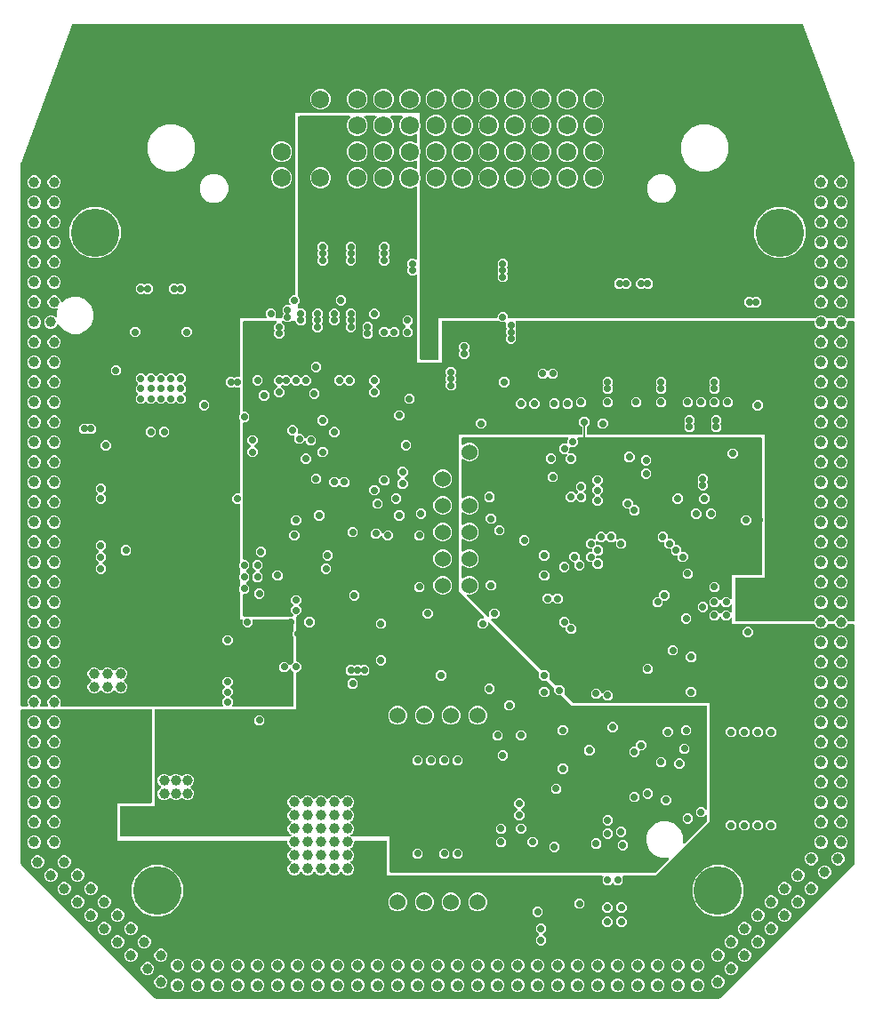
<source format=gbr>
G04 EAGLE Gerber RS-274X export*
G75*
%MOMM*%
%FSLAX34Y34*%
%LPD*%
%INCopper Layer 15*%
%IPPOS*%
%AMOC8*
5,1,8,0,0,1.08239X$1,22.5*%
G01*
%ADD10C,1.524000*%
%ADD11C,1.725000*%
%ADD12C,0.711200*%
%ADD13C,4.616000*%
%ADD14C,1.006400*%
%ADD15C,0.152400*%

G36*
X9383Y281576D02*
X9383Y281576D01*
X9497Y281586D01*
X9523Y281596D01*
X9551Y281600D01*
X9656Y281647D01*
X9763Y281688D01*
X9785Y281705D01*
X9810Y281716D01*
X9898Y281790D01*
X9989Y281859D01*
X10006Y281882D01*
X10027Y281900D01*
X10091Y281995D01*
X10160Y282087D01*
X10169Y282113D01*
X10185Y282136D01*
X10219Y282246D01*
X10260Y282353D01*
X10262Y282381D01*
X10270Y282407D01*
X10273Y282522D01*
X10283Y282636D01*
X10277Y282661D01*
X10278Y282691D01*
X10211Y282948D01*
X10207Y282964D01*
X9572Y284496D01*
X9572Y287004D01*
X10532Y289320D01*
X12305Y291093D01*
X14621Y292053D01*
X17129Y292053D01*
X19445Y291093D01*
X21218Y289320D01*
X22178Y287004D01*
X22178Y284496D01*
X21543Y282964D01*
X21514Y282852D01*
X21480Y282743D01*
X21479Y282715D01*
X21472Y282688D01*
X21475Y282574D01*
X21472Y282459D01*
X21479Y282432D01*
X21480Y282404D01*
X21515Y282295D01*
X21544Y282184D01*
X21558Y282160D01*
X21567Y282133D01*
X21631Y282038D01*
X21689Y281939D01*
X21710Y281920D01*
X21725Y281897D01*
X21813Y281823D01*
X21897Y281745D01*
X21921Y281732D01*
X21943Y281714D01*
X22047Y281668D01*
X22150Y281615D01*
X22174Y281611D01*
X22202Y281599D01*
X22466Y281562D01*
X22481Y281560D01*
X28319Y281560D01*
X28433Y281576D01*
X28547Y281586D01*
X28573Y281596D01*
X28601Y281600D01*
X28706Y281647D01*
X28813Y281688D01*
X28835Y281705D01*
X28860Y281716D01*
X28948Y281790D01*
X29039Y281859D01*
X29056Y281882D01*
X29077Y281900D01*
X29141Y281995D01*
X29210Y282087D01*
X29219Y282113D01*
X29235Y282136D01*
X29269Y282246D01*
X29310Y282353D01*
X29312Y282381D01*
X29320Y282407D01*
X29323Y282522D01*
X29333Y282636D01*
X29327Y282661D01*
X29328Y282691D01*
X29261Y282948D01*
X29257Y282964D01*
X28622Y284496D01*
X28622Y287004D01*
X29582Y289320D01*
X31355Y291093D01*
X33671Y292053D01*
X36179Y292053D01*
X38495Y291093D01*
X40268Y289320D01*
X41228Y287004D01*
X41228Y284496D01*
X40593Y282964D01*
X40564Y282852D01*
X40530Y282743D01*
X40529Y282715D01*
X40522Y282688D01*
X40525Y282574D01*
X40522Y282459D01*
X40529Y282432D01*
X40530Y282404D01*
X40565Y282295D01*
X40594Y282184D01*
X40608Y282160D01*
X40617Y282133D01*
X40681Y282038D01*
X40739Y281939D01*
X40760Y281920D01*
X40775Y281897D01*
X40863Y281823D01*
X40947Y281745D01*
X40971Y281732D01*
X40993Y281714D01*
X41097Y281668D01*
X41200Y281615D01*
X41224Y281611D01*
X41252Y281599D01*
X41516Y281562D01*
X41531Y281560D01*
X194938Y281560D01*
X194967Y281564D01*
X194996Y281561D01*
X195108Y281584D01*
X195220Y281600D01*
X195246Y281612D01*
X195275Y281617D01*
X195376Y281670D01*
X195479Y281716D01*
X195501Y281735D01*
X195528Y281748D01*
X195610Y281826D01*
X195696Y281900D01*
X195712Y281924D01*
X195734Y281944D01*
X195791Y282042D01*
X195854Y282136D01*
X195863Y282164D01*
X195877Y282189D01*
X195905Y282299D01*
X195939Y282407D01*
X195940Y282437D01*
X195947Y282465D01*
X195944Y282578D01*
X195947Y282691D01*
X195939Y282720D01*
X195938Y282749D01*
X195904Y282857D01*
X195875Y282966D01*
X195860Y282992D01*
X195851Y283020D01*
X195805Y283084D01*
X195730Y283211D01*
X195684Y283254D01*
X195656Y283293D01*
X195198Y283751D01*
X195198Y287749D01*
X197244Y289795D01*
X197279Y289841D01*
X197321Y289882D01*
X197364Y289954D01*
X197414Y290022D01*
X197435Y290076D01*
X197465Y290127D01*
X197486Y290209D01*
X197516Y290287D01*
X197521Y290346D01*
X197535Y290402D01*
X197532Y290487D01*
X197539Y290571D01*
X197528Y290628D01*
X197526Y290687D01*
X197500Y290767D01*
X197483Y290850D01*
X197456Y290901D01*
X197438Y290957D01*
X197398Y291013D01*
X197352Y291102D01*
X197284Y291174D01*
X197244Y291230D01*
X195198Y293276D01*
X195198Y297274D01*
X197244Y299320D01*
X197279Y299366D01*
X197321Y299407D01*
X197364Y299479D01*
X197414Y299547D01*
X197435Y299601D01*
X197465Y299652D01*
X197486Y299734D01*
X197516Y299812D01*
X197521Y299871D01*
X197535Y299927D01*
X197532Y300012D01*
X197539Y300096D01*
X197528Y300153D01*
X197526Y300212D01*
X197500Y300292D01*
X197483Y300374D01*
X197456Y300426D01*
X197438Y300482D01*
X197398Y300538D01*
X197352Y300627D01*
X197284Y300699D01*
X197244Y300755D01*
X195198Y302801D01*
X195198Y306799D01*
X198026Y309627D01*
X202024Y309627D01*
X204852Y306799D01*
X204852Y302801D01*
X202806Y300755D01*
X202771Y300709D01*
X202729Y300668D01*
X202686Y300596D01*
X202636Y300528D01*
X202615Y300474D01*
X202585Y300423D01*
X202564Y300341D01*
X202534Y300263D01*
X202529Y300204D01*
X202515Y300148D01*
X202518Y300063D01*
X202511Y299979D01*
X202522Y299922D01*
X202524Y299863D01*
X202550Y299783D01*
X202567Y299700D01*
X202594Y299649D01*
X202612Y299593D01*
X202652Y299537D01*
X202698Y299448D01*
X202766Y299376D01*
X202806Y299320D01*
X204852Y297274D01*
X204852Y293276D01*
X202806Y291230D01*
X202771Y291184D01*
X202729Y291143D01*
X202686Y291071D01*
X202636Y291003D01*
X202615Y290949D01*
X202585Y290898D01*
X202564Y290816D01*
X202534Y290738D01*
X202529Y290679D01*
X202515Y290623D01*
X202518Y290538D01*
X202511Y290454D01*
X202522Y290397D01*
X202524Y290338D01*
X202550Y290258D01*
X202567Y290176D01*
X202594Y290124D01*
X202612Y290068D01*
X202652Y290012D01*
X202698Y289923D01*
X202766Y289851D01*
X202806Y289795D01*
X204852Y287749D01*
X204852Y283751D01*
X204394Y283293D01*
X204376Y283269D01*
X204354Y283251D01*
X204291Y283156D01*
X204223Y283066D01*
X204213Y283038D01*
X204196Y283014D01*
X204162Y282906D01*
X204122Y282800D01*
X204119Y282771D01*
X204111Y282743D01*
X204108Y282630D01*
X204098Y282517D01*
X204104Y282488D01*
X204103Y282459D01*
X204132Y282349D01*
X204154Y282238D01*
X204168Y282212D01*
X204175Y282184D01*
X204233Y282087D01*
X204285Y281986D01*
X204305Y281964D01*
X204320Y281939D01*
X204403Y281862D01*
X204481Y281780D01*
X204506Y281765D01*
X204528Y281745D01*
X204629Y281693D01*
X204726Y281636D01*
X204755Y281629D01*
X204781Y281615D01*
X204858Y281602D01*
X205002Y281566D01*
X205064Y281568D01*
X205112Y281560D01*
X261938Y281560D01*
X261995Y281568D01*
X262054Y281566D01*
X262135Y281588D01*
X262219Y281600D01*
X262272Y281624D01*
X262329Y281638D01*
X262401Y281681D01*
X262478Y281716D01*
X262523Y281754D01*
X262573Y281784D01*
X262631Y281845D01*
X262695Y281900D01*
X262728Y281948D01*
X262768Y281991D01*
X262806Y282066D01*
X262853Y282136D01*
X262871Y282192D01*
X262897Y282244D01*
X262909Y282312D01*
X262939Y282407D01*
X262941Y282507D01*
X262953Y282575D01*
X262953Y314001D01*
X262941Y314087D01*
X262938Y314175D01*
X262921Y314227D01*
X262913Y314282D01*
X262877Y314362D01*
X262850Y314445D01*
X262822Y314485D01*
X262797Y314542D01*
X262701Y314655D01*
X262690Y314670D01*
X262682Y314684D01*
X262677Y314688D01*
X262655Y314719D01*
X260274Y317100D01*
X260228Y317135D01*
X260187Y317177D01*
X260114Y317220D01*
X260047Y317271D01*
X259992Y317292D01*
X259942Y317321D01*
X259860Y317342D01*
X259781Y317372D01*
X259723Y317377D01*
X259666Y317391D01*
X259582Y317389D01*
X259498Y317396D01*
X259441Y317384D01*
X259382Y317382D01*
X259302Y317356D01*
X259219Y317340D01*
X259167Y317313D01*
X259112Y317295D01*
X259056Y317255D01*
X258967Y317209D01*
X258895Y317140D01*
X258838Y317100D01*
X255999Y314261D01*
X252001Y314261D01*
X249173Y317088D01*
X249173Y321087D01*
X252001Y323914D01*
X255999Y323914D01*
X258838Y321075D01*
X258885Y321040D01*
X258925Y320998D01*
X258998Y320955D01*
X259066Y320904D01*
X259120Y320883D01*
X259171Y320854D01*
X259252Y320833D01*
X259331Y320803D01*
X259390Y320798D01*
X259446Y320784D01*
X259530Y320786D01*
X259615Y320779D01*
X259672Y320791D01*
X259730Y320793D01*
X259811Y320819D01*
X259893Y320835D01*
X259945Y320862D01*
X260001Y320880D01*
X260057Y320920D01*
X260146Y320966D01*
X260218Y321035D01*
X260274Y321075D01*
X262655Y323456D01*
X262708Y323526D01*
X262768Y323590D01*
X262793Y323639D01*
X262826Y323684D01*
X262857Y323765D01*
X262897Y323843D01*
X262905Y323891D01*
X262928Y323949D01*
X262933Y324014D01*
X262939Y324032D01*
X262941Y324102D01*
X262953Y324174D01*
X262953Y347338D01*
X262941Y347425D01*
X262938Y347512D01*
X262921Y347565D01*
X262913Y347620D01*
X262877Y347699D01*
X262850Y347783D01*
X262822Y347822D01*
X262797Y347879D01*
X262701Y347992D01*
X262655Y348056D01*
X261873Y348838D01*
X261873Y352837D01*
X262655Y353619D01*
X262708Y353689D01*
X262768Y353753D01*
X262793Y353802D01*
X262826Y353846D01*
X262857Y353928D01*
X262897Y354006D01*
X262905Y354053D01*
X262928Y354112D01*
X262940Y354259D01*
X262953Y354337D01*
X262953Y363538D01*
X262945Y363595D01*
X262946Y363654D01*
X262925Y363735D01*
X262913Y363819D01*
X262889Y363872D01*
X262874Y363929D01*
X262831Y364001D01*
X262797Y364078D01*
X262759Y364123D01*
X262729Y364173D01*
X262667Y364231D01*
X262613Y364295D01*
X262564Y364328D01*
X262522Y364368D01*
X262447Y364406D01*
X262376Y364453D01*
X262321Y364471D01*
X262269Y364497D01*
X262201Y364509D01*
X262105Y364539D01*
X262006Y364541D01*
X261938Y364553D01*
X224917Y364553D01*
X224859Y364545D01*
X224801Y364546D01*
X224719Y364525D01*
X224635Y364513D01*
X224582Y364489D01*
X224526Y364474D01*
X224453Y364431D01*
X224376Y364397D01*
X224331Y364359D01*
X224281Y364329D01*
X224223Y364267D01*
X224159Y364213D01*
X224127Y364164D01*
X224087Y364122D01*
X224048Y364047D01*
X224001Y363976D01*
X223984Y363921D01*
X223957Y363869D01*
X223946Y363801D01*
X223916Y363705D01*
X223913Y363606D01*
X223902Y363538D01*
X223902Y359951D01*
X221074Y357123D01*
X217076Y357123D01*
X214248Y359951D01*
X214248Y363538D01*
X214240Y363595D01*
X214242Y363654D01*
X214220Y363735D01*
X214208Y363819D01*
X214185Y363872D01*
X214170Y363929D01*
X214127Y364001D01*
X214092Y364078D01*
X214054Y364123D01*
X214025Y364173D01*
X213963Y364231D01*
X213909Y364295D01*
X213860Y364328D01*
X213817Y364368D01*
X213742Y364406D01*
X213672Y364453D01*
X213616Y364471D01*
X213564Y364497D01*
X213496Y364509D01*
X213401Y364539D01*
X213301Y364541D01*
X213233Y364553D01*
X212153Y364553D01*
X212153Y390201D01*
X212145Y390257D01*
X212146Y390308D01*
X212139Y390335D01*
X212138Y390375D01*
X212121Y390427D01*
X212113Y390482D01*
X212083Y390548D01*
X212074Y390583D01*
X212066Y390597D01*
X212050Y390645D01*
X212022Y390685D01*
X211997Y390742D01*
X211941Y390808D01*
X211929Y390827D01*
X211905Y390850D01*
X211901Y390855D01*
X211855Y390919D01*
X211073Y391701D01*
X211073Y395699D01*
X211855Y396481D01*
X211908Y396551D01*
X211968Y396615D01*
X211993Y396664D01*
X212026Y396709D01*
X212057Y396790D01*
X212097Y396868D01*
X212105Y396916D01*
X212128Y396974D01*
X212140Y397122D01*
X212153Y397199D01*
X212153Y401313D01*
X212141Y401400D01*
X212138Y401487D01*
X212121Y401540D01*
X212113Y401595D01*
X212077Y401674D01*
X212050Y401758D01*
X212022Y401797D01*
X211997Y401854D01*
X211901Y401967D01*
X211892Y401980D01*
X211883Y401995D01*
X211877Y402000D01*
X211855Y402031D01*
X211073Y402813D01*
X211073Y406812D01*
X211855Y407594D01*
X211908Y407664D01*
X211968Y407728D01*
X211993Y407777D01*
X212026Y407821D01*
X212057Y407903D01*
X212097Y407981D01*
X212105Y408028D01*
X212128Y408087D01*
X212140Y408234D01*
X212153Y408312D01*
X212153Y412426D01*
X212141Y412512D01*
X212138Y412600D01*
X212121Y412652D01*
X212113Y412707D01*
X212077Y412787D01*
X212050Y412870D01*
X212022Y412910D01*
X211997Y412967D01*
X211901Y413080D01*
X211855Y413144D01*
X211073Y413926D01*
X211073Y417924D01*
X211855Y418706D01*
X211908Y418776D01*
X211968Y418840D01*
X211993Y418889D01*
X212026Y418934D01*
X212057Y419015D01*
X212097Y419093D01*
X212105Y419141D01*
X212128Y419199D01*
X212140Y419347D01*
X212153Y419424D01*
X212153Y473583D01*
X212145Y473641D01*
X212146Y473699D01*
X212125Y473781D01*
X212113Y473865D01*
X212089Y473918D01*
X212074Y473974D01*
X212031Y474047D01*
X211997Y474124D01*
X211959Y474169D01*
X211929Y474219D01*
X211867Y474277D01*
X211813Y474341D01*
X211764Y474373D01*
X211722Y474413D01*
X211647Y474452D01*
X211576Y474499D01*
X211521Y474516D01*
X211469Y474543D01*
X211401Y474554D01*
X211305Y474584D01*
X211206Y474587D01*
X211138Y474598D01*
X207551Y474598D01*
X204723Y477426D01*
X204723Y481424D01*
X207551Y484252D01*
X211138Y484252D01*
X211195Y484260D01*
X211254Y484258D01*
X211335Y484280D01*
X211419Y484292D01*
X211472Y484315D01*
X211529Y484330D01*
X211601Y484373D01*
X211678Y484408D01*
X211723Y484446D01*
X211773Y484475D01*
X211831Y484537D01*
X211895Y484591D01*
X211928Y484640D01*
X211968Y484683D01*
X212006Y484758D01*
X212053Y484828D01*
X212071Y484884D01*
X212097Y484936D01*
X212109Y485004D01*
X212139Y485099D01*
X212141Y485199D01*
X212153Y485267D01*
X212153Y553713D01*
X212146Y553761D01*
X212146Y553763D01*
X212145Y553766D01*
X212141Y553800D01*
X212138Y553887D01*
X212121Y553940D01*
X212113Y553995D01*
X212077Y554074D01*
X212050Y554158D01*
X212022Y554197D01*
X211997Y554254D01*
X211901Y554367D01*
X211855Y554431D01*
X211073Y555213D01*
X211073Y559212D01*
X211855Y559994D01*
X211908Y560064D01*
X211968Y560128D01*
X211993Y560177D01*
X212026Y560221D01*
X212057Y560303D01*
X212097Y560381D01*
X212105Y560428D01*
X212128Y560487D01*
X212135Y560573D01*
X212139Y560586D01*
X212140Y560636D01*
X212153Y560712D01*
X212153Y584708D01*
X212145Y584766D01*
X212146Y584824D01*
X212125Y584906D01*
X212113Y584990D01*
X212089Y585043D01*
X212074Y585099D01*
X212031Y585172D01*
X211997Y585249D01*
X211959Y585294D01*
X211929Y585344D01*
X211867Y585402D01*
X211813Y585466D01*
X211764Y585498D01*
X211722Y585538D01*
X211647Y585577D01*
X211576Y585624D01*
X211521Y585641D01*
X211469Y585668D01*
X211401Y585679D01*
X211305Y585709D01*
X211206Y585712D01*
X211138Y585723D01*
X207551Y585723D01*
X207093Y586181D01*
X207046Y586216D01*
X207006Y586259D01*
X206933Y586301D01*
X206866Y586352D01*
X206811Y586373D01*
X206761Y586402D01*
X206679Y586423D01*
X206600Y586453D01*
X206542Y586458D01*
X206485Y586472D01*
X206401Y586470D01*
X206317Y586477D01*
X206259Y586465D01*
X206201Y586463D01*
X206121Y586437D01*
X206038Y586421D01*
X205986Y586394D01*
X205930Y586376D01*
X205874Y586336D01*
X205786Y586290D01*
X205713Y586221D01*
X205657Y586181D01*
X205199Y585723D01*
X201201Y585723D01*
X198373Y588551D01*
X198373Y592549D01*
X201201Y595377D01*
X205199Y595377D01*
X205657Y594919D01*
X205704Y594884D01*
X205744Y594841D01*
X205817Y594799D01*
X205884Y594748D01*
X205939Y594727D01*
X205989Y594698D01*
X206071Y594677D01*
X206150Y594647D01*
X206208Y594642D01*
X206265Y594628D01*
X206349Y594630D01*
X206433Y594623D01*
X206491Y594635D01*
X206549Y594637D01*
X206629Y594663D01*
X206712Y594679D01*
X206764Y594706D01*
X206820Y594724D01*
X206876Y594764D01*
X206964Y594810D01*
X207037Y594879D01*
X207093Y594919D01*
X207551Y595377D01*
X211138Y595377D01*
X211195Y595385D01*
X211254Y595383D01*
X211335Y595405D01*
X211419Y595417D01*
X211472Y595440D01*
X211529Y595455D01*
X211601Y595498D01*
X211678Y595533D01*
X211723Y595571D01*
X211773Y595600D01*
X211831Y595662D01*
X211895Y595716D01*
X211928Y595765D01*
X211968Y595808D01*
X212006Y595883D01*
X212053Y595953D01*
X212071Y596009D01*
X212097Y596061D01*
X212109Y596129D01*
X212139Y596224D01*
X212141Y596324D01*
X212153Y596392D01*
X212153Y651447D01*
X236213Y651447D01*
X236242Y651451D01*
X236271Y651449D01*
X236383Y651471D01*
X236495Y651487D01*
X236521Y651499D01*
X236550Y651505D01*
X236651Y651557D01*
X236754Y651603D01*
X236776Y651622D01*
X236803Y651636D01*
X236885Y651714D01*
X236971Y651787D01*
X236987Y651811D01*
X237009Y651832D01*
X237066Y651929D01*
X237129Y652024D01*
X237138Y652052D01*
X237152Y652077D01*
X237180Y652187D01*
X237214Y652295D01*
X237215Y652324D01*
X237222Y652352D01*
X237219Y652465D01*
X237222Y652579D01*
X237214Y652607D01*
X237213Y652637D01*
X237179Y652745D01*
X237150Y652854D01*
X237135Y652879D01*
X237126Y652907D01*
X237080Y652971D01*
X237005Y653098D01*
X236959Y653141D01*
X236931Y653180D01*
X236473Y653638D01*
X236473Y657637D01*
X239301Y660464D01*
X243299Y660464D01*
X246127Y657637D01*
X246127Y653638D01*
X245669Y653180D01*
X245651Y653157D01*
X245629Y653138D01*
X245566Y653044D01*
X245498Y652953D01*
X245488Y652926D01*
X245471Y652901D01*
X245437Y652793D01*
X245397Y652688D01*
X245394Y652658D01*
X245386Y652630D01*
X245383Y652517D01*
X245373Y652404D01*
X245379Y652376D01*
X245378Y652346D01*
X245407Y652237D01*
X245429Y652126D01*
X245443Y652099D01*
X245450Y652071D01*
X245508Y651974D01*
X245560Y651873D01*
X245580Y651852D01*
X245595Y651827D01*
X245678Y651749D01*
X245756Y651667D01*
X245781Y651652D01*
X245803Y651632D01*
X245904Y651581D01*
X246001Y651523D01*
X246030Y651516D01*
X246056Y651503D01*
X246133Y651490D01*
X246277Y651453D01*
X246339Y651455D01*
X246387Y651447D01*
X251333Y651447D01*
X251391Y651455D01*
X251449Y651454D01*
X251531Y651475D01*
X251615Y651487D01*
X251668Y651511D01*
X251724Y651526D01*
X251797Y651569D01*
X251874Y651603D01*
X251919Y651641D01*
X251969Y651671D01*
X252027Y651733D01*
X252091Y651787D01*
X252123Y651836D01*
X252163Y651878D01*
X252202Y651953D01*
X252249Y652024D01*
X252266Y652079D01*
X252293Y652131D01*
X252304Y652199D01*
X252334Y652295D01*
X252337Y652394D01*
X252348Y652463D01*
X252348Y654462D01*
X252806Y654920D01*
X252841Y654966D01*
X252884Y655007D01*
X252926Y655080D01*
X252977Y655147D01*
X252998Y655201D01*
X253027Y655252D01*
X253048Y655334D01*
X253078Y655412D01*
X253083Y655471D01*
X253097Y655527D01*
X253095Y655612D01*
X253102Y655696D01*
X253090Y655753D01*
X253088Y655812D01*
X253062Y655892D01*
X253046Y655975D01*
X253019Y656026D01*
X253001Y656082D01*
X252961Y656138D01*
X252915Y656227D01*
X252846Y656299D01*
X252806Y656355D01*
X252348Y656813D01*
X252348Y660812D01*
X255176Y663639D01*
X258946Y663639D01*
X258975Y663643D01*
X259005Y663641D01*
X259116Y663663D01*
X259228Y663679D01*
X259254Y663691D01*
X259283Y663697D01*
X259384Y663749D01*
X259487Y663795D01*
X259510Y663814D01*
X259536Y663828D01*
X259618Y663906D01*
X259704Y663979D01*
X259720Y664003D01*
X259742Y664024D01*
X259799Y664121D01*
X259862Y664216D01*
X259871Y664244D01*
X259885Y664269D01*
X259913Y664378D01*
X259948Y664487D01*
X259948Y664516D01*
X259955Y664544D01*
X259952Y664657D01*
X259955Y664771D01*
X259947Y664799D01*
X259946Y664829D01*
X259912Y664937D01*
X259883Y665046D01*
X259868Y665071D01*
X259859Y665099D01*
X259813Y665163D01*
X259738Y665290D01*
X259692Y665333D01*
X259664Y665372D01*
X258698Y666338D01*
X258698Y670337D01*
X261526Y673164D01*
X263525Y673164D01*
X263583Y673172D01*
X263641Y673171D01*
X263723Y673192D01*
X263807Y673204D01*
X263860Y673228D01*
X263916Y673243D01*
X263989Y673286D01*
X264066Y673320D01*
X264111Y673358D01*
X264161Y673388D01*
X264219Y673450D01*
X264283Y673504D01*
X264315Y673553D01*
X264355Y673595D01*
X264394Y673670D01*
X264441Y673741D01*
X264458Y673796D01*
X264485Y673848D01*
X264496Y673916D01*
X264526Y674012D01*
X264529Y674111D01*
X264540Y674179D01*
X264540Y846710D01*
X383160Y846710D01*
X383160Y837740D01*
X383164Y837709D01*
X383162Y837679D01*
X383179Y837602D01*
X383200Y837458D01*
X383226Y837400D01*
X383237Y837351D01*
X383396Y836968D01*
X383396Y833032D01*
X383237Y832649D01*
X383229Y832619D01*
X383215Y832591D01*
X383202Y832514D01*
X383166Y832373D01*
X383168Y832309D01*
X383160Y832260D01*
X383160Y812740D01*
X383164Y812709D01*
X383162Y812679D01*
X383179Y812602D01*
X383200Y812458D01*
X383226Y812400D01*
X383237Y812351D01*
X383396Y811968D01*
X383396Y808032D01*
X383237Y807649D01*
X383229Y807619D01*
X383215Y807591D01*
X383202Y807514D01*
X383166Y807373D01*
X383168Y807309D01*
X383160Y807260D01*
X383160Y787740D01*
X383164Y787709D01*
X383162Y787679D01*
X383179Y787602D01*
X383200Y787459D01*
X383226Y787400D01*
X383237Y787352D01*
X383396Y786968D01*
X383396Y783032D01*
X383237Y782648D01*
X383229Y782619D01*
X383215Y782591D01*
X383202Y782514D01*
X383166Y782373D01*
X383168Y782309D01*
X383160Y782260D01*
X383160Y612775D01*
X383168Y612717D01*
X383166Y612659D01*
X383188Y612577D01*
X383200Y612494D01*
X383224Y612440D01*
X383238Y612384D01*
X383281Y612311D01*
X383316Y612234D01*
X383354Y612189D01*
X383384Y612139D01*
X383445Y612081D01*
X383500Y612017D01*
X383548Y611985D01*
X383591Y611945D01*
X383666Y611906D01*
X383736Y611860D01*
X383792Y611842D01*
X383844Y611815D01*
X383912Y611804D01*
X384007Y611774D01*
X384107Y611771D01*
X384175Y611760D01*
X400050Y611760D01*
X400108Y611768D01*
X400166Y611766D01*
X400248Y611788D01*
X400332Y611800D01*
X400385Y611824D01*
X400441Y611838D01*
X400514Y611881D01*
X400591Y611916D01*
X400636Y611954D01*
X400686Y611984D01*
X400744Y612045D01*
X400808Y612100D01*
X400840Y612148D01*
X400880Y612191D01*
X400919Y612266D01*
X400966Y612336D01*
X400983Y612392D01*
X401010Y612444D01*
X401021Y612512D01*
X401051Y612607D01*
X401054Y612707D01*
X401065Y612775D01*
X401065Y651447D01*
X456121Y651447D01*
X456178Y651455D01*
X456237Y651454D01*
X456318Y651475D01*
X456402Y651487D01*
X456455Y651511D01*
X456512Y651526D01*
X456584Y651569D01*
X456661Y651603D01*
X456706Y651641D01*
X456756Y651671D01*
X456814Y651733D01*
X456878Y651787D01*
X456911Y651836D01*
X456951Y651878D01*
X456989Y651953D01*
X457036Y652024D01*
X457054Y652079D01*
X457080Y652131D01*
X457092Y652199D01*
X457122Y652295D01*
X457124Y652394D01*
X457136Y652463D01*
X457136Y654462D01*
X459963Y657289D01*
X463962Y657289D01*
X466789Y654462D01*
X466789Y652463D01*
X466797Y652405D01*
X466796Y652346D01*
X466817Y652265D01*
X466829Y652181D01*
X466853Y652128D01*
X466868Y652071D01*
X466911Y651999D01*
X466945Y651922D01*
X466983Y651877D01*
X467013Y651827D01*
X467075Y651769D01*
X467129Y651705D01*
X467178Y651672D01*
X467220Y651632D01*
X467295Y651594D01*
X467366Y651547D01*
X467421Y651529D01*
X467473Y651503D01*
X467541Y651491D01*
X467637Y651461D01*
X467736Y651459D01*
X467804Y651447D01*
X759588Y651447D01*
X759675Y651460D01*
X759762Y651462D01*
X759815Y651479D01*
X759870Y651487D01*
X759950Y651523D01*
X760033Y651550D01*
X760072Y651578D01*
X760129Y651603D01*
X760243Y651699D01*
X760306Y651745D01*
X761605Y653043D01*
X763921Y654003D01*
X766429Y654003D01*
X768745Y653043D01*
X770044Y651745D01*
X770114Y651692D01*
X770177Y651632D01*
X770227Y651607D01*
X770271Y651574D01*
X770353Y651543D01*
X770431Y651503D01*
X770478Y651495D01*
X770537Y651473D01*
X770684Y651460D01*
X770762Y651447D01*
X778638Y651447D01*
X778725Y651460D01*
X778812Y651462D01*
X778865Y651479D01*
X778920Y651487D01*
X779000Y651523D01*
X779083Y651550D01*
X779122Y651578D01*
X779179Y651603D01*
X779293Y651699D01*
X779356Y651745D01*
X780655Y653043D01*
X782971Y654003D01*
X785479Y654003D01*
X787795Y653043D01*
X789094Y651745D01*
X789164Y651692D01*
X789227Y651632D01*
X789277Y651607D01*
X789321Y651574D01*
X789403Y651543D01*
X789481Y651503D01*
X789528Y651495D01*
X789587Y651473D01*
X789734Y651460D01*
X789812Y651447D01*
X795809Y651447D01*
X795867Y651455D01*
X795925Y651454D01*
X796007Y651475D01*
X796091Y651487D01*
X796144Y651511D01*
X796200Y651526D01*
X796273Y651569D01*
X796350Y651603D01*
X796395Y651641D01*
X796445Y651671D01*
X796503Y651733D01*
X796567Y651787D01*
X796599Y651836D01*
X796639Y651878D01*
X796678Y651953D01*
X796725Y652024D01*
X796742Y652079D01*
X796769Y652131D01*
X796780Y652199D01*
X796810Y652295D01*
X796813Y652394D01*
X796824Y652463D01*
X796824Y799249D01*
X796823Y799260D01*
X796824Y799272D01*
X796812Y799332D01*
X796784Y799530D01*
X796767Y799568D01*
X796761Y799601D01*
X748035Y931162D01*
X748025Y931180D01*
X748020Y931200D01*
X747958Y931304D01*
X747900Y931412D01*
X747885Y931427D01*
X747875Y931445D01*
X747786Y931528D01*
X747701Y931615D01*
X747683Y931625D01*
X747667Y931639D01*
X747559Y931695D01*
X747453Y931754D01*
X747433Y931759D01*
X747414Y931769D01*
X747340Y931781D01*
X747177Y931820D01*
X747124Y931817D01*
X747083Y931824D01*
X52917Y931824D01*
X52896Y931821D01*
X52875Y931823D01*
X52756Y931801D01*
X52635Y931784D01*
X52616Y931776D01*
X52596Y931772D01*
X52487Y931718D01*
X52376Y931668D01*
X52360Y931655D01*
X52341Y931645D01*
X52252Y931563D01*
X52159Y931485D01*
X52147Y931467D01*
X52132Y931453D01*
X52095Y931388D01*
X52001Y931248D01*
X51986Y931198D01*
X51965Y931162D01*
X3239Y799601D01*
X3236Y799590D01*
X3231Y799580D01*
X3221Y799520D01*
X3178Y799324D01*
X3181Y799282D01*
X3176Y799249D01*
X3176Y282575D01*
X3184Y282517D01*
X3182Y282459D01*
X3204Y282377D01*
X3216Y282294D01*
X3239Y282240D01*
X3254Y282184D01*
X3297Y282111D01*
X3332Y282034D01*
X3370Y281989D01*
X3399Y281939D01*
X3461Y281881D01*
X3515Y281817D01*
X3564Y281785D01*
X3607Y281745D01*
X3682Y281706D01*
X3752Y281660D01*
X3808Y281642D01*
X3860Y281615D01*
X3928Y281604D01*
X4023Y281574D01*
X4123Y281571D01*
X4191Y281560D01*
X9269Y281560D01*
X9383Y281576D01*
G37*
G36*
X606512Y122822D02*
X606512Y122822D01*
X606599Y122825D01*
X606652Y122842D01*
X606707Y122850D01*
X606786Y122885D01*
X606870Y122912D01*
X606909Y122940D01*
X606966Y122966D01*
X607079Y123062D01*
X607143Y123107D01*
X619762Y135726D01*
X619779Y135750D01*
X619802Y135769D01*
X619865Y135863D01*
X619933Y135953D01*
X619943Y135981D01*
X619960Y136005D01*
X619994Y136113D01*
X620034Y136219D01*
X620036Y136248D01*
X620045Y136276D01*
X620048Y136390D01*
X620058Y136502D01*
X620052Y136531D01*
X620053Y136560D01*
X620024Y136670D01*
X620002Y136781D01*
X619988Y136807D01*
X619981Y136835D01*
X619923Y136933D01*
X619871Y137033D01*
X619851Y137055D01*
X619836Y137080D01*
X619753Y137157D01*
X619675Y137239D01*
X619650Y137254D01*
X619628Y137274D01*
X619527Y137326D01*
X619430Y137383D01*
X619401Y137390D01*
X619375Y137404D01*
X619298Y137417D01*
X619154Y137453D01*
X619092Y137451D01*
X619044Y137459D01*
X612511Y137459D01*
X606064Y140130D01*
X601130Y145064D01*
X598459Y151511D01*
X598459Y158489D01*
X601130Y164936D01*
X606064Y169870D01*
X612511Y172541D01*
X619489Y172541D01*
X625936Y169870D01*
X630870Y164936D01*
X633541Y158489D01*
X633541Y151956D01*
X633545Y151927D01*
X633542Y151898D01*
X633565Y151787D01*
X633581Y151674D01*
X633593Y151648D01*
X633598Y151619D01*
X633650Y151518D01*
X633697Y151415D01*
X633716Y151393D01*
X633729Y151367D01*
X633807Y151285D01*
X633880Y151198D01*
X633905Y151182D01*
X633925Y151161D01*
X634023Y151103D01*
X634117Y151040D01*
X634145Y151032D01*
X634170Y151017D01*
X634280Y150989D01*
X634388Y150955D01*
X634418Y150954D01*
X634446Y150947D01*
X634559Y150950D01*
X634672Y150947D01*
X634701Y150955D01*
X634730Y150956D01*
X634838Y150991D01*
X634947Y151019D01*
X634973Y151034D01*
X635001Y151043D01*
X635064Y151089D01*
X635192Y151164D01*
X635235Y151210D01*
X635274Y151238D01*
X656355Y172320D01*
X656408Y172389D01*
X656468Y172453D01*
X656493Y172503D01*
X656526Y172547D01*
X656557Y172629D01*
X656597Y172706D01*
X656605Y172754D01*
X656628Y172812D01*
X656640Y172960D01*
X656653Y173038D01*
X656653Y177476D01*
X656649Y177505D01*
X656651Y177534D01*
X656629Y177645D01*
X656613Y177757D01*
X656601Y177784D01*
X656595Y177813D01*
X656543Y177913D01*
X656497Y178017D01*
X656478Y178039D01*
X656464Y178065D01*
X656386Y178147D01*
X656313Y178234D01*
X656289Y178250D01*
X656268Y178271D01*
X656171Y178328D01*
X656076Y178391D01*
X656048Y178400D01*
X656023Y178415D01*
X655914Y178443D01*
X655805Y178477D01*
X655776Y178478D01*
X655748Y178485D01*
X655635Y178481D01*
X655521Y178484D01*
X655493Y178477D01*
X655463Y178476D01*
X655356Y178441D01*
X655246Y178412D01*
X655221Y178397D01*
X655193Y178388D01*
X655129Y178343D01*
X655002Y178267D01*
X654959Y178222D01*
X654920Y178194D01*
X652874Y176148D01*
X648876Y176148D01*
X646048Y178976D01*
X646048Y182974D01*
X648876Y185802D01*
X652874Y185802D01*
X654920Y183756D01*
X654943Y183739D01*
X654962Y183716D01*
X655057Y183653D01*
X655147Y183586D01*
X655174Y183575D01*
X655199Y183559D01*
X655307Y183525D01*
X655412Y183484D01*
X655442Y183482D01*
X655470Y183473D01*
X655583Y183470D01*
X655696Y183461D01*
X655724Y183466D01*
X655754Y183466D01*
X655863Y183494D01*
X655975Y183517D01*
X656001Y183530D01*
X656029Y183538D01*
X656126Y183595D01*
X656227Y183648D01*
X656248Y183668D01*
X656273Y183683D01*
X656351Y183765D01*
X656433Y183843D01*
X656448Y183869D01*
X656468Y183890D01*
X656519Y183991D01*
X656577Y184089D01*
X656584Y184117D01*
X656597Y184143D01*
X656610Y184221D01*
X656647Y184364D01*
X656645Y184427D01*
X656653Y184474D01*
X656653Y280988D01*
X656645Y281045D01*
X656646Y281104D01*
X656625Y281185D01*
X656613Y281269D01*
X656589Y281322D01*
X656574Y281379D01*
X656531Y281451D01*
X656497Y281528D01*
X656459Y281573D01*
X656429Y281623D01*
X656367Y281681D01*
X656313Y281745D01*
X656264Y281778D01*
X656222Y281818D01*
X656147Y281856D01*
X656076Y281903D01*
X656021Y281921D01*
X655969Y281947D01*
X655901Y281959D01*
X655805Y281989D01*
X655706Y281991D01*
X655638Y282003D01*
X527475Y282003D01*
X517900Y291733D01*
X517827Y291788D01*
X517760Y291851D01*
X517715Y291874D01*
X517674Y291905D01*
X517589Y291939D01*
X517507Y291980D01*
X517463Y291988D01*
X517409Y292009D01*
X517253Y292023D01*
X517176Y292036D01*
X513938Y292036D01*
X511111Y294863D01*
X511111Y298215D01*
X511099Y298298D01*
X511097Y298381D01*
X511079Y298438D01*
X511071Y298497D01*
X511037Y298573D01*
X511012Y298653D01*
X510982Y298695D01*
X510955Y298756D01*
X510864Y298863D01*
X510819Y298928D01*
X503839Y306020D01*
X503767Y306076D01*
X503700Y306138D01*
X503654Y306162D01*
X503613Y306193D01*
X503528Y306226D01*
X503447Y306268D01*
X503402Y306275D01*
X503348Y306296D01*
X503192Y306310D01*
X503116Y306323D01*
X499651Y306323D01*
X496823Y309151D01*
X496823Y312733D01*
X496812Y312816D01*
X496810Y312899D01*
X496792Y312956D01*
X496783Y313015D01*
X496749Y313091D01*
X496724Y313171D01*
X496695Y313213D01*
X496667Y313274D01*
X496577Y313381D01*
X496532Y313446D01*
X449478Y361258D01*
X449452Y361278D01*
X449430Y361304D01*
X449339Y361364D01*
X449252Y361431D01*
X449221Y361443D01*
X449193Y361461D01*
X449089Y361494D01*
X448987Y361534D01*
X448954Y361537D01*
X448922Y361547D01*
X448813Y361550D01*
X448704Y361560D01*
X448672Y361554D01*
X448638Y361554D01*
X448532Y361527D01*
X448425Y361506D01*
X448395Y361491D01*
X448363Y361483D01*
X448269Y361427D01*
X448172Y361377D01*
X448147Y361354D01*
X448119Y361337D01*
X448044Y361257D01*
X447964Y361183D01*
X447947Y361154D01*
X447924Y361130D01*
X447874Y361033D01*
X447818Y360939D01*
X447810Y360907D01*
X447795Y360877D01*
X447782Y360800D01*
X447746Y360664D01*
X447748Y360597D01*
X447739Y360546D01*
X447739Y358363D01*
X444912Y355536D01*
X440913Y355536D01*
X438086Y358363D01*
X438086Y362362D01*
X440913Y365189D01*
X443186Y365189D01*
X443211Y365193D01*
X443236Y365190D01*
X443351Y365213D01*
X443467Y365229D01*
X443490Y365239D01*
X443515Y365244D01*
X443619Y365297D01*
X443727Y365345D01*
X443746Y365362D01*
X443768Y365373D01*
X443854Y365453D01*
X443944Y365529D01*
X443958Y365550D01*
X443976Y365567D01*
X444036Y365668D01*
X444101Y365766D01*
X444109Y365790D01*
X444122Y365811D01*
X444152Y365925D01*
X444187Y366037D01*
X444188Y366062D01*
X444194Y366086D01*
X444191Y366204D01*
X444194Y366321D01*
X444188Y366345D01*
X444187Y366371D01*
X444152Y366483D01*
X444122Y366596D01*
X444110Y366618D01*
X444102Y366642D01*
X444057Y366705D01*
X443977Y366840D01*
X443935Y366880D01*
X443909Y366917D01*
X429349Y381712D01*
X429345Y381715D01*
X429343Y381718D01*
X420115Y390946D01*
X420115Y540322D01*
X536702Y540322D01*
X536760Y540330D01*
X536818Y540329D01*
X536900Y540350D01*
X536984Y540362D01*
X537037Y540386D01*
X537093Y540401D01*
X537166Y540444D01*
X537243Y540478D01*
X537288Y540516D01*
X537338Y540546D01*
X537396Y540608D01*
X537460Y540662D01*
X537492Y540711D01*
X537532Y540753D01*
X537571Y540828D01*
X537618Y540899D01*
X537635Y540954D01*
X537662Y541006D01*
X537673Y541074D01*
X537703Y541170D01*
X537706Y541269D01*
X537717Y541338D01*
X537717Y547236D01*
X537710Y547286D01*
X537711Y547301D01*
X537705Y547321D01*
X537705Y547323D01*
X537702Y547410D01*
X537685Y547463D01*
X537677Y547518D01*
X537642Y547597D01*
X537615Y547681D01*
X537587Y547720D01*
X537561Y547777D01*
X537465Y547890D01*
X537420Y547954D01*
X534923Y550451D01*
X534923Y554449D01*
X537751Y557277D01*
X541749Y557277D01*
X544577Y554449D01*
X544577Y550451D01*
X542080Y547954D01*
X542028Y547884D01*
X541968Y547820D01*
X541942Y547771D01*
X541909Y547727D01*
X541878Y547645D01*
X541838Y547567D01*
X541830Y547520D01*
X541808Y547461D01*
X541800Y547362D01*
X541797Y547352D01*
X541796Y547314D01*
X541783Y547236D01*
X541783Y541338D01*
X541791Y541280D01*
X541789Y541221D01*
X541811Y541140D01*
X541823Y541056D01*
X541846Y541003D01*
X541861Y540946D01*
X541904Y540874D01*
X541939Y540797D01*
X541977Y540752D01*
X542006Y540702D01*
X542068Y540644D01*
X542122Y540580D01*
X542171Y540547D01*
X542214Y540507D01*
X542289Y540469D01*
X542359Y540422D01*
X542415Y540404D01*
X542467Y540378D01*
X542535Y540366D01*
X542630Y540336D01*
X542730Y540334D01*
X542798Y540322D01*
X711772Y540322D01*
X711772Y404240D01*
X684213Y404240D01*
X684155Y404232D01*
X684096Y404234D01*
X684015Y404212D01*
X683931Y404200D01*
X683878Y404177D01*
X683821Y404162D01*
X683749Y404119D01*
X683672Y404084D01*
X683627Y404046D01*
X683577Y404017D01*
X683519Y403955D01*
X683455Y403901D01*
X683422Y403852D01*
X683382Y403809D01*
X683344Y403734D01*
X683297Y403664D01*
X683279Y403608D01*
X683253Y403556D01*
X683241Y403488D01*
X683211Y403393D01*
X683209Y403293D01*
X683197Y403225D01*
X683197Y363538D01*
X683205Y363480D01*
X683204Y363421D01*
X683225Y363340D01*
X683237Y363256D01*
X683261Y363203D01*
X683276Y363146D01*
X683319Y363074D01*
X683353Y362997D01*
X683391Y362952D01*
X683421Y362902D01*
X683483Y362844D01*
X683537Y362780D01*
X683586Y362747D01*
X683628Y362707D01*
X683703Y362669D01*
X683774Y362622D01*
X683829Y362604D01*
X683881Y362578D01*
X683949Y362566D01*
X684045Y362536D01*
X684144Y362534D01*
X684213Y362522D01*
X757912Y362522D01*
X757913Y362522D01*
X757915Y362522D01*
X758055Y362542D01*
X758193Y362562D01*
X758195Y362563D01*
X758196Y362563D01*
X758322Y362620D01*
X758453Y362678D01*
X758454Y362679D01*
X758455Y362680D01*
X758562Y362771D01*
X758670Y362862D01*
X758670Y362863D01*
X758672Y362864D01*
X758680Y362877D01*
X758827Y363099D01*
X758836Y363128D01*
X758850Y363149D01*
X759832Y365520D01*
X761605Y367293D01*
X763921Y368253D01*
X766429Y368253D01*
X768745Y367293D01*
X770518Y365520D01*
X771500Y363149D01*
X771501Y363148D01*
X771502Y363146D01*
X771572Y363028D01*
X771645Y362904D01*
X771646Y362903D01*
X771647Y362902D01*
X771755Y362800D01*
X771852Y362709D01*
X771853Y362708D01*
X771854Y362707D01*
X771980Y362643D01*
X772104Y362579D01*
X772106Y362578D01*
X772107Y362578D01*
X772122Y362575D01*
X772383Y362524D01*
X772414Y362526D01*
X772438Y362522D01*
X776962Y362522D01*
X776963Y362522D01*
X776965Y362522D01*
X777105Y362542D01*
X777243Y362562D01*
X777245Y362563D01*
X777246Y362563D01*
X777372Y362620D01*
X777503Y362678D01*
X777504Y362679D01*
X777505Y362680D01*
X777612Y362771D01*
X777720Y362862D01*
X777720Y362863D01*
X777722Y362864D01*
X777730Y362877D01*
X777877Y363099D01*
X777886Y363128D01*
X777900Y363149D01*
X778882Y365520D01*
X780655Y367293D01*
X782971Y368253D01*
X785479Y368253D01*
X787795Y367293D01*
X789568Y365520D01*
X790550Y363149D01*
X790551Y363148D01*
X790552Y363146D01*
X790622Y363028D01*
X790695Y362904D01*
X790696Y362903D01*
X790697Y362902D01*
X790805Y362800D01*
X790902Y362709D01*
X790903Y362708D01*
X790904Y362707D01*
X791030Y362643D01*
X791154Y362579D01*
X791156Y362578D01*
X791157Y362578D01*
X791172Y362575D01*
X791433Y362524D01*
X791464Y362526D01*
X791488Y362522D01*
X795809Y362522D01*
X795867Y362530D01*
X795925Y362529D01*
X796007Y362550D01*
X796091Y362562D01*
X796144Y362586D01*
X796200Y362601D01*
X796273Y362644D01*
X796350Y362678D01*
X796395Y362716D01*
X796445Y362746D01*
X796503Y362808D01*
X796567Y362862D01*
X796599Y362911D01*
X796639Y362953D01*
X796678Y363028D01*
X796725Y363099D01*
X796742Y363154D01*
X796769Y363206D01*
X796780Y363274D01*
X796810Y363370D01*
X796813Y363469D01*
X796824Y363537D01*
X796824Y647700D01*
X796816Y647757D01*
X796818Y647810D01*
X796817Y647811D01*
X796818Y647816D01*
X796796Y647898D01*
X796784Y647982D01*
X796761Y648035D01*
X796746Y648091D01*
X796703Y648164D01*
X796668Y648241D01*
X796630Y648286D01*
X796601Y648336D01*
X796539Y648394D01*
X796485Y648458D01*
X796436Y648490D01*
X796393Y648530D01*
X796318Y648569D01*
X796248Y648616D01*
X796192Y648633D01*
X796140Y648660D01*
X796072Y648671D01*
X795977Y648701D01*
X795877Y648704D01*
X795809Y648715D01*
X791543Y648715D01*
X791485Y648707D01*
X791427Y648709D01*
X791345Y648687D01*
X791261Y648675D01*
X791208Y648652D01*
X791152Y648637D01*
X791079Y648594D01*
X791002Y648559D01*
X790957Y648521D01*
X790907Y648492D01*
X790849Y648430D01*
X790785Y648376D01*
X790753Y648327D01*
X790713Y648284D01*
X790674Y648209D01*
X790627Y648139D01*
X790610Y648083D01*
X790583Y648031D01*
X790572Y647963D01*
X790542Y647868D01*
X790539Y647768D01*
X790528Y647700D01*
X790528Y646446D01*
X789568Y644130D01*
X787795Y642357D01*
X785479Y641397D01*
X782971Y641397D01*
X780655Y642357D01*
X778882Y644130D01*
X777922Y646446D01*
X777922Y647700D01*
X777914Y647757D01*
X777916Y647810D01*
X777915Y647811D01*
X777916Y647816D01*
X777894Y647898D01*
X777882Y647982D01*
X777859Y648035D01*
X777844Y648091D01*
X777801Y648164D01*
X777766Y648241D01*
X777728Y648286D01*
X777699Y648336D01*
X777637Y648394D01*
X777583Y648458D01*
X777534Y648490D01*
X777491Y648530D01*
X777416Y648569D01*
X777346Y648616D01*
X777290Y648633D01*
X777238Y648660D01*
X777170Y648671D01*
X777075Y648701D01*
X776975Y648704D01*
X776907Y648715D01*
X772493Y648715D01*
X772435Y648707D01*
X772377Y648709D01*
X772295Y648687D01*
X772211Y648675D01*
X772158Y648652D01*
X772102Y648637D01*
X772029Y648594D01*
X771952Y648559D01*
X771907Y648521D01*
X771857Y648492D01*
X771799Y648430D01*
X771735Y648376D01*
X771703Y648327D01*
X771663Y648284D01*
X771624Y648209D01*
X771577Y648139D01*
X771560Y648083D01*
X771533Y648031D01*
X771522Y647963D01*
X771492Y647868D01*
X771489Y647768D01*
X771478Y647700D01*
X771478Y646446D01*
X770518Y644130D01*
X768745Y642357D01*
X766429Y641397D01*
X763921Y641397D01*
X761605Y642357D01*
X759832Y644130D01*
X758872Y646446D01*
X758872Y647700D01*
X758864Y647757D01*
X758866Y647810D01*
X758865Y647811D01*
X758866Y647816D01*
X758844Y647898D01*
X758832Y647982D01*
X758809Y648035D01*
X758794Y648091D01*
X758751Y648164D01*
X758716Y648241D01*
X758678Y648286D01*
X758649Y648336D01*
X758587Y648394D01*
X758533Y648458D01*
X758484Y648490D01*
X758441Y648530D01*
X758366Y648569D01*
X758296Y648616D01*
X758240Y648633D01*
X758188Y648660D01*
X758120Y648671D01*
X758025Y648701D01*
X757925Y648704D01*
X757857Y648715D01*
X474987Y648715D01*
X474958Y648711D01*
X474929Y648714D01*
X474817Y648691D01*
X474705Y648675D01*
X474679Y648663D01*
X474650Y648658D01*
X474549Y648606D01*
X474446Y648559D01*
X474423Y648540D01*
X474397Y648527D01*
X474315Y648449D01*
X474229Y648376D01*
X474213Y648351D01*
X474191Y648331D01*
X474134Y648233D01*
X474071Y648139D01*
X474062Y648111D01*
X474048Y648086D01*
X474020Y647976D01*
X473986Y647868D01*
X473985Y647838D01*
X473978Y647810D01*
X473981Y647697D01*
X473978Y647584D01*
X473986Y647555D01*
X473987Y647526D01*
X474021Y647418D01*
X474050Y647309D01*
X474065Y647283D01*
X474074Y647255D01*
X474120Y647192D01*
X474195Y647064D01*
X474201Y647059D01*
X474201Y647058D01*
X474242Y647020D01*
X474269Y646982D01*
X474727Y646524D01*
X474727Y642526D01*
X474269Y642068D01*
X474234Y642021D01*
X474191Y641981D01*
X474149Y641908D01*
X474098Y641841D01*
X474077Y641786D01*
X474048Y641736D01*
X474027Y641654D01*
X473997Y641575D01*
X473992Y641517D01*
X473978Y641460D01*
X473980Y641376D01*
X473973Y641292D01*
X473985Y641234D01*
X473987Y641176D01*
X474013Y641096D01*
X474029Y641013D01*
X474056Y640961D01*
X474074Y640905D01*
X474114Y640849D01*
X474160Y640761D01*
X474229Y640688D01*
X474269Y640632D01*
X474727Y640174D01*
X474727Y636176D01*
X474269Y635718D01*
X474234Y635671D01*
X474191Y635631D01*
X474149Y635558D01*
X474098Y635491D01*
X474077Y635436D01*
X474048Y635386D01*
X474027Y635304D01*
X473997Y635225D01*
X473992Y635167D01*
X473978Y635110D01*
X473980Y635026D01*
X473973Y634942D01*
X473985Y634884D01*
X473987Y634826D01*
X474013Y634746D01*
X474029Y634663D01*
X474056Y634611D01*
X474074Y634555D01*
X474114Y634499D01*
X474160Y634411D01*
X474229Y634338D01*
X474269Y634282D01*
X474727Y633824D01*
X474727Y629826D01*
X471899Y626998D01*
X467901Y626998D01*
X465073Y629826D01*
X465073Y633824D01*
X465531Y634282D01*
X465566Y634329D01*
X465609Y634369D01*
X465651Y634442D01*
X465702Y634509D01*
X465723Y634564D01*
X465752Y634614D01*
X465773Y634696D01*
X465803Y634775D01*
X465808Y634833D01*
X465822Y634890D01*
X465820Y634974D01*
X465827Y635058D01*
X465815Y635116D01*
X465813Y635174D01*
X465787Y635254D01*
X465771Y635337D01*
X465744Y635389D01*
X465726Y635445D01*
X465686Y635501D01*
X465640Y635589D01*
X465571Y635662D01*
X465531Y635718D01*
X465073Y636176D01*
X465073Y640174D01*
X465531Y640632D01*
X465566Y640679D01*
X465609Y640719D01*
X465651Y640792D01*
X465702Y640859D01*
X465723Y640914D01*
X465752Y640964D01*
X465773Y641046D01*
X465803Y641125D01*
X465808Y641183D01*
X465822Y641240D01*
X465820Y641324D01*
X465827Y641408D01*
X465815Y641466D01*
X465813Y641524D01*
X465787Y641604D01*
X465771Y641687D01*
X465744Y641739D01*
X465726Y641795D01*
X465686Y641851D01*
X465640Y641939D01*
X465571Y642012D01*
X465531Y642068D01*
X465073Y642526D01*
X465073Y646621D01*
X465065Y646678D01*
X465067Y646737D01*
X465045Y646818D01*
X465033Y646902D01*
X465010Y646955D01*
X464995Y647012D01*
X464952Y647084D01*
X464917Y647161D01*
X464879Y647206D01*
X464850Y647256D01*
X464788Y647314D01*
X464734Y647378D01*
X464685Y647411D01*
X464642Y647451D01*
X464567Y647489D01*
X464497Y647536D01*
X464441Y647554D01*
X464389Y647580D01*
X464321Y647592D01*
X464226Y647622D01*
X464126Y647624D01*
X464058Y647636D01*
X459963Y647636D01*
X459181Y648418D01*
X459111Y648470D01*
X459047Y648530D01*
X458998Y648556D01*
X458954Y648589D01*
X458872Y648620D01*
X458794Y648660D01*
X458747Y648668D01*
X458688Y648690D01*
X458541Y648702D01*
X458463Y648715D01*
X404813Y648715D01*
X404755Y648707D01*
X404696Y648709D01*
X404615Y648687D01*
X404531Y648675D01*
X404478Y648652D01*
X404421Y648637D01*
X404349Y648594D01*
X404272Y648559D01*
X404227Y648521D01*
X404177Y648492D01*
X404119Y648430D01*
X404055Y648376D01*
X404022Y648327D01*
X403982Y648284D01*
X403944Y648209D01*
X403897Y648139D01*
X403879Y648083D01*
X403853Y648031D01*
X403841Y647963D01*
X403811Y647868D01*
X403809Y647768D01*
X403797Y647700D01*
X403797Y609028D01*
X380428Y609028D01*
X380428Y691826D01*
X380424Y691855D01*
X380426Y691884D01*
X380404Y691995D01*
X380388Y692107D01*
X380376Y692134D01*
X380370Y692163D01*
X380318Y692263D01*
X380272Y692367D01*
X380253Y692389D01*
X380239Y692415D01*
X380161Y692497D01*
X380088Y692584D01*
X380064Y692600D01*
X380043Y692621D01*
X379946Y692678D01*
X379851Y692741D01*
X379823Y692750D01*
X379798Y692765D01*
X379689Y692793D01*
X379580Y692827D01*
X379551Y692828D01*
X379523Y692835D01*
X379410Y692831D01*
X379296Y692834D01*
X379268Y692827D01*
X379238Y692826D01*
X379131Y692791D01*
X379021Y692762D01*
X378996Y692747D01*
X378968Y692738D01*
X378904Y692693D01*
X378777Y692617D01*
X378734Y692572D01*
X378695Y692544D01*
X378237Y692086D01*
X374238Y692086D01*
X371411Y694913D01*
X371411Y698912D01*
X371869Y699370D01*
X371904Y699416D01*
X371946Y699457D01*
X371989Y699529D01*
X372039Y699597D01*
X372060Y699651D01*
X372090Y699702D01*
X372111Y699783D01*
X372141Y699862D01*
X372146Y699921D01*
X372160Y699977D01*
X372157Y700062D01*
X372164Y700146D01*
X372153Y700203D01*
X372151Y700262D01*
X372125Y700342D01*
X372108Y700424D01*
X372081Y700476D01*
X372063Y700532D01*
X372023Y700588D01*
X371977Y700677D01*
X371909Y700749D01*
X371869Y700805D01*
X371411Y701263D01*
X371411Y705262D01*
X374238Y708089D01*
X378237Y708089D01*
X378695Y707631D01*
X378718Y707614D01*
X378737Y707591D01*
X378832Y707528D01*
X378922Y707461D01*
X378949Y707450D01*
X378974Y707434D01*
X379082Y707400D01*
X379187Y707359D01*
X379217Y707357D01*
X379245Y707348D01*
X379358Y707345D01*
X379471Y707336D01*
X379499Y707341D01*
X379529Y707341D01*
X379638Y707369D01*
X379750Y707392D01*
X379776Y707405D01*
X379804Y707413D01*
X379901Y707470D01*
X380002Y707523D01*
X380023Y707543D01*
X380048Y707558D01*
X380126Y707640D01*
X380208Y707718D01*
X380223Y707744D01*
X380243Y707765D01*
X380294Y707866D01*
X380352Y707964D01*
X380359Y707992D01*
X380372Y708018D01*
X380385Y708096D01*
X380422Y708239D01*
X380420Y708302D01*
X380428Y708349D01*
X380428Y775639D01*
X380420Y775693D01*
X380421Y775732D01*
X380410Y775775D01*
X380402Y775867D01*
X380392Y775893D01*
X380388Y775921D01*
X380349Y776007D01*
X380341Y776026D01*
X380300Y776133D01*
X380283Y776155D01*
X380272Y776180D01*
X380197Y776268D01*
X380128Y776359D01*
X380106Y776376D01*
X380088Y776397D01*
X379992Y776461D01*
X379900Y776529D01*
X379875Y776539D01*
X379851Y776555D01*
X379742Y776589D01*
X379634Y776630D01*
X379607Y776632D01*
X379580Y776640D01*
X379466Y776643D01*
X379351Y776652D01*
X379327Y776647D01*
X379296Y776648D01*
X379085Y776592D01*
X379074Y776591D01*
X379067Y776588D01*
X379039Y776581D01*
X379024Y776577D01*
X375468Y775104D01*
X371532Y775104D01*
X367894Y776611D01*
X365111Y779394D01*
X363604Y783032D01*
X363604Y786968D01*
X365111Y790606D01*
X367894Y793389D01*
X371532Y794896D01*
X375468Y794896D01*
X379024Y793423D01*
X379135Y793394D01*
X379245Y793360D01*
X379272Y793359D01*
X379299Y793352D01*
X379414Y793355D01*
X379529Y793352D01*
X379556Y793359D01*
X379583Y793360D01*
X379693Y793395D01*
X379804Y793424D01*
X379828Y793438D01*
X379854Y793447D01*
X379950Y793511D01*
X380048Y793569D01*
X380067Y793590D01*
X380090Y793605D01*
X380164Y793693D01*
X380243Y793777D01*
X380255Y793801D01*
X380273Y793823D01*
X380320Y793928D01*
X380372Y794030D01*
X380376Y794054D01*
X380389Y794082D01*
X380425Y794346D01*
X380428Y794361D01*
X380428Y800639D01*
X380412Y800753D01*
X380402Y800867D01*
X380392Y800893D01*
X380388Y800921D01*
X380341Y801026D01*
X380300Y801133D01*
X380283Y801155D01*
X380272Y801180D01*
X380197Y801268D01*
X380128Y801359D01*
X380106Y801376D01*
X380088Y801397D01*
X379992Y801461D01*
X379900Y801529D01*
X379875Y801539D01*
X379851Y801555D01*
X379742Y801589D01*
X379634Y801630D01*
X379607Y801632D01*
X379580Y801640D01*
X379466Y801643D01*
X379351Y801652D01*
X379327Y801647D01*
X379296Y801648D01*
X379039Y801581D01*
X379024Y801577D01*
X375468Y800104D01*
X371532Y800104D01*
X367894Y801611D01*
X365111Y804394D01*
X363604Y808032D01*
X363604Y811968D01*
X365111Y815606D01*
X367894Y818389D01*
X371532Y819896D01*
X375468Y819896D01*
X379024Y818423D01*
X379135Y818394D01*
X379245Y818360D01*
X379272Y818359D01*
X379299Y818352D01*
X379414Y818355D01*
X379529Y818352D01*
X379556Y818359D01*
X379583Y818360D01*
X379693Y818395D01*
X379804Y818424D01*
X379828Y818438D01*
X379854Y818447D01*
X379950Y818511D01*
X380048Y818569D01*
X380067Y818590D01*
X380090Y818605D01*
X380164Y818693D01*
X380243Y818777D01*
X380255Y818801D01*
X380273Y818823D01*
X380320Y818928D01*
X380372Y819030D01*
X380376Y819054D01*
X380389Y819082D01*
X380425Y819346D01*
X380428Y819361D01*
X380428Y825639D01*
X380412Y825753D01*
X380402Y825867D01*
X380392Y825893D01*
X380388Y825921D01*
X380341Y826026D01*
X380300Y826133D01*
X380283Y826155D01*
X380272Y826180D01*
X380197Y826268D01*
X380128Y826359D01*
X380106Y826376D01*
X380088Y826397D01*
X379992Y826461D01*
X379900Y826529D01*
X379875Y826539D01*
X379851Y826555D01*
X379742Y826589D01*
X379634Y826630D01*
X379607Y826632D01*
X379580Y826640D01*
X379466Y826643D01*
X379351Y826652D01*
X379327Y826647D01*
X379296Y826648D01*
X379039Y826581D01*
X379024Y826577D01*
X375468Y825104D01*
X371532Y825104D01*
X367894Y826611D01*
X365111Y829394D01*
X363604Y833032D01*
X363604Y836968D01*
X365111Y840606D01*
X366750Y842245D01*
X366768Y842268D01*
X366790Y842287D01*
X366853Y842382D01*
X366921Y842472D01*
X366931Y842499D01*
X366948Y842524D01*
X366982Y842632D01*
X367022Y842737D01*
X367024Y842767D01*
X367033Y842795D01*
X367036Y842908D01*
X367046Y843021D01*
X367040Y843049D01*
X367041Y843079D01*
X367012Y843188D01*
X366990Y843300D01*
X366976Y843326D01*
X366969Y843354D01*
X366911Y843451D01*
X366859Y843552D01*
X366839Y843573D01*
X366824Y843598D01*
X366741Y843676D01*
X366663Y843758D01*
X366638Y843773D01*
X366616Y843793D01*
X366515Y843844D01*
X366418Y843902D01*
X366389Y843909D01*
X366363Y843922D01*
X366286Y843935D01*
X366142Y843972D01*
X366080Y843970D01*
X366032Y843978D01*
X355968Y843978D01*
X355939Y843974D01*
X355910Y843976D01*
X355799Y843954D01*
X355686Y843938D01*
X355660Y843926D01*
X355631Y843920D01*
X355530Y843868D01*
X355427Y843822D01*
X355405Y843803D01*
X355379Y843789D01*
X355297Y843711D01*
X355210Y843638D01*
X355194Y843614D01*
X355173Y843593D01*
X355115Y843496D01*
X355052Y843401D01*
X355044Y843373D01*
X355029Y843348D01*
X355001Y843239D01*
X354967Y843130D01*
X354966Y843101D01*
X354959Y843073D01*
X354962Y842960D01*
X354959Y842846D01*
X354967Y842818D01*
X354968Y842788D01*
X355003Y842681D01*
X355031Y842571D01*
X355046Y842546D01*
X355055Y842518D01*
X355101Y842454D01*
X355176Y842327D01*
X355222Y842284D01*
X355250Y842245D01*
X356889Y840606D01*
X358396Y836968D01*
X358396Y833032D01*
X356889Y829394D01*
X354106Y826611D01*
X350468Y825104D01*
X346532Y825104D01*
X342894Y826611D01*
X340111Y829394D01*
X338604Y833032D01*
X338604Y836968D01*
X340111Y840606D01*
X341750Y842245D01*
X341768Y842268D01*
X341790Y842287D01*
X341853Y842382D01*
X341921Y842472D01*
X341931Y842499D01*
X341948Y842524D01*
X341982Y842632D01*
X342022Y842737D01*
X342024Y842767D01*
X342033Y842795D01*
X342036Y842908D01*
X342046Y843021D01*
X342040Y843049D01*
X342041Y843079D01*
X342012Y843188D01*
X341990Y843300D01*
X341976Y843326D01*
X341969Y843354D01*
X341911Y843451D01*
X341859Y843552D01*
X341839Y843573D01*
X341824Y843598D01*
X341741Y843676D01*
X341663Y843758D01*
X341638Y843773D01*
X341616Y843793D01*
X341515Y843844D01*
X341418Y843902D01*
X341389Y843909D01*
X341363Y843922D01*
X341286Y843935D01*
X341142Y843972D01*
X341080Y843970D01*
X341032Y843978D01*
X330968Y843978D01*
X330939Y843974D01*
X330910Y843976D01*
X330799Y843954D01*
X330686Y843938D01*
X330660Y843926D01*
X330631Y843920D01*
X330530Y843868D01*
X330427Y843822D01*
X330405Y843803D01*
X330379Y843789D01*
X330297Y843711D01*
X330210Y843638D01*
X330194Y843614D01*
X330173Y843593D01*
X330115Y843496D01*
X330052Y843401D01*
X330044Y843373D01*
X330029Y843348D01*
X330001Y843239D01*
X329967Y843130D01*
X329966Y843101D01*
X329959Y843073D01*
X329962Y842960D01*
X329959Y842846D01*
X329967Y842818D01*
X329968Y842788D01*
X330003Y842681D01*
X330031Y842571D01*
X330046Y842546D01*
X330055Y842518D01*
X330101Y842454D01*
X330176Y842327D01*
X330222Y842284D01*
X330250Y842245D01*
X331889Y840606D01*
X333396Y836968D01*
X333396Y833032D01*
X331889Y829394D01*
X329106Y826611D01*
X325468Y825104D01*
X321532Y825104D01*
X317894Y826611D01*
X315111Y829394D01*
X313604Y833032D01*
X313604Y836968D01*
X315111Y840606D01*
X316750Y842245D01*
X316768Y842268D01*
X316790Y842287D01*
X316853Y842382D01*
X316921Y842472D01*
X316931Y842499D01*
X316948Y842524D01*
X316982Y842632D01*
X317022Y842737D01*
X317024Y842767D01*
X317033Y842795D01*
X317036Y842908D01*
X317046Y843021D01*
X317040Y843049D01*
X317041Y843079D01*
X317012Y843188D01*
X316990Y843300D01*
X316976Y843326D01*
X316969Y843354D01*
X316911Y843451D01*
X316859Y843552D01*
X316839Y843573D01*
X316824Y843598D01*
X316741Y843676D01*
X316663Y843758D01*
X316638Y843773D01*
X316616Y843793D01*
X316515Y843844D01*
X316418Y843902D01*
X316389Y843909D01*
X316363Y843922D01*
X316286Y843935D01*
X316142Y843972D01*
X316080Y843970D01*
X316032Y843978D01*
X268288Y843978D01*
X268230Y843970D01*
X268171Y843971D01*
X268090Y843950D01*
X268006Y843938D01*
X267953Y843914D01*
X267896Y843899D01*
X267824Y843856D01*
X267747Y843822D01*
X267702Y843784D01*
X267652Y843754D01*
X267594Y843692D01*
X267530Y843638D01*
X267497Y843589D01*
X267457Y843547D01*
X267419Y843472D01*
X267372Y843401D01*
X267354Y843346D01*
X267328Y843294D01*
X267316Y843226D01*
X267286Y843130D01*
X267284Y843031D01*
X267272Y842963D01*
X267272Y671837D01*
X267285Y671750D01*
X267287Y671663D01*
X267304Y671610D01*
X267312Y671555D01*
X267348Y671475D01*
X267375Y671392D01*
X267403Y671353D01*
X267428Y671296D01*
X267524Y671183D01*
X267570Y671119D01*
X268352Y670337D01*
X268352Y666338D01*
X267570Y665556D01*
X267517Y665486D01*
X267457Y665422D01*
X267432Y665373D01*
X267399Y665329D01*
X267368Y665247D01*
X267328Y665169D01*
X267320Y665122D01*
X267298Y665063D01*
X267285Y664916D01*
X267272Y664838D01*
X267272Y661479D01*
X267280Y661422D01*
X267279Y661363D01*
X267300Y661282D01*
X267312Y661198D01*
X267336Y661145D01*
X267351Y661088D01*
X267394Y661016D01*
X267428Y660939D01*
X267466Y660894D01*
X267496Y660844D01*
X267558Y660786D01*
X267612Y660722D01*
X267661Y660689D01*
X267703Y660649D01*
X267778Y660611D01*
X267849Y660564D01*
X267904Y660546D01*
X267956Y660520D01*
X268024Y660508D01*
X268120Y660478D01*
X268219Y660476D01*
X268288Y660464D01*
X271874Y660464D01*
X274702Y657637D01*
X274702Y653638D01*
X274244Y653180D01*
X274209Y653134D01*
X274166Y653093D01*
X274124Y653021D01*
X274073Y652953D01*
X274052Y652899D01*
X274023Y652848D01*
X274002Y652767D01*
X273972Y652688D01*
X273967Y652629D01*
X273953Y652573D01*
X273955Y652488D01*
X273948Y652404D01*
X273960Y652347D01*
X273962Y652288D01*
X273988Y652208D01*
X274004Y652126D01*
X274031Y652074D01*
X274049Y652018D01*
X274089Y651962D01*
X274135Y651873D01*
X274204Y651801D01*
X274244Y651745D01*
X274702Y651287D01*
X274702Y647288D01*
X271874Y644461D01*
X267876Y644461D01*
X265048Y647288D01*
X265048Y647700D01*
X265040Y647757D01*
X265042Y647810D01*
X265041Y647811D01*
X265042Y647816D01*
X265020Y647898D01*
X265008Y647982D01*
X264985Y648035D01*
X264970Y648091D01*
X264927Y648164D01*
X264892Y648241D01*
X264854Y648286D01*
X264825Y648336D01*
X264763Y648394D01*
X264709Y648458D01*
X264660Y648490D01*
X264617Y648530D01*
X264542Y648569D01*
X264472Y648616D01*
X264416Y648633D01*
X264364Y648660D01*
X264296Y648671D01*
X264201Y648701D01*
X264101Y648704D01*
X264033Y648715D01*
X260674Y648715D01*
X260588Y648703D01*
X260500Y648700D01*
X260448Y648683D01*
X260393Y648675D01*
X260313Y648640D01*
X260230Y648613D01*
X260190Y648585D01*
X260133Y648559D01*
X260020Y648463D01*
X259956Y648418D01*
X259174Y647636D01*
X255176Y647636D01*
X254394Y648418D01*
X254324Y648470D01*
X254260Y648530D01*
X254211Y648556D01*
X254166Y648589D01*
X254085Y648620D01*
X254007Y648660D01*
X253959Y648668D01*
X253901Y648690D01*
X253753Y648702D01*
X253676Y648715D01*
X252737Y648715D01*
X252708Y648711D01*
X252679Y648714D01*
X252567Y648691D01*
X252455Y648675D01*
X252429Y648663D01*
X252400Y648658D01*
X252299Y648606D01*
X252196Y648559D01*
X252173Y648540D01*
X252147Y648527D01*
X252065Y648449D01*
X251979Y648376D01*
X251963Y648351D01*
X251941Y648331D01*
X251884Y648233D01*
X251821Y648139D01*
X251812Y648111D01*
X251798Y648086D01*
X251770Y647976D01*
X251736Y647868D01*
X251735Y647838D01*
X251728Y647810D01*
X251731Y647697D01*
X251728Y647584D01*
X251736Y647555D01*
X251737Y647526D01*
X251771Y647418D01*
X251800Y647309D01*
X251815Y647283D01*
X251824Y647255D01*
X251870Y647192D01*
X251945Y647064D01*
X251951Y647059D01*
X251951Y647058D01*
X251992Y647020D01*
X252019Y646982D01*
X254064Y644937D01*
X254064Y640938D01*
X253606Y640480D01*
X253571Y640434D01*
X253529Y640393D01*
X253486Y640321D01*
X253436Y640253D01*
X253415Y640199D01*
X253385Y640148D01*
X253364Y640067D01*
X253334Y639988D01*
X253329Y639929D01*
X253315Y639873D01*
X253318Y639788D01*
X253311Y639704D01*
X253322Y639647D01*
X253324Y639588D01*
X253350Y639508D01*
X253367Y639426D01*
X253394Y639374D01*
X253412Y639318D01*
X253452Y639262D01*
X253498Y639173D01*
X253566Y639101D01*
X253606Y639045D01*
X254064Y638587D01*
X254064Y634588D01*
X251237Y631761D01*
X247238Y631761D01*
X244411Y634588D01*
X244411Y638587D01*
X244869Y639045D01*
X244904Y639091D01*
X244946Y639132D01*
X244989Y639205D01*
X245039Y639272D01*
X245060Y639326D01*
X245090Y639377D01*
X245111Y639459D01*
X245141Y639537D01*
X245146Y639596D01*
X245160Y639652D01*
X245157Y639737D01*
X245164Y639821D01*
X245153Y639878D01*
X245151Y639937D01*
X245125Y640017D01*
X245108Y640100D01*
X245081Y640151D01*
X245063Y640207D01*
X245023Y640263D01*
X244977Y640352D01*
X244909Y640424D01*
X244869Y640480D01*
X244411Y640938D01*
X244411Y644937D01*
X246456Y646982D01*
X246472Y647003D01*
X246490Y647019D01*
X246492Y647021D01*
X246496Y647025D01*
X246559Y647119D01*
X246627Y647209D01*
X246637Y647237D01*
X246654Y647261D01*
X246688Y647369D01*
X246728Y647475D01*
X246731Y647504D01*
X246739Y647532D01*
X246742Y647646D01*
X246752Y647758D01*
X246746Y647787D01*
X246747Y647816D01*
X246718Y647926D01*
X246696Y648037D01*
X246682Y648063D01*
X246675Y648091D01*
X246617Y648189D01*
X246565Y648289D01*
X246545Y648311D01*
X246530Y648336D01*
X246447Y648413D01*
X246369Y648495D01*
X246344Y648510D01*
X246322Y648530D01*
X246222Y648582D01*
X246124Y648639D01*
X246095Y648646D01*
X246069Y648660D01*
X245992Y648673D01*
X245848Y648709D01*
X245786Y648707D01*
X245738Y648715D01*
X215900Y648715D01*
X215842Y648707D01*
X215784Y648709D01*
X215702Y648687D01*
X215619Y648675D01*
X215565Y648652D01*
X215509Y648637D01*
X215436Y648594D01*
X215359Y648559D01*
X215314Y648521D01*
X215264Y648492D01*
X215206Y648430D01*
X215142Y648376D01*
X215110Y648327D01*
X215070Y648284D01*
X215031Y648209D01*
X214985Y648139D01*
X214967Y648083D01*
X214940Y648031D01*
X214929Y647963D01*
X214899Y647868D01*
X214896Y647768D01*
X214885Y647700D01*
X214885Y563054D01*
X214893Y562997D01*
X214891Y562938D01*
X214913Y562857D01*
X214925Y562773D01*
X214949Y562720D01*
X214963Y562663D01*
X215006Y562591D01*
X215041Y562514D01*
X215079Y562469D01*
X215109Y562419D01*
X215170Y562361D01*
X215225Y562297D01*
X215273Y562264D01*
X215316Y562224D01*
X215391Y562186D01*
X215461Y562139D01*
X215517Y562121D01*
X215569Y562095D01*
X215637Y562083D01*
X215732Y562053D01*
X215832Y562051D01*
X215900Y562039D01*
X217899Y562039D01*
X220727Y559212D01*
X220727Y555213D01*
X217899Y552386D01*
X215900Y552386D01*
X215842Y552378D01*
X215784Y552379D01*
X215702Y552358D01*
X215619Y552346D01*
X215565Y552322D01*
X215509Y552307D01*
X215436Y552264D01*
X215359Y552230D01*
X215314Y552192D01*
X215264Y552162D01*
X215206Y552100D01*
X215142Y552046D01*
X215110Y551997D01*
X215070Y551955D01*
X215031Y551880D01*
X214985Y551809D01*
X214967Y551754D01*
X214940Y551702D01*
X214929Y551634D01*
X214899Y551538D01*
X214896Y551439D01*
X214885Y551371D01*
X214885Y421767D01*
X214893Y421709D01*
X214891Y421651D01*
X214913Y421569D01*
X214925Y421485D01*
X214949Y421432D01*
X214963Y421376D01*
X215006Y421303D01*
X215041Y421226D01*
X215079Y421181D01*
X215109Y421131D01*
X215170Y421073D01*
X215225Y421009D01*
X215273Y420977D01*
X215316Y420937D01*
X215391Y420898D01*
X215461Y420851D01*
X215517Y420834D01*
X215569Y420807D01*
X215637Y420796D01*
X215732Y420766D01*
X215832Y420763D01*
X215900Y420752D01*
X217899Y420752D01*
X220727Y417924D01*
X220727Y413926D01*
X217888Y411087D01*
X217853Y411040D01*
X217810Y411000D01*
X217767Y410927D01*
X217717Y410859D01*
X217696Y410805D01*
X217666Y410754D01*
X217646Y410673D01*
X217616Y410594D01*
X217611Y410535D01*
X217596Y410479D01*
X217599Y410395D01*
X217592Y410310D01*
X217603Y410253D01*
X217605Y410195D01*
X217631Y410114D01*
X217648Y410032D01*
X217675Y409980D01*
X217693Y409924D01*
X217733Y409868D01*
X217779Y409779D01*
X217848Y409707D01*
X217888Y409651D01*
X220727Y406812D01*
X220727Y402813D01*
X217888Y399974D01*
X217853Y399927D01*
X217810Y399887D01*
X217767Y399814D01*
X217717Y399747D01*
X217696Y399692D01*
X217666Y399642D01*
X217646Y399560D01*
X217616Y399481D01*
X217611Y399423D01*
X217596Y399366D01*
X217599Y399282D01*
X217592Y399198D01*
X217603Y399141D01*
X217605Y399082D01*
X217631Y399002D01*
X217648Y398919D01*
X217675Y398867D01*
X217693Y398812D01*
X217733Y398755D01*
X217779Y398667D01*
X217848Y398595D01*
X217888Y398538D01*
X220727Y395699D01*
X220727Y391701D01*
X217899Y388873D01*
X215900Y388873D01*
X215842Y388865D01*
X215784Y388867D01*
X215702Y388845D01*
X215619Y388833D01*
X215565Y388810D01*
X215509Y388795D01*
X215436Y388752D01*
X215359Y388717D01*
X215314Y388679D01*
X215264Y388650D01*
X215206Y388588D01*
X215142Y388534D01*
X215110Y388485D01*
X215070Y388442D01*
X215031Y388367D01*
X214985Y388297D01*
X214967Y388241D01*
X214940Y388189D01*
X214929Y388121D01*
X214899Y388026D01*
X214896Y387926D01*
X214885Y387858D01*
X214885Y368300D01*
X214893Y368242D01*
X214891Y368184D01*
X214913Y368102D01*
X214925Y368019D01*
X214949Y367965D01*
X214963Y367909D01*
X215006Y367836D01*
X215041Y367759D01*
X215079Y367714D01*
X215109Y367664D01*
X215170Y367606D01*
X215225Y367542D01*
X215273Y367510D01*
X215316Y367470D01*
X215391Y367431D01*
X215461Y367385D01*
X215517Y367367D01*
X215569Y367340D01*
X215637Y367329D01*
X215732Y367299D01*
X215832Y367296D01*
X215900Y367285D01*
X261613Y367285D01*
X261642Y367289D01*
X261671Y367286D01*
X261783Y367309D01*
X261895Y367325D01*
X261921Y367337D01*
X261950Y367342D01*
X262051Y367395D01*
X262154Y367441D01*
X262176Y367460D01*
X262203Y367473D01*
X262285Y367551D01*
X262371Y367625D01*
X262387Y367649D01*
X262409Y367669D01*
X262466Y367767D01*
X262529Y367861D01*
X262538Y367889D01*
X262552Y367914D01*
X262580Y368024D01*
X262614Y368132D01*
X262615Y368162D01*
X262622Y368190D01*
X262619Y368303D01*
X262622Y368416D01*
X262614Y368445D01*
X262613Y368474D01*
X262579Y368582D01*
X262550Y368691D01*
X262535Y368717D01*
X262526Y368745D01*
X262480Y368808D01*
X262405Y368936D01*
X262359Y368979D01*
X262331Y369018D01*
X260286Y371063D01*
X260286Y375062D01*
X262331Y377107D01*
X262366Y377154D01*
X262409Y377194D01*
X262451Y377267D01*
X262502Y377334D01*
X262523Y377389D01*
X262552Y377439D01*
X262573Y377521D01*
X262603Y377600D01*
X262608Y377658D01*
X262622Y377715D01*
X262620Y377799D01*
X262627Y377883D01*
X262615Y377941D01*
X262613Y377999D01*
X262587Y378079D01*
X262571Y378162D01*
X262544Y378214D01*
X262526Y378270D01*
X262486Y378326D01*
X262440Y378414D01*
X262371Y378487D01*
X262331Y378543D01*
X260286Y380588D01*
X260286Y384587D01*
X263113Y387414D01*
X267112Y387414D01*
X269939Y384587D01*
X269939Y380588D01*
X267894Y378543D01*
X267859Y378496D01*
X267816Y378456D01*
X267774Y378383D01*
X267723Y378316D01*
X267702Y378261D01*
X267673Y378211D01*
X267652Y378129D01*
X267622Y378050D01*
X267617Y377992D01*
X267603Y377935D01*
X267605Y377851D01*
X267598Y377767D01*
X267610Y377709D01*
X267612Y377651D01*
X267638Y377571D01*
X267654Y377488D01*
X267681Y377436D01*
X267699Y377380D01*
X267739Y377324D01*
X267785Y377236D01*
X267854Y377163D01*
X267894Y377107D01*
X269939Y375062D01*
X269939Y371063D01*
X267112Y368236D01*
X266700Y368236D01*
X266642Y368228D01*
X266584Y368229D01*
X266502Y368208D01*
X266419Y368196D01*
X266365Y368172D01*
X266309Y368157D01*
X266236Y368114D01*
X266159Y368080D01*
X266114Y368042D01*
X266064Y368012D01*
X266006Y367950D01*
X265942Y367896D01*
X265910Y367847D01*
X265870Y367805D01*
X265831Y367730D01*
X265785Y367659D01*
X265767Y367604D01*
X265740Y367552D01*
X265729Y367484D01*
X265699Y367388D01*
X265696Y367289D01*
X265685Y367221D01*
X265685Y324929D01*
X265693Y324872D01*
X265691Y324813D01*
X265713Y324732D01*
X265725Y324648D01*
X265749Y324595D01*
X265763Y324538D01*
X265806Y324466D01*
X265841Y324389D01*
X265879Y324344D01*
X265909Y324294D01*
X265970Y324236D01*
X266025Y324172D01*
X266073Y324139D01*
X266116Y324099D01*
X266191Y324061D01*
X266261Y324014D01*
X266317Y323996D01*
X266369Y323970D01*
X266437Y323958D01*
X266532Y323928D01*
X266632Y323926D01*
X266700Y323914D01*
X267112Y323914D01*
X269939Y321087D01*
X269939Y317088D01*
X267112Y314261D01*
X266700Y314261D01*
X266642Y314253D01*
X266584Y314254D01*
X266502Y314233D01*
X266419Y314221D01*
X266365Y314197D01*
X266309Y314182D01*
X266236Y314139D01*
X266159Y314105D01*
X266114Y314067D01*
X266064Y314037D01*
X266006Y313975D01*
X265942Y313921D01*
X265910Y313872D01*
X265870Y313830D01*
X265831Y313755D01*
X265785Y313684D01*
X265767Y313629D01*
X265740Y313577D01*
X265729Y313509D01*
X265699Y313413D01*
X265696Y313314D01*
X265685Y313246D01*
X265685Y278828D01*
X131763Y278828D01*
X131705Y278820D01*
X131646Y278821D01*
X131565Y278800D01*
X131481Y278788D01*
X131428Y278764D01*
X131371Y278749D01*
X131299Y278706D01*
X131222Y278672D01*
X131177Y278634D01*
X131127Y278604D01*
X131069Y278542D01*
X131005Y278488D01*
X130972Y278439D01*
X130932Y278397D01*
X130894Y278322D01*
X130847Y278251D01*
X130829Y278196D01*
X130803Y278144D01*
X130791Y278076D01*
X130761Y277980D01*
X130759Y277881D01*
X130747Y277813D01*
X130747Y186753D01*
X98425Y186753D01*
X98367Y186745D01*
X98309Y186746D01*
X98227Y186725D01*
X98144Y186713D01*
X98090Y186689D01*
X98034Y186674D01*
X97961Y186631D01*
X97884Y186597D01*
X97839Y186559D01*
X97789Y186529D01*
X97731Y186467D01*
X97667Y186413D01*
X97635Y186364D01*
X97595Y186322D01*
X97556Y186247D01*
X97510Y186176D01*
X97492Y186121D01*
X97465Y186069D01*
X97454Y186001D01*
X97424Y185905D01*
X97421Y185806D01*
X97410Y185738D01*
X97410Y158750D01*
X97418Y158692D01*
X97416Y158634D01*
X97438Y158552D01*
X97450Y158469D01*
X97474Y158415D01*
X97488Y158359D01*
X97531Y158286D01*
X97566Y158209D01*
X97604Y158164D01*
X97634Y158114D01*
X97695Y158056D01*
X97750Y157992D01*
X97798Y157960D01*
X97841Y157920D01*
X97916Y157881D01*
X97986Y157835D01*
X98042Y157817D01*
X98094Y157790D01*
X98162Y157779D01*
X98257Y157749D01*
X98357Y157746D01*
X98425Y157735D01*
X259732Y157735D01*
X259817Y157747D01*
X259904Y157749D01*
X259958Y157767D01*
X260014Y157775D01*
X260092Y157810D01*
X260174Y157836D01*
X260222Y157868D01*
X260273Y157891D01*
X260339Y157946D01*
X260410Y157994D01*
X260447Y158038D01*
X260490Y158075D01*
X260538Y158146D01*
X260593Y158212D01*
X260616Y158264D01*
X260648Y158311D01*
X260674Y158393D01*
X260709Y158472D01*
X260717Y158528D01*
X260734Y158582D01*
X260736Y158668D01*
X260748Y158753D01*
X260740Y158810D01*
X260741Y158866D01*
X260719Y158949D01*
X260707Y159035D01*
X260684Y159087D01*
X260669Y159141D01*
X260625Y159215D01*
X260590Y159294D01*
X260553Y159337D01*
X260524Y159386D01*
X260461Y159445D01*
X260406Y159510D01*
X260364Y159536D01*
X260317Y159580D01*
X260188Y159646D01*
X260121Y159688D01*
X259955Y159757D01*
X258182Y161530D01*
X257222Y163846D01*
X257222Y166354D01*
X258182Y168670D01*
X259955Y170443D01*
X260121Y170512D01*
X260146Y170527D01*
X260174Y170536D01*
X260268Y170599D01*
X260366Y170656D01*
X260386Y170678D01*
X260410Y170694D01*
X260483Y170781D01*
X260561Y170863D01*
X260574Y170889D01*
X260593Y170912D01*
X260639Y171015D01*
X260691Y171116D01*
X260697Y171145D01*
X260709Y171172D01*
X260724Y171284D01*
X260746Y171395D01*
X260744Y171424D01*
X260748Y171453D01*
X260732Y171565D01*
X260722Y171678D01*
X260711Y171705D01*
X260707Y171734D01*
X260661Y171837D01*
X260620Y171943D01*
X260602Y171967D01*
X260590Y171994D01*
X260517Y172080D01*
X260448Y172170D01*
X260425Y172188D01*
X260406Y172210D01*
X260339Y172252D01*
X260221Y172340D01*
X260162Y172362D01*
X260121Y172388D01*
X259955Y172457D01*
X258182Y174230D01*
X257222Y176546D01*
X257222Y179054D01*
X258182Y181370D01*
X259955Y183143D01*
X260121Y183212D01*
X260146Y183227D01*
X260174Y183236D01*
X260268Y183299D01*
X260366Y183356D01*
X260386Y183378D01*
X260410Y183394D01*
X260483Y183481D01*
X260561Y183563D01*
X260574Y183589D01*
X260593Y183612D01*
X260639Y183715D01*
X260691Y183816D01*
X260697Y183845D01*
X260709Y183872D01*
X260724Y183984D01*
X260746Y184095D01*
X260744Y184124D01*
X260748Y184153D01*
X260732Y184265D01*
X260722Y184378D01*
X260711Y184405D01*
X260707Y184434D01*
X260661Y184537D01*
X260620Y184643D01*
X260602Y184667D01*
X260590Y184694D01*
X260517Y184780D01*
X260448Y184870D01*
X260425Y184888D01*
X260406Y184910D01*
X260339Y184952D01*
X260221Y185040D01*
X260162Y185062D01*
X260121Y185088D01*
X259955Y185157D01*
X258182Y186930D01*
X257222Y189246D01*
X257222Y191754D01*
X258182Y194070D01*
X259955Y195843D01*
X262271Y196803D01*
X264779Y196803D01*
X267095Y195843D01*
X268868Y194070D01*
X268937Y193904D01*
X268952Y193879D01*
X268961Y193851D01*
X269024Y193757D01*
X269081Y193659D01*
X269103Y193639D01*
X269119Y193615D01*
X269206Y193542D01*
X269288Y193464D01*
X269314Y193451D01*
X269337Y193432D01*
X269440Y193386D01*
X269541Y193334D01*
X269570Y193328D01*
X269597Y193316D01*
X269709Y193301D01*
X269820Y193279D01*
X269849Y193281D01*
X269878Y193277D01*
X269990Y193293D01*
X270103Y193303D01*
X270130Y193314D01*
X270159Y193318D01*
X270262Y193364D01*
X270368Y193405D01*
X270392Y193423D01*
X270419Y193435D01*
X270505Y193508D01*
X270595Y193577D01*
X270613Y193600D01*
X270635Y193619D01*
X270677Y193686D01*
X270765Y193804D01*
X270787Y193863D01*
X270813Y193904D01*
X270882Y194070D01*
X272655Y195843D01*
X274971Y196803D01*
X277479Y196803D01*
X279795Y195843D01*
X281568Y194070D01*
X281637Y193904D01*
X281652Y193879D01*
X281661Y193851D01*
X281724Y193757D01*
X281781Y193659D01*
X281803Y193639D01*
X281819Y193615D01*
X281906Y193542D01*
X281988Y193464D01*
X282014Y193451D01*
X282037Y193432D01*
X282140Y193386D01*
X282241Y193334D01*
X282270Y193328D01*
X282297Y193316D01*
X282409Y193301D01*
X282520Y193279D01*
X282549Y193281D01*
X282578Y193277D01*
X282690Y193293D01*
X282803Y193303D01*
X282830Y193314D01*
X282859Y193318D01*
X282962Y193364D01*
X283068Y193405D01*
X283092Y193423D01*
X283119Y193435D01*
X283205Y193508D01*
X283295Y193577D01*
X283313Y193600D01*
X283335Y193619D01*
X283377Y193686D01*
X283465Y193804D01*
X283487Y193863D01*
X283513Y193904D01*
X283582Y194070D01*
X285355Y195843D01*
X287671Y196803D01*
X290179Y196803D01*
X292495Y195843D01*
X294268Y194070D01*
X294337Y193904D01*
X294352Y193879D01*
X294361Y193851D01*
X294424Y193757D01*
X294481Y193659D01*
X294503Y193639D01*
X294519Y193615D01*
X294606Y193542D01*
X294688Y193464D01*
X294714Y193451D01*
X294737Y193432D01*
X294840Y193386D01*
X294941Y193334D01*
X294970Y193328D01*
X294997Y193316D01*
X295109Y193301D01*
X295220Y193279D01*
X295249Y193281D01*
X295278Y193277D01*
X295390Y193293D01*
X295503Y193303D01*
X295530Y193314D01*
X295559Y193318D01*
X295662Y193364D01*
X295768Y193405D01*
X295792Y193423D01*
X295819Y193435D01*
X295905Y193508D01*
X295995Y193577D01*
X296013Y193600D01*
X296035Y193619D01*
X296077Y193686D01*
X296165Y193804D01*
X296187Y193863D01*
X296213Y193904D01*
X296282Y194070D01*
X298055Y195843D01*
X300371Y196803D01*
X302879Y196803D01*
X305195Y195843D01*
X306968Y194070D01*
X307037Y193904D01*
X307052Y193879D01*
X307061Y193851D01*
X307124Y193757D01*
X307181Y193659D01*
X307203Y193639D01*
X307219Y193615D01*
X307306Y193542D01*
X307388Y193464D01*
X307414Y193451D01*
X307437Y193432D01*
X307540Y193386D01*
X307641Y193334D01*
X307670Y193328D01*
X307696Y193316D01*
X307809Y193301D01*
X307920Y193279D01*
X307949Y193281D01*
X307978Y193277D01*
X308090Y193294D01*
X308203Y193303D01*
X308230Y193314D01*
X308259Y193318D01*
X308363Y193365D01*
X308468Y193405D01*
X308492Y193423D01*
X308519Y193435D01*
X308605Y193509D01*
X308695Y193577D01*
X308713Y193600D01*
X308735Y193619D01*
X308777Y193686D01*
X308865Y193805D01*
X308887Y193863D01*
X308913Y193904D01*
X308982Y194070D01*
X310755Y195843D01*
X313071Y196803D01*
X315579Y196803D01*
X317895Y195843D01*
X319668Y194070D01*
X320628Y191754D01*
X320628Y189246D01*
X319668Y186930D01*
X317895Y185157D01*
X317729Y185088D01*
X317704Y185073D01*
X317676Y185064D01*
X317582Y185001D01*
X317484Y184944D01*
X317464Y184922D01*
X317440Y184906D01*
X317367Y184819D01*
X317289Y184737D01*
X317276Y184711D01*
X317257Y184688D01*
X317211Y184585D01*
X317159Y184484D01*
X317153Y184455D01*
X317141Y184429D01*
X317126Y184316D01*
X317104Y184205D01*
X317106Y184176D01*
X317102Y184147D01*
X317119Y184035D01*
X317128Y183922D01*
X317139Y183895D01*
X317143Y183866D01*
X317190Y183762D01*
X317230Y183657D01*
X317248Y183633D01*
X317260Y183606D01*
X317334Y183520D01*
X317402Y183430D01*
X317425Y183412D01*
X317444Y183390D01*
X317511Y183348D01*
X317630Y183260D01*
X317688Y183238D01*
X317729Y183212D01*
X317895Y183143D01*
X319668Y181370D01*
X320628Y179054D01*
X320628Y176546D01*
X319668Y174230D01*
X317895Y172457D01*
X317729Y172388D01*
X317704Y172373D01*
X317676Y172364D01*
X317582Y172301D01*
X317484Y172244D01*
X317464Y172222D01*
X317440Y172206D01*
X317367Y172119D01*
X317289Y172037D01*
X317276Y172011D01*
X317257Y171988D01*
X317211Y171885D01*
X317159Y171784D01*
X317153Y171755D01*
X317141Y171729D01*
X317126Y171616D01*
X317104Y171505D01*
X317106Y171476D01*
X317102Y171447D01*
X317119Y171335D01*
X317128Y171222D01*
X317139Y171195D01*
X317143Y171166D01*
X317190Y171062D01*
X317230Y170957D01*
X317248Y170933D01*
X317260Y170906D01*
X317334Y170820D01*
X317402Y170730D01*
X317425Y170712D01*
X317444Y170690D01*
X317511Y170648D01*
X317630Y170560D01*
X317688Y170538D01*
X317729Y170512D01*
X317895Y170443D01*
X319668Y168670D01*
X320628Y166354D01*
X320628Y163846D01*
X319668Y161530D01*
X317895Y159757D01*
X317729Y159688D01*
X317655Y159644D01*
X317577Y159609D01*
X317533Y159572D01*
X317484Y159544D01*
X317425Y159481D01*
X317360Y159426D01*
X317328Y159378D01*
X317289Y159337D01*
X317250Y159260D01*
X317202Y159189D01*
X317185Y159135D01*
X317159Y159084D01*
X317142Y159000D01*
X317116Y158918D01*
X317115Y158861D01*
X317104Y158805D01*
X317111Y158720D01*
X317109Y158634D01*
X317123Y158579D01*
X317128Y158522D01*
X317159Y158442D01*
X317181Y158359D01*
X317210Y158310D01*
X317230Y158257D01*
X317282Y158188D01*
X317326Y158114D01*
X317368Y158075D01*
X317402Y158030D01*
X317471Y157979D01*
X317533Y157920D01*
X317584Y157894D01*
X317630Y157860D01*
X317710Y157829D01*
X317786Y157790D01*
X317835Y157782D01*
X317896Y157759D01*
X318040Y157748D01*
X318118Y157735D01*
X354585Y157735D01*
X354585Y123825D01*
X354593Y123767D01*
X354591Y123709D01*
X354613Y123627D01*
X354625Y123544D01*
X354649Y123490D01*
X354663Y123434D01*
X354706Y123361D01*
X354741Y123284D01*
X354779Y123239D01*
X354809Y123189D01*
X354870Y123131D01*
X354925Y123067D01*
X354973Y123035D01*
X355016Y122995D01*
X355091Y122956D01*
X355161Y122910D01*
X355217Y122892D01*
X355269Y122865D01*
X355337Y122854D01*
X355432Y122824D01*
X355532Y122821D01*
X355600Y122810D01*
X606425Y122810D01*
X606512Y122822D01*
G37*
G36*
X668351Y3188D02*
X668351Y3188D01*
X668438Y3191D01*
X668491Y3208D01*
X668546Y3216D01*
X668625Y3251D01*
X668709Y3278D01*
X668748Y3306D01*
X668805Y3332D01*
X668918Y3428D01*
X668982Y3473D01*
X796527Y131018D01*
X796579Y131088D01*
X796639Y131152D01*
X796665Y131201D01*
X796698Y131245D01*
X796729Y131327D01*
X796769Y131405D01*
X796777Y131452D01*
X796799Y131511D01*
X796811Y131659D01*
X796824Y131736D01*
X796824Y358775D01*
X796816Y358833D01*
X796818Y358891D01*
X796796Y358973D01*
X796784Y359057D01*
X796761Y359110D01*
X796746Y359166D01*
X796703Y359239D01*
X796668Y359316D01*
X796630Y359361D01*
X796601Y359411D01*
X796539Y359469D01*
X796485Y359533D01*
X796436Y359565D01*
X796393Y359605D01*
X796318Y359644D01*
X796248Y359691D01*
X796192Y359708D01*
X796140Y359735D01*
X796072Y359746D01*
X795977Y359776D01*
X795877Y359779D01*
X795809Y359790D01*
X790831Y359790D01*
X790829Y359790D01*
X790828Y359790D01*
X790688Y359770D01*
X790549Y359750D01*
X790548Y359750D01*
X790546Y359750D01*
X790420Y359693D01*
X790290Y359634D01*
X790289Y359633D01*
X790287Y359632D01*
X790180Y359541D01*
X790073Y359451D01*
X790072Y359449D01*
X790071Y359448D01*
X790063Y359435D01*
X789915Y359214D01*
X789906Y359185D01*
X789893Y359164D01*
X789568Y358380D01*
X787795Y356607D01*
X785479Y355647D01*
X782971Y355647D01*
X780655Y356607D01*
X778882Y358380D01*
X778557Y359164D01*
X778556Y359165D01*
X778556Y359166D01*
X778484Y359287D01*
X778413Y359408D01*
X778412Y359409D01*
X778411Y359411D01*
X778307Y359508D01*
X778206Y359604D01*
X778205Y359604D01*
X778203Y359605D01*
X778078Y359670D01*
X777953Y359734D01*
X777952Y359734D01*
X777950Y359735D01*
X777935Y359737D01*
X777674Y359789D01*
X777644Y359786D01*
X777619Y359790D01*
X771781Y359790D01*
X771779Y359790D01*
X771778Y359790D01*
X771638Y359770D01*
X771499Y359750D01*
X771498Y359750D01*
X771496Y359750D01*
X771370Y359693D01*
X771240Y359634D01*
X771239Y359633D01*
X771237Y359632D01*
X771130Y359541D01*
X771023Y359451D01*
X771022Y359449D01*
X771021Y359448D01*
X771013Y359435D01*
X770865Y359214D01*
X770856Y359185D01*
X770843Y359164D01*
X770518Y358380D01*
X768745Y356607D01*
X766429Y355647D01*
X763921Y355647D01*
X761605Y356607D01*
X759832Y358380D01*
X759507Y359164D01*
X759506Y359165D01*
X759506Y359166D01*
X759434Y359287D01*
X759363Y359408D01*
X759362Y359409D01*
X759361Y359411D01*
X759257Y359508D01*
X759156Y359604D01*
X759155Y359604D01*
X759153Y359605D01*
X759028Y359670D01*
X758903Y359734D01*
X758902Y359734D01*
X758900Y359735D01*
X758885Y359737D01*
X758624Y359789D01*
X758594Y359786D01*
X758569Y359790D01*
X680465Y359790D01*
X680465Y364801D01*
X680461Y364830D01*
X680464Y364859D01*
X680441Y364970D01*
X680425Y365082D01*
X680413Y365109D01*
X680408Y365138D01*
X680356Y365238D01*
X680309Y365342D01*
X680290Y365364D01*
X680277Y365390D01*
X680199Y365472D01*
X680126Y365559D01*
X680101Y365575D01*
X680081Y365596D01*
X679983Y365653D01*
X679889Y365716D01*
X679861Y365725D01*
X679836Y365740D01*
X679726Y365768D01*
X679618Y365802D01*
X679588Y365803D01*
X679560Y365810D01*
X679447Y365806D01*
X679334Y365809D01*
X679305Y365802D01*
X679276Y365801D01*
X679168Y365766D01*
X679059Y365737D01*
X679033Y365722D01*
X679005Y365713D01*
X678942Y365668D01*
X678814Y365592D01*
X678771Y365547D01*
X678732Y365519D01*
X676687Y363473D01*
X672688Y363473D01*
X669849Y366312D01*
X669802Y366347D01*
X669762Y366390D01*
X669689Y366433D01*
X669622Y366483D01*
X669567Y366504D01*
X669517Y366534D01*
X669435Y366554D01*
X669356Y366584D01*
X669298Y366589D01*
X669241Y366604D01*
X669157Y366601D01*
X669073Y366608D01*
X669016Y366597D01*
X668957Y366595D01*
X668877Y366569D01*
X668794Y366552D01*
X668742Y366525D01*
X668687Y366507D01*
X668631Y366467D01*
X668542Y366421D01*
X668470Y366352D01*
X668413Y366312D01*
X665574Y363473D01*
X661576Y363473D01*
X658748Y366301D01*
X658748Y370299D01*
X661576Y373127D01*
X665574Y373127D01*
X668413Y370288D01*
X668460Y370253D01*
X668500Y370210D01*
X668573Y370167D01*
X668641Y370117D01*
X668695Y370096D01*
X668746Y370066D01*
X668827Y370046D01*
X668906Y370016D01*
X668965Y370011D01*
X669021Y369996D01*
X669105Y369999D01*
X669190Y369992D01*
X669247Y370003D01*
X669305Y370005D01*
X669386Y370031D01*
X669468Y370048D01*
X669520Y370075D01*
X669576Y370093D01*
X669632Y370133D01*
X669721Y370179D01*
X669793Y370248D01*
X669849Y370288D01*
X672688Y373127D01*
X676687Y373127D01*
X678732Y371081D01*
X678756Y371064D01*
X678775Y371041D01*
X678869Y370978D01*
X678959Y370911D01*
X678987Y370900D01*
X679011Y370884D01*
X679119Y370850D01*
X679225Y370809D01*
X679254Y370807D01*
X679282Y370798D01*
X679396Y370795D01*
X679508Y370786D01*
X679537Y370791D01*
X679566Y370791D01*
X679676Y370819D01*
X679787Y370842D01*
X679813Y370855D01*
X679841Y370863D01*
X679939Y370920D01*
X680039Y370973D01*
X680061Y370993D01*
X680086Y371008D01*
X680163Y371090D01*
X680245Y371168D01*
X680260Y371194D01*
X680280Y371215D01*
X680332Y371316D01*
X680389Y371414D01*
X680396Y371442D01*
X680410Y371468D01*
X680423Y371546D01*
X680459Y371689D01*
X680457Y371752D01*
X680465Y371799D01*
X680465Y377501D01*
X680461Y377530D01*
X680464Y377559D01*
X680441Y377670D01*
X680425Y377782D01*
X680413Y377809D01*
X680408Y377838D01*
X680356Y377938D01*
X680309Y378042D01*
X680290Y378064D01*
X680277Y378090D01*
X680199Y378172D01*
X680126Y378259D01*
X680101Y378275D01*
X680081Y378296D01*
X679983Y378353D01*
X679889Y378416D01*
X679861Y378425D01*
X679836Y378440D01*
X679726Y378468D01*
X679618Y378502D01*
X679588Y378503D01*
X679560Y378510D01*
X679447Y378506D01*
X679334Y378509D01*
X679305Y378502D01*
X679276Y378501D01*
X679168Y378466D01*
X679059Y378437D01*
X679033Y378422D01*
X679005Y378413D01*
X678942Y378368D01*
X678814Y378292D01*
X678771Y378247D01*
X678732Y378219D01*
X676687Y376173D01*
X672688Y376173D01*
X669849Y379012D01*
X669802Y379047D01*
X669762Y379090D01*
X669689Y379133D01*
X669622Y379183D01*
X669567Y379204D01*
X669517Y379234D01*
X669435Y379254D01*
X669356Y379284D01*
X669298Y379289D01*
X669241Y379304D01*
X669157Y379301D01*
X669073Y379308D01*
X669016Y379297D01*
X668957Y379295D01*
X668877Y379269D01*
X668794Y379252D01*
X668742Y379225D01*
X668687Y379207D01*
X668631Y379167D01*
X668542Y379121D01*
X668470Y379052D01*
X668413Y379012D01*
X665574Y376173D01*
X661576Y376173D01*
X659022Y378727D01*
X658999Y378744D01*
X658980Y378767D01*
X658886Y378829D01*
X658795Y378898D01*
X658768Y378908D01*
X658743Y378924D01*
X658700Y378938D01*
X658706Y378975D01*
X658742Y379119D01*
X658740Y379181D01*
X658748Y379229D01*
X658748Y382999D01*
X661576Y385827D01*
X665574Y385827D01*
X668413Y382988D01*
X668460Y382953D01*
X668500Y382910D01*
X668573Y382867D01*
X668641Y382817D01*
X668695Y382796D01*
X668746Y382766D01*
X668827Y382746D01*
X668906Y382716D01*
X668965Y382711D01*
X669021Y382696D01*
X669105Y382699D01*
X669190Y382692D01*
X669247Y382703D01*
X669305Y382705D01*
X669386Y382731D01*
X669468Y382748D01*
X669520Y382775D01*
X669576Y382793D01*
X669632Y382833D01*
X669721Y382879D01*
X669793Y382948D01*
X669849Y382988D01*
X672688Y385827D01*
X676687Y385827D01*
X678732Y383781D01*
X678756Y383764D01*
X678775Y383741D01*
X678869Y383678D01*
X678959Y383611D01*
X678987Y383600D01*
X679011Y383584D01*
X679119Y383550D01*
X679225Y383509D01*
X679254Y383507D01*
X679282Y383498D01*
X679396Y383495D01*
X679508Y383486D01*
X679537Y383491D01*
X679566Y383491D01*
X679676Y383519D01*
X679787Y383542D01*
X679813Y383555D01*
X679841Y383563D01*
X679939Y383620D01*
X680039Y383673D01*
X680061Y383693D01*
X680086Y383708D01*
X680163Y383790D01*
X680245Y383868D01*
X680260Y383894D01*
X680280Y383915D01*
X680332Y384016D01*
X680389Y384114D01*
X680396Y384142D01*
X680410Y384168D01*
X680423Y384246D01*
X680459Y384389D01*
X680457Y384452D01*
X680465Y384499D01*
X680465Y406972D01*
X708025Y406972D01*
X708083Y406980D01*
X708141Y406979D01*
X708223Y407000D01*
X708307Y407012D01*
X708360Y407036D01*
X708416Y407051D01*
X708489Y407094D01*
X708566Y407128D01*
X708611Y407166D01*
X708661Y407196D01*
X708719Y407258D01*
X708783Y407312D01*
X708815Y407361D01*
X708855Y407403D01*
X708894Y407478D01*
X708941Y407549D01*
X708958Y407604D01*
X708985Y407656D01*
X708996Y407724D01*
X709026Y407820D01*
X709029Y407919D01*
X709040Y407988D01*
X709040Y536575D01*
X709032Y536633D01*
X709034Y536691D01*
X709012Y536773D01*
X709000Y536857D01*
X708977Y536910D01*
X708962Y536966D01*
X708919Y537039D01*
X708884Y537116D01*
X708846Y537161D01*
X708817Y537211D01*
X708755Y537269D01*
X708701Y537333D01*
X708652Y537365D01*
X708609Y537405D01*
X708534Y537444D01*
X708464Y537491D01*
X708408Y537508D01*
X708356Y537535D01*
X708288Y537546D01*
X708193Y537576D01*
X708093Y537579D01*
X708025Y537590D01*
X533724Y537590D01*
X533695Y537586D01*
X533666Y537589D01*
X533555Y537566D01*
X533443Y537550D01*
X533416Y537538D01*
X533387Y537533D01*
X533287Y537481D01*
X533183Y537434D01*
X533161Y537415D01*
X533135Y537402D01*
X533053Y537324D01*
X532966Y537251D01*
X532950Y537226D01*
X532929Y537206D01*
X532872Y537108D01*
X532809Y537014D01*
X532800Y536986D01*
X532785Y536961D01*
X532757Y536851D01*
X532723Y536743D01*
X532722Y536713D01*
X532715Y536685D01*
X532719Y536572D01*
X532716Y536459D01*
X532723Y536430D01*
X532724Y536401D01*
X532759Y536293D01*
X532788Y536184D01*
X532803Y536158D01*
X532812Y536130D01*
X532857Y536067D01*
X532933Y535939D01*
X532978Y535896D01*
X533006Y535857D01*
X533464Y535399D01*
X533464Y531401D01*
X530637Y528573D01*
X526542Y528573D01*
X526484Y528565D01*
X526426Y528567D01*
X526344Y528545D01*
X526260Y528533D01*
X526207Y528510D01*
X526151Y528495D01*
X526078Y528452D01*
X526001Y528417D01*
X525956Y528379D01*
X525906Y528350D01*
X525848Y528288D01*
X525784Y528234D01*
X525752Y528185D01*
X525712Y528142D01*
X525673Y528067D01*
X525626Y527997D01*
X525609Y527941D01*
X525582Y527889D01*
X525571Y527821D01*
X525541Y527726D01*
X525538Y527626D01*
X525527Y527558D01*
X525527Y525051D01*
X524561Y524085D01*
X524543Y524061D01*
X524521Y524042D01*
X524458Y523948D01*
X524390Y523858D01*
X524380Y523830D01*
X524363Y523806D01*
X524329Y523698D01*
X524289Y523592D01*
X524286Y523563D01*
X524277Y523535D01*
X524275Y523421D01*
X524265Y523309D01*
X524271Y523280D01*
X524270Y523251D01*
X524299Y523141D01*
X524321Y523030D01*
X524335Y523004D01*
X524342Y522976D01*
X524400Y522878D01*
X524452Y522778D01*
X524472Y522756D01*
X524487Y522731D01*
X524570Y522654D01*
X524648Y522572D01*
X524673Y522557D01*
X524695Y522537D01*
X524795Y522485D01*
X524893Y522428D01*
X524922Y522421D01*
X524948Y522407D01*
X525025Y522394D01*
X525169Y522358D01*
X525231Y522360D01*
X525279Y522352D01*
X529049Y522352D01*
X531877Y519524D01*
X531877Y515526D01*
X529049Y512698D01*
X525051Y512698D01*
X522223Y515526D01*
X522223Y519524D01*
X523189Y520490D01*
X523207Y520514D01*
X523229Y520533D01*
X523292Y520627D01*
X523360Y520717D01*
X523370Y520745D01*
X523387Y520769D01*
X523421Y520877D01*
X523461Y520983D01*
X523464Y521012D01*
X523473Y521040D01*
X523475Y521154D01*
X523485Y521266D01*
X523479Y521295D01*
X523480Y521324D01*
X523451Y521434D01*
X523429Y521545D01*
X523415Y521571D01*
X523408Y521599D01*
X523350Y521697D01*
X523298Y521797D01*
X523278Y521819D01*
X523263Y521844D01*
X523180Y521921D01*
X523102Y522003D01*
X523077Y522018D01*
X523055Y522038D01*
X522955Y522090D01*
X522857Y522147D01*
X522828Y522154D01*
X522802Y522168D01*
X522725Y522181D01*
X522581Y522217D01*
X522519Y522215D01*
X522471Y522223D01*
X518701Y522223D01*
X515873Y525051D01*
X515873Y529049D01*
X518701Y531877D01*
X522796Y531877D01*
X522853Y531885D01*
X522912Y531883D01*
X522993Y531905D01*
X523077Y531917D01*
X523130Y531940D01*
X523187Y531955D01*
X523259Y531998D01*
X523336Y532033D01*
X523381Y532071D01*
X523431Y532100D01*
X523489Y532162D01*
X523553Y532216D01*
X523586Y532265D01*
X523626Y532308D01*
X523664Y532383D01*
X523711Y532453D01*
X523729Y532509D01*
X523755Y532561D01*
X523767Y532629D01*
X523797Y532724D01*
X523799Y532824D01*
X523811Y532892D01*
X523811Y535399D01*
X524269Y535857D01*
X524286Y535881D01*
X524309Y535900D01*
X524372Y535994D01*
X524439Y536084D01*
X524450Y536112D01*
X524466Y536136D01*
X524500Y536244D01*
X524541Y536350D01*
X524543Y536379D01*
X524552Y536407D01*
X524555Y536521D01*
X524564Y536633D01*
X524559Y536662D01*
X524559Y536691D01*
X524531Y536801D01*
X524508Y536912D01*
X524495Y536938D01*
X524487Y536966D01*
X524430Y537064D01*
X524377Y537164D01*
X524357Y537186D01*
X524342Y537211D01*
X524260Y537288D01*
X524182Y537370D01*
X524156Y537385D01*
X524135Y537405D01*
X524034Y537457D01*
X523936Y537514D01*
X523908Y537521D01*
X523882Y537535D01*
X523804Y537548D01*
X523661Y537584D01*
X523598Y537582D01*
X523551Y537590D01*
X423863Y537590D01*
X423805Y537582D01*
X423746Y537584D01*
X423665Y537562D01*
X423581Y537550D01*
X423528Y537527D01*
X423471Y537512D01*
X423399Y537469D01*
X423322Y537434D01*
X423277Y537396D01*
X423227Y537367D01*
X423169Y537305D01*
X423105Y537251D01*
X423072Y537202D01*
X423032Y537159D01*
X422994Y537084D01*
X422947Y537014D01*
X422929Y536958D01*
X422903Y536906D01*
X422891Y536838D01*
X422861Y536743D01*
X422859Y536643D01*
X422847Y536575D01*
X422847Y531534D01*
X422851Y531505D01*
X422849Y531476D01*
X422871Y531365D01*
X422887Y531253D01*
X422899Y531226D01*
X422905Y531197D01*
X422957Y531096D01*
X423003Y530993D01*
X423022Y530971D01*
X423036Y530945D01*
X423114Y530863D01*
X423187Y530776D01*
X423211Y530760D01*
X423232Y530739D01*
X423329Y530681D01*
X423424Y530619D01*
X423452Y530610D01*
X423477Y530595D01*
X423587Y530567D01*
X423695Y530533D01*
X423724Y530532D01*
X423752Y530525D01*
X423865Y530529D01*
X423979Y530526D01*
X424007Y530533D01*
X424037Y530534D01*
X424145Y530569D01*
X424254Y530597D01*
X424279Y530612D01*
X424307Y530621D01*
X424371Y530667D01*
X424498Y530743D01*
X424541Y530788D01*
X424580Y530816D01*
X425176Y531412D01*
X428444Y532766D01*
X431981Y532766D01*
X435249Y531412D01*
X437750Y528911D01*
X439103Y525643D01*
X439103Y522107D01*
X437750Y518839D01*
X435249Y516338D01*
X431981Y514984D01*
X428444Y514984D01*
X425176Y516338D01*
X424580Y516934D01*
X424557Y516951D01*
X424538Y516974D01*
X424444Y517037D01*
X424353Y517105D01*
X424326Y517115D01*
X424301Y517131D01*
X424193Y517166D01*
X424088Y517206D01*
X424058Y517208D01*
X424030Y517217D01*
X423917Y517220D01*
X423804Y517229D01*
X423776Y517224D01*
X423746Y517224D01*
X423637Y517196D01*
X423526Y517174D01*
X423499Y517160D01*
X423471Y517153D01*
X423374Y517095D01*
X423273Y517043D01*
X423252Y517022D01*
X423227Y517007D01*
X423149Y516925D01*
X423067Y516847D01*
X423052Y516821D01*
X423032Y516800D01*
X422981Y516699D01*
X422923Y516601D01*
X422916Y516573D01*
X422903Y516547D01*
X422890Y516470D01*
X422853Y516326D01*
X422855Y516263D01*
X422847Y516216D01*
X422847Y480734D01*
X422851Y480705D01*
X422849Y480676D01*
X422871Y480565D01*
X422887Y480453D01*
X422899Y480426D01*
X422905Y480397D01*
X422957Y480296D01*
X423003Y480193D01*
X423022Y480171D01*
X423036Y480145D01*
X423114Y480063D01*
X423187Y479976D01*
X423211Y479960D01*
X423232Y479939D01*
X423329Y479881D01*
X423424Y479819D01*
X423452Y479810D01*
X423477Y479795D01*
X423587Y479767D01*
X423695Y479733D01*
X423724Y479732D01*
X423752Y479725D01*
X423865Y479729D01*
X423979Y479726D01*
X424007Y479733D01*
X424037Y479734D01*
X424145Y479769D01*
X424254Y479797D01*
X424279Y479812D01*
X424307Y479821D01*
X424371Y479867D01*
X424498Y479943D01*
X424541Y479988D01*
X424580Y480016D01*
X425176Y480612D01*
X428444Y481966D01*
X431981Y481966D01*
X435249Y480612D01*
X437750Y478111D01*
X439103Y474843D01*
X439103Y471307D01*
X437750Y468039D01*
X435249Y465538D01*
X431981Y464184D01*
X428444Y464184D01*
X425176Y465538D01*
X424580Y466134D01*
X424557Y466151D01*
X424538Y466174D01*
X424444Y466237D01*
X424353Y466305D01*
X424326Y466315D01*
X424301Y466331D01*
X424193Y466366D01*
X424088Y466406D01*
X424058Y466408D01*
X424030Y466417D01*
X423917Y466420D01*
X423804Y466429D01*
X423776Y466424D01*
X423746Y466424D01*
X423637Y466396D01*
X423526Y466374D01*
X423499Y466360D01*
X423471Y466353D01*
X423374Y466295D01*
X423273Y466243D01*
X423252Y466222D01*
X423227Y466207D01*
X423149Y466125D01*
X423067Y466047D01*
X423052Y466021D01*
X423032Y466000D01*
X422981Y465899D01*
X422923Y465801D01*
X422916Y465773D01*
X422903Y465747D01*
X422890Y465670D01*
X422853Y465526D01*
X422855Y465463D01*
X422847Y465416D01*
X422847Y455334D01*
X422851Y455305D01*
X422849Y455276D01*
X422871Y455165D01*
X422887Y455053D01*
X422899Y455026D01*
X422905Y454997D01*
X422957Y454896D01*
X423003Y454793D01*
X423022Y454771D01*
X423036Y454745D01*
X423114Y454663D01*
X423187Y454576D01*
X423211Y454560D01*
X423232Y454539D01*
X423329Y454481D01*
X423424Y454419D01*
X423452Y454410D01*
X423477Y454395D01*
X423587Y454367D01*
X423695Y454333D01*
X423724Y454332D01*
X423752Y454325D01*
X423865Y454329D01*
X423979Y454326D01*
X424007Y454333D01*
X424037Y454334D01*
X424145Y454369D01*
X424254Y454397D01*
X424279Y454412D01*
X424307Y454421D01*
X424371Y454467D01*
X424498Y454543D01*
X424541Y454588D01*
X424580Y454616D01*
X425176Y455212D01*
X428444Y456566D01*
X431981Y456566D01*
X435249Y455212D01*
X437750Y452711D01*
X439103Y449443D01*
X439103Y445907D01*
X437750Y442639D01*
X435249Y440138D01*
X431981Y438784D01*
X428444Y438784D01*
X425176Y440138D01*
X424580Y440734D01*
X424557Y440751D01*
X424538Y440774D01*
X424444Y440837D01*
X424353Y440905D01*
X424326Y440915D01*
X424301Y440931D01*
X424193Y440966D01*
X424088Y441006D01*
X424058Y441008D01*
X424030Y441017D01*
X423917Y441020D01*
X423804Y441029D01*
X423776Y441024D01*
X423746Y441024D01*
X423637Y440996D01*
X423526Y440974D01*
X423499Y440960D01*
X423471Y440953D01*
X423374Y440895D01*
X423273Y440843D01*
X423252Y440822D01*
X423227Y440807D01*
X423149Y440725D01*
X423067Y440647D01*
X423052Y440621D01*
X423032Y440600D01*
X422981Y440499D01*
X422923Y440401D01*
X422916Y440373D01*
X422903Y440347D01*
X422890Y440270D01*
X422853Y440126D01*
X422855Y440063D01*
X422847Y440016D01*
X422847Y429934D01*
X422851Y429905D01*
X422849Y429876D01*
X422871Y429765D01*
X422887Y429653D01*
X422899Y429626D01*
X422905Y429597D01*
X422957Y429496D01*
X423003Y429393D01*
X423022Y429371D01*
X423036Y429345D01*
X423114Y429263D01*
X423187Y429176D01*
X423211Y429160D01*
X423232Y429139D01*
X423329Y429081D01*
X423424Y429019D01*
X423452Y429010D01*
X423477Y428995D01*
X423587Y428967D01*
X423695Y428933D01*
X423724Y428932D01*
X423752Y428925D01*
X423865Y428929D01*
X423979Y428926D01*
X424007Y428933D01*
X424037Y428934D01*
X424145Y428969D01*
X424254Y428997D01*
X424279Y429012D01*
X424307Y429021D01*
X424371Y429067D01*
X424498Y429143D01*
X424541Y429188D01*
X424580Y429216D01*
X425176Y429812D01*
X428444Y431166D01*
X431981Y431166D01*
X435249Y429812D01*
X437750Y427311D01*
X439103Y424043D01*
X439103Y420507D01*
X437750Y417239D01*
X435249Y414738D01*
X431981Y413384D01*
X428444Y413384D01*
X425176Y414738D01*
X424580Y415334D01*
X424557Y415351D01*
X424538Y415374D01*
X424444Y415437D01*
X424353Y415505D01*
X424326Y415515D01*
X424301Y415531D01*
X424193Y415566D01*
X424088Y415606D01*
X424058Y415608D01*
X424030Y415617D01*
X423917Y415620D01*
X423804Y415629D01*
X423776Y415624D01*
X423746Y415624D01*
X423637Y415596D01*
X423526Y415574D01*
X423499Y415560D01*
X423471Y415553D01*
X423374Y415495D01*
X423273Y415443D01*
X423252Y415422D01*
X423227Y415407D01*
X423149Y415325D01*
X423067Y415247D01*
X423052Y415221D01*
X423032Y415200D01*
X422981Y415099D01*
X422923Y415001D01*
X422916Y414973D01*
X422903Y414947D01*
X422890Y414870D01*
X422853Y414726D01*
X422855Y414663D01*
X422847Y414616D01*
X422847Y404534D01*
X422851Y404505D01*
X422849Y404476D01*
X422871Y404365D01*
X422887Y404253D01*
X422899Y404226D01*
X422905Y404197D01*
X422957Y404096D01*
X423003Y403993D01*
X423022Y403971D01*
X423036Y403945D01*
X423114Y403863D01*
X423187Y403776D01*
X423211Y403760D01*
X423232Y403739D01*
X423329Y403681D01*
X423424Y403619D01*
X423452Y403610D01*
X423477Y403595D01*
X423587Y403567D01*
X423695Y403533D01*
X423724Y403532D01*
X423752Y403525D01*
X423865Y403529D01*
X423979Y403526D01*
X424007Y403533D01*
X424037Y403534D01*
X424145Y403569D01*
X424254Y403597D01*
X424279Y403612D01*
X424307Y403621D01*
X424371Y403667D01*
X424498Y403743D01*
X424541Y403788D01*
X424580Y403816D01*
X425176Y404412D01*
X428444Y405766D01*
X431981Y405766D01*
X435249Y404412D01*
X437750Y401911D01*
X439103Y398643D01*
X439103Y395107D01*
X437750Y391839D01*
X435249Y389338D01*
X431981Y387984D01*
X429006Y387984D01*
X428977Y387980D01*
X428948Y387983D01*
X428837Y387960D01*
X428724Y387944D01*
X428698Y387932D01*
X428669Y387927D01*
X428568Y387875D01*
X428465Y387828D01*
X428443Y387809D01*
X428417Y387796D01*
X428335Y387718D01*
X428248Y387645D01*
X428232Y387620D01*
X428211Y387600D01*
X428153Y387502D01*
X428090Y387408D01*
X428082Y387380D01*
X428067Y387355D01*
X428039Y387245D01*
X428005Y387137D01*
X428004Y387107D01*
X427997Y387079D01*
X428000Y386966D01*
X427997Y386853D01*
X428005Y386824D01*
X428006Y386795D01*
X428041Y386687D01*
X428069Y386578D01*
X428084Y386552D01*
X428093Y386524D01*
X428139Y386461D01*
X428214Y386333D01*
X428241Y386308D01*
X428243Y386304D01*
X428264Y386285D01*
X428288Y386251D01*
X447465Y367074D01*
X447489Y367057D01*
X447508Y367034D01*
X447602Y366971D01*
X447692Y366903D01*
X447720Y366893D01*
X447744Y366876D01*
X447852Y366842D01*
X447958Y366802D01*
X447987Y366800D01*
X448015Y366791D01*
X448129Y366788D01*
X448241Y366778D01*
X448270Y366784D01*
X448299Y366783D01*
X448409Y366812D01*
X448520Y366834D01*
X448546Y366848D01*
X448574Y366855D01*
X448672Y366913D01*
X448772Y366965D01*
X448794Y366985D01*
X448819Y367000D01*
X448896Y367083D01*
X448978Y367161D01*
X448993Y367186D01*
X449013Y367208D01*
X449065Y367309D01*
X449122Y367406D01*
X449129Y367435D01*
X449143Y367461D01*
X449156Y367538D01*
X449192Y367682D01*
X449190Y367744D01*
X449198Y367792D01*
X449198Y371887D01*
X452026Y374714D01*
X456024Y374714D01*
X458852Y371887D01*
X458852Y367888D01*
X456024Y365061D01*
X451929Y365061D01*
X451900Y365057D01*
X451871Y365059D01*
X451760Y365037D01*
X451648Y365021D01*
X451621Y365009D01*
X451592Y365003D01*
X451492Y364951D01*
X451389Y364905D01*
X451366Y364886D01*
X451340Y364872D01*
X451258Y364794D01*
X451172Y364721D01*
X451155Y364697D01*
X451134Y364676D01*
X451077Y364579D01*
X451014Y364484D01*
X451005Y364456D01*
X450990Y364431D01*
X450962Y364322D01*
X450928Y364213D01*
X450927Y364184D01*
X450920Y364156D01*
X450924Y364043D01*
X450921Y363929D01*
X450928Y363901D01*
X450929Y363871D01*
X450964Y363764D01*
X450993Y363654D01*
X451008Y363629D01*
X451017Y363601D01*
X451062Y363537D01*
X451138Y363410D01*
X451184Y363367D01*
X451212Y363328D01*
X498389Y316151D01*
X498435Y316115D01*
X498476Y316073D01*
X498549Y316030D01*
X498616Y315980D01*
X498671Y315959D01*
X498721Y315929D01*
X498803Y315908D01*
X498882Y315878D01*
X498940Y315874D01*
X498997Y315859D01*
X499081Y315862D01*
X499165Y315855D01*
X499222Y315866D01*
X499281Y315868D01*
X499361Y315894D01*
X499444Y315911D01*
X499496Y315938D01*
X499551Y315956D01*
X499581Y315977D01*
X503649Y315977D01*
X506477Y313149D01*
X506477Y309090D01*
X506459Y309043D01*
X506429Y308992D01*
X506408Y308911D01*
X506378Y308832D01*
X506374Y308773D01*
X506359Y308717D01*
X506362Y308633D01*
X506355Y308548D01*
X506366Y308491D01*
X506368Y308433D01*
X506394Y308352D01*
X506411Y308270D01*
X506438Y308218D01*
X506456Y308162D01*
X506496Y308106D01*
X506542Y308017D01*
X506611Y307945D01*
X506651Y307889D01*
X512676Y301863D01*
X512723Y301828D01*
X512763Y301785D01*
X512836Y301743D01*
X512903Y301692D01*
X512958Y301671D01*
X513009Y301642D01*
X513090Y301621D01*
X513169Y301591D01*
X513227Y301586D01*
X513284Y301572D01*
X513368Y301574D01*
X513452Y301567D01*
X513510Y301579D01*
X513568Y301581D01*
X513648Y301607D01*
X513731Y301623D01*
X513783Y301650D01*
X513839Y301668D01*
X513868Y301689D01*
X517937Y301689D01*
X520764Y298862D01*
X520764Y294802D01*
X520746Y294755D01*
X520717Y294705D01*
X520696Y294623D01*
X520666Y294544D01*
X520661Y294486D01*
X520647Y294429D01*
X520649Y294345D01*
X520642Y294261D01*
X520654Y294203D01*
X520656Y294145D01*
X520682Y294065D01*
X520698Y293982D01*
X520725Y293930D01*
X520743Y293875D01*
X520783Y293818D01*
X520829Y293730D01*
X520898Y293657D01*
X520938Y293601D01*
X529507Y285032D01*
X529577Y284980D01*
X529641Y284920D01*
X529690Y284894D01*
X529734Y284861D01*
X529816Y284830D01*
X529894Y284790D01*
X529942Y284782D01*
X530000Y284760D01*
X530148Y284748D01*
X530225Y284735D01*
X659385Y284735D01*
X659385Y171871D01*
X607592Y120078D01*
X576587Y120078D01*
X576558Y120074D01*
X576529Y120076D01*
X576417Y120054D01*
X576305Y120038D01*
X576279Y120026D01*
X576250Y120020D01*
X576149Y119968D01*
X576046Y119922D01*
X576023Y119903D01*
X575997Y119889D01*
X575915Y119811D01*
X575829Y119738D01*
X575813Y119714D01*
X575791Y119693D01*
X575734Y119596D01*
X575671Y119501D01*
X575662Y119473D01*
X575648Y119448D01*
X575620Y119339D01*
X575586Y119230D01*
X575585Y119201D01*
X575578Y119173D01*
X575581Y119060D01*
X575578Y118946D01*
X575586Y118918D01*
X575587Y118888D01*
X575621Y118781D01*
X575650Y118671D01*
X575665Y118646D01*
X575674Y118618D01*
X575720Y118554D01*
X575795Y118427D01*
X575841Y118384D01*
X575869Y118345D01*
X576327Y117887D01*
X576327Y113888D01*
X573499Y111061D01*
X569501Y111061D01*
X567455Y113106D01*
X567409Y113141D01*
X567368Y113184D01*
X567296Y113226D01*
X567228Y113277D01*
X567174Y113298D01*
X567123Y113327D01*
X567041Y113348D01*
X566963Y113378D01*
X566904Y113383D01*
X566848Y113397D01*
X566763Y113395D01*
X566679Y113402D01*
X566622Y113390D01*
X566563Y113388D01*
X566483Y113362D01*
X566401Y113346D01*
X566349Y113319D01*
X566293Y113301D01*
X566237Y113261D01*
X566148Y113215D01*
X566076Y113146D01*
X566020Y113106D01*
X563974Y111061D01*
X559976Y111061D01*
X557148Y113888D01*
X557148Y117887D01*
X557606Y118345D01*
X557624Y118368D01*
X557646Y118387D01*
X557709Y118482D01*
X557777Y118572D01*
X557787Y118599D01*
X557804Y118624D01*
X557838Y118732D01*
X557878Y118837D01*
X557881Y118867D01*
X557889Y118895D01*
X557892Y119008D01*
X557902Y119121D01*
X557896Y119149D01*
X557897Y119179D01*
X557868Y119288D01*
X557846Y119400D01*
X557832Y119426D01*
X557825Y119454D01*
X557767Y119551D01*
X557715Y119652D01*
X557695Y119673D01*
X557680Y119698D01*
X557597Y119776D01*
X557519Y119858D01*
X557494Y119873D01*
X557472Y119893D01*
X557372Y119944D01*
X557274Y120002D01*
X557245Y120009D01*
X557219Y120022D01*
X557142Y120035D01*
X556998Y120072D01*
X556936Y120070D01*
X556888Y120078D01*
X351853Y120078D01*
X351853Y152400D01*
X351845Y152458D01*
X351846Y152516D01*
X351825Y152598D01*
X351813Y152682D01*
X351789Y152735D01*
X351774Y152791D01*
X351731Y152864D01*
X351697Y152941D01*
X351659Y152986D01*
X351629Y153036D01*
X351567Y153094D01*
X351513Y153158D01*
X351464Y153190D01*
X351422Y153230D01*
X351347Y153269D01*
X351276Y153316D01*
X351221Y153333D01*
X351169Y153360D01*
X351101Y153371D01*
X351005Y153401D01*
X350906Y153404D01*
X350838Y153415D01*
X321643Y153415D01*
X321585Y153407D01*
X321527Y153409D01*
X321445Y153387D01*
X321361Y153375D01*
X321308Y153352D01*
X321252Y153337D01*
X321179Y153294D01*
X321102Y153259D01*
X321057Y153221D01*
X321007Y153192D01*
X320949Y153130D01*
X320885Y153076D01*
X320853Y153027D01*
X320813Y152984D01*
X320774Y152909D01*
X320727Y152839D01*
X320710Y152783D01*
X320683Y152731D01*
X320672Y152663D01*
X320642Y152568D01*
X320639Y152468D01*
X320628Y152400D01*
X320628Y151146D01*
X319668Y148830D01*
X317895Y147057D01*
X317729Y146988D01*
X317704Y146973D01*
X317676Y146964D01*
X317582Y146901D01*
X317484Y146844D01*
X317464Y146822D01*
X317440Y146806D01*
X317367Y146719D01*
X317289Y146637D01*
X317276Y146611D01*
X317257Y146588D01*
X317211Y146485D01*
X317159Y146384D01*
X317153Y146355D01*
X317141Y146328D01*
X317126Y146216D01*
X317104Y146105D01*
X317106Y146076D01*
X317102Y146047D01*
X317118Y145935D01*
X317128Y145822D01*
X317139Y145795D01*
X317143Y145766D01*
X317189Y145663D01*
X317230Y145557D01*
X317248Y145533D01*
X317260Y145506D01*
X317333Y145420D01*
X317402Y145330D01*
X317425Y145312D01*
X317444Y145290D01*
X317511Y145248D01*
X317629Y145160D01*
X317688Y145138D01*
X317729Y145112D01*
X317895Y145043D01*
X319668Y143270D01*
X320628Y140954D01*
X320628Y138446D01*
X319668Y136130D01*
X317895Y134357D01*
X317729Y134288D01*
X317704Y134273D01*
X317676Y134264D01*
X317582Y134201D01*
X317484Y134144D01*
X317464Y134122D01*
X317440Y134106D01*
X317367Y134019D01*
X317289Y133937D01*
X317276Y133911D01*
X317257Y133888D01*
X317211Y133785D01*
X317159Y133684D01*
X317153Y133655D01*
X317141Y133628D01*
X317126Y133516D01*
X317104Y133405D01*
X317106Y133376D01*
X317102Y133347D01*
X317118Y133235D01*
X317128Y133122D01*
X317139Y133095D01*
X317143Y133066D01*
X317189Y132963D01*
X317230Y132857D01*
X317248Y132833D01*
X317260Y132806D01*
X317333Y132720D01*
X317402Y132630D01*
X317425Y132612D01*
X317444Y132590D01*
X317511Y132548D01*
X317629Y132460D01*
X317688Y132438D01*
X317729Y132412D01*
X317895Y132343D01*
X319668Y130570D01*
X320628Y128254D01*
X320628Y125746D01*
X319668Y123430D01*
X317895Y121657D01*
X315579Y120697D01*
X313071Y120697D01*
X310755Y121657D01*
X308982Y123430D01*
X308913Y123596D01*
X308898Y123621D01*
X308889Y123649D01*
X308826Y123743D01*
X308768Y123841D01*
X308747Y123861D01*
X308731Y123885D01*
X308644Y123958D01*
X308562Y124036D01*
X308536Y124049D01*
X308513Y124068D01*
X308410Y124114D01*
X308309Y124166D01*
X308280Y124172D01*
X308253Y124184D01*
X308141Y124199D01*
X308030Y124221D01*
X308001Y124219D01*
X307972Y124223D01*
X307859Y124206D01*
X307747Y124197D01*
X307720Y124186D01*
X307690Y124182D01*
X307587Y124135D01*
X307482Y124095D01*
X307458Y124077D01*
X307431Y124065D01*
X307345Y123991D01*
X307255Y123923D01*
X307237Y123900D01*
X307215Y123881D01*
X307173Y123814D01*
X307085Y123695D01*
X307063Y123637D01*
X307037Y123596D01*
X306968Y123430D01*
X305195Y121657D01*
X302879Y120697D01*
X300371Y120697D01*
X298055Y121657D01*
X296282Y123430D01*
X296213Y123596D01*
X296198Y123621D01*
X296189Y123649D01*
X296126Y123743D01*
X296068Y123841D01*
X296047Y123861D01*
X296031Y123885D01*
X295944Y123958D01*
X295862Y124036D01*
X295836Y124049D01*
X295813Y124068D01*
X295710Y124114D01*
X295609Y124166D01*
X295580Y124172D01*
X295553Y124184D01*
X295441Y124199D01*
X295330Y124221D01*
X295301Y124219D01*
X295272Y124223D01*
X295159Y124206D01*
X295047Y124197D01*
X295020Y124186D01*
X294990Y124182D01*
X294887Y124135D01*
X294782Y124095D01*
X294758Y124077D01*
X294731Y124065D01*
X294645Y123991D01*
X294555Y123923D01*
X294537Y123900D01*
X294515Y123881D01*
X294473Y123814D01*
X294385Y123695D01*
X294363Y123637D01*
X294337Y123596D01*
X294268Y123430D01*
X292495Y121657D01*
X290179Y120697D01*
X287671Y120697D01*
X285355Y121657D01*
X283582Y123430D01*
X283513Y123596D01*
X283498Y123621D01*
X283489Y123649D01*
X283426Y123743D01*
X283368Y123841D01*
X283347Y123861D01*
X283331Y123885D01*
X283244Y123958D01*
X283162Y124036D01*
X283136Y124049D01*
X283113Y124068D01*
X283010Y124114D01*
X282909Y124166D01*
X282880Y124172D01*
X282853Y124184D01*
X282741Y124199D01*
X282630Y124221D01*
X282601Y124219D01*
X282572Y124223D01*
X282459Y124206D01*
X282347Y124197D01*
X282320Y124186D01*
X282290Y124182D01*
X282187Y124135D01*
X282082Y124095D01*
X282058Y124077D01*
X282031Y124065D01*
X281945Y123991D01*
X281855Y123923D01*
X281837Y123900D01*
X281815Y123881D01*
X281773Y123814D01*
X281685Y123695D01*
X281663Y123637D01*
X281637Y123596D01*
X281568Y123430D01*
X279795Y121657D01*
X277479Y120697D01*
X274971Y120697D01*
X272655Y121657D01*
X270882Y123430D01*
X270813Y123596D01*
X270798Y123621D01*
X270789Y123649D01*
X270726Y123743D01*
X270668Y123841D01*
X270647Y123861D01*
X270631Y123885D01*
X270544Y123958D01*
X270462Y124036D01*
X270436Y124049D01*
X270413Y124068D01*
X270310Y124114D01*
X270209Y124166D01*
X270180Y124172D01*
X270153Y124184D01*
X270041Y124199D01*
X269930Y124221D01*
X269901Y124219D01*
X269872Y124223D01*
X269759Y124206D01*
X269647Y124197D01*
X269620Y124186D01*
X269590Y124182D01*
X269487Y124135D01*
X269382Y124095D01*
X269358Y124077D01*
X269331Y124065D01*
X269245Y123991D01*
X269155Y123923D01*
X269137Y123900D01*
X269115Y123881D01*
X269073Y123814D01*
X268985Y123695D01*
X268963Y123637D01*
X268937Y123596D01*
X268868Y123430D01*
X267095Y121657D01*
X264779Y120697D01*
X262271Y120697D01*
X259955Y121657D01*
X258182Y123430D01*
X257222Y125746D01*
X257222Y128254D01*
X258182Y130570D01*
X259955Y132343D01*
X260121Y132412D01*
X260146Y132427D01*
X260174Y132436D01*
X260268Y132499D01*
X260366Y132556D01*
X260386Y132578D01*
X260410Y132594D01*
X260483Y132681D01*
X260561Y132763D01*
X260574Y132789D01*
X260593Y132812D01*
X260639Y132915D01*
X260691Y133016D01*
X260697Y133045D01*
X260709Y133072D01*
X260724Y133184D01*
X260746Y133295D01*
X260744Y133324D01*
X260748Y133353D01*
X260732Y133465D01*
X260722Y133578D01*
X260711Y133605D01*
X260707Y133634D01*
X260661Y133737D01*
X260620Y133843D01*
X260602Y133867D01*
X260590Y133894D01*
X260517Y133980D01*
X260448Y134070D01*
X260425Y134088D01*
X260406Y134110D01*
X260339Y134152D01*
X260221Y134240D01*
X260162Y134262D01*
X260121Y134288D01*
X259955Y134357D01*
X258182Y136130D01*
X257222Y138446D01*
X257222Y140954D01*
X258182Y143270D01*
X259955Y145043D01*
X260121Y145112D01*
X260146Y145127D01*
X260174Y145136D01*
X260268Y145199D01*
X260366Y145256D01*
X260386Y145278D01*
X260410Y145294D01*
X260483Y145381D01*
X260561Y145463D01*
X260574Y145489D01*
X260593Y145512D01*
X260639Y145615D01*
X260691Y145716D01*
X260697Y145745D01*
X260709Y145772D01*
X260724Y145884D01*
X260746Y145995D01*
X260744Y146024D01*
X260748Y146053D01*
X260732Y146165D01*
X260722Y146278D01*
X260711Y146305D01*
X260707Y146334D01*
X260661Y146437D01*
X260620Y146543D01*
X260602Y146567D01*
X260590Y146594D01*
X260517Y146680D01*
X260448Y146770D01*
X260425Y146788D01*
X260406Y146810D01*
X260339Y146852D01*
X260221Y146940D01*
X260162Y146962D01*
X260121Y146988D01*
X259955Y147057D01*
X258182Y148830D01*
X257222Y151146D01*
X257222Y152400D01*
X257214Y152458D01*
X257216Y152516D01*
X257194Y152598D01*
X257182Y152682D01*
X257159Y152735D01*
X257144Y152791D01*
X257101Y152864D01*
X257066Y152941D01*
X257028Y152986D01*
X256999Y153036D01*
X256937Y153094D01*
X256883Y153158D01*
X256834Y153190D01*
X256791Y153230D01*
X256716Y153269D01*
X256646Y153316D01*
X256590Y153333D01*
X256538Y153360D01*
X256470Y153371D01*
X256375Y153401D01*
X256275Y153404D01*
X256207Y153415D01*
X94678Y153415D01*
X94678Y189485D01*
X127000Y189485D01*
X127058Y189493D01*
X127116Y189491D01*
X127198Y189513D01*
X127282Y189525D01*
X127335Y189549D01*
X127391Y189563D01*
X127464Y189606D01*
X127541Y189641D01*
X127586Y189679D01*
X127636Y189709D01*
X127694Y189770D01*
X127758Y189825D01*
X127790Y189873D01*
X127830Y189916D01*
X127869Y189991D01*
X127916Y190061D01*
X127933Y190117D01*
X127960Y190169D01*
X127971Y190237D01*
X128001Y190332D01*
X128004Y190432D01*
X128015Y190500D01*
X128015Y277813D01*
X128007Y277870D01*
X128009Y277929D01*
X127987Y278010D01*
X127975Y278094D01*
X127952Y278147D01*
X127937Y278204D01*
X127894Y278276D01*
X127859Y278353D01*
X127821Y278398D01*
X127792Y278448D01*
X127730Y278506D01*
X127676Y278570D01*
X127627Y278603D01*
X127584Y278643D01*
X127509Y278681D01*
X127439Y278728D01*
X127383Y278746D01*
X127331Y278772D01*
X127263Y278784D01*
X127168Y278814D01*
X127068Y278816D01*
X127000Y278828D01*
X4191Y278828D01*
X4133Y278820D01*
X4075Y278821D01*
X3993Y278800D01*
X3909Y278788D01*
X3856Y278764D01*
X3800Y278749D01*
X3727Y278706D01*
X3650Y278672D01*
X3605Y278634D01*
X3555Y278604D01*
X3497Y278542D01*
X3433Y278488D01*
X3401Y278439D01*
X3361Y278397D01*
X3322Y278322D01*
X3275Y278251D01*
X3258Y278196D01*
X3231Y278144D01*
X3220Y278076D01*
X3190Y277980D01*
X3187Y277881D01*
X3176Y277813D01*
X3176Y131736D01*
X3188Y131649D01*
X3191Y131562D01*
X3208Y131509D01*
X3216Y131454D01*
X3251Y131375D01*
X3278Y131291D01*
X3306Y131252D01*
X3332Y131195D01*
X3428Y131082D01*
X3473Y131018D01*
X131018Y3473D01*
X131088Y3421D01*
X131152Y3361D01*
X131201Y3335D01*
X131245Y3302D01*
X131327Y3271D01*
X131405Y3231D01*
X131452Y3223D01*
X131511Y3201D01*
X131659Y3189D01*
X131736Y3176D01*
X668264Y3176D01*
X668351Y3188D01*
G37*
%LPC*%
G36*
X128156Y81649D02*
X128156Y81649D01*
X119206Y85356D01*
X112356Y92206D01*
X108649Y101156D01*
X108649Y110844D01*
X112356Y119794D01*
X119206Y126644D01*
X128156Y130351D01*
X137844Y130351D01*
X146794Y126644D01*
X153644Y119794D01*
X157351Y110844D01*
X157351Y101156D01*
X153644Y92206D01*
X146794Y85356D01*
X137844Y81649D01*
X128156Y81649D01*
G37*
%LPD*%
%LPC*%
G36*
X69156Y708649D02*
X69156Y708649D01*
X60206Y712356D01*
X53356Y719206D01*
X49649Y728156D01*
X49649Y737844D01*
X53356Y746794D01*
X60206Y753644D01*
X69156Y757351D01*
X78844Y757351D01*
X87794Y753644D01*
X94644Y746794D01*
X98351Y737844D01*
X98351Y728156D01*
X94644Y719206D01*
X87794Y712356D01*
X78844Y708649D01*
X69156Y708649D01*
G37*
%LPD*%
%LPC*%
G36*
X721156Y708649D02*
X721156Y708649D01*
X712206Y712356D01*
X705356Y719206D01*
X701649Y728156D01*
X701649Y737844D01*
X705356Y746794D01*
X712206Y753644D01*
X721156Y757351D01*
X730844Y757351D01*
X739794Y753644D01*
X746644Y746794D01*
X750351Y737844D01*
X750351Y728156D01*
X746644Y719206D01*
X739794Y712356D01*
X730844Y708649D01*
X721156Y708649D01*
G37*
%LPD*%
%LPC*%
G36*
X662156Y81649D02*
X662156Y81649D01*
X653206Y85356D01*
X646356Y92206D01*
X642649Y101156D01*
X642649Y110844D01*
X646356Y119794D01*
X653206Y126644D01*
X662156Y130351D01*
X671844Y130351D01*
X680794Y126644D01*
X687644Y119794D01*
X691351Y110844D01*
X691351Y101156D01*
X687644Y92206D01*
X680794Y85356D01*
X671844Y81649D01*
X662156Y81649D01*
G37*
%LPD*%
%LPC*%
G36*
X141516Y790959D02*
X141516Y790959D01*
X133232Y794391D01*
X126891Y800732D01*
X123459Y809016D01*
X123459Y817984D01*
X126891Y826268D01*
X133232Y832609D01*
X141516Y836041D01*
X150484Y836041D01*
X158768Y832609D01*
X165109Y826268D01*
X168541Y817984D01*
X168541Y809016D01*
X165109Y800732D01*
X158768Y794391D01*
X150484Y790959D01*
X141516Y790959D01*
G37*
%LPD*%
%LPC*%
G36*
X649516Y790959D02*
X649516Y790959D01*
X641232Y794391D01*
X634891Y800732D01*
X631459Y809016D01*
X631459Y817984D01*
X634891Y826268D01*
X641232Y832609D01*
X649516Y836041D01*
X658484Y836041D01*
X666768Y832609D01*
X673109Y826268D01*
X676541Y817984D01*
X676541Y809016D01*
X673109Y800732D01*
X666768Y794391D01*
X658484Y790959D01*
X649516Y790959D01*
G37*
%LPD*%
%LPC*%
G36*
X115476Y569848D02*
X115476Y569848D01*
X112648Y572676D01*
X112648Y576674D01*
X114694Y578720D01*
X114729Y578766D01*
X114771Y578807D01*
X114814Y578879D01*
X114864Y578947D01*
X114885Y579001D01*
X114915Y579052D01*
X114936Y579134D01*
X114966Y579212D01*
X114971Y579271D01*
X114985Y579327D01*
X114982Y579412D01*
X114989Y579496D01*
X114978Y579553D01*
X114976Y579612D01*
X114950Y579692D01*
X114933Y579775D01*
X114906Y579826D01*
X114888Y579882D01*
X114848Y579938D01*
X114802Y580027D01*
X114734Y580099D01*
X114694Y580155D01*
X112648Y582201D01*
X112648Y586199D01*
X114694Y588245D01*
X114729Y588291D01*
X114771Y588332D01*
X114814Y588404D01*
X114864Y588472D01*
X114885Y588526D01*
X114915Y588577D01*
X114936Y588659D01*
X114966Y588737D01*
X114971Y588796D01*
X114985Y588852D01*
X114982Y588937D01*
X114989Y589021D01*
X114978Y589078D01*
X114976Y589137D01*
X114950Y589217D01*
X114933Y589300D01*
X114906Y589351D01*
X114888Y589407D01*
X114848Y589463D01*
X114802Y589552D01*
X114734Y589624D01*
X114694Y589680D01*
X112648Y591726D01*
X112648Y595724D01*
X115476Y598552D01*
X119474Y598552D01*
X121520Y596506D01*
X121566Y596471D01*
X121607Y596429D01*
X121679Y596386D01*
X121747Y596336D01*
X121801Y596315D01*
X121852Y596285D01*
X121934Y596264D01*
X122012Y596234D01*
X122071Y596229D01*
X122127Y596215D01*
X122212Y596218D01*
X122296Y596211D01*
X122353Y596222D01*
X122412Y596224D01*
X122492Y596250D01*
X122574Y596267D01*
X122626Y596294D01*
X122682Y596312D01*
X122738Y596352D01*
X122827Y596398D01*
X122899Y596466D01*
X122955Y596506D01*
X125001Y598552D01*
X128999Y598552D01*
X131045Y596506D01*
X131091Y596471D01*
X131132Y596429D01*
X131204Y596386D01*
X131272Y596336D01*
X131326Y596315D01*
X131377Y596285D01*
X131459Y596264D01*
X131537Y596234D01*
X131596Y596229D01*
X131652Y596215D01*
X131737Y596218D01*
X131821Y596211D01*
X131878Y596222D01*
X131937Y596224D01*
X132017Y596250D01*
X132099Y596267D01*
X132151Y596294D01*
X132207Y596312D01*
X132263Y596352D01*
X132352Y596398D01*
X132424Y596466D01*
X132480Y596506D01*
X134526Y598552D01*
X138524Y598552D01*
X140570Y596506D01*
X140616Y596471D01*
X140657Y596429D01*
X140729Y596386D01*
X140797Y596336D01*
X140851Y596315D01*
X140902Y596285D01*
X140984Y596264D01*
X141062Y596234D01*
X141121Y596229D01*
X141177Y596215D01*
X141262Y596218D01*
X141346Y596211D01*
X141403Y596222D01*
X141462Y596224D01*
X141542Y596250D01*
X141624Y596267D01*
X141676Y596294D01*
X141732Y596312D01*
X141788Y596352D01*
X141877Y596398D01*
X141949Y596466D01*
X142005Y596506D01*
X144051Y598552D01*
X148049Y598552D01*
X150095Y596506D01*
X150141Y596471D01*
X150182Y596429D01*
X150254Y596386D01*
X150322Y596336D01*
X150376Y596315D01*
X150427Y596285D01*
X150509Y596264D01*
X150587Y596234D01*
X150646Y596229D01*
X150702Y596215D01*
X150787Y596218D01*
X150871Y596211D01*
X150928Y596222D01*
X150987Y596224D01*
X151067Y596250D01*
X151149Y596267D01*
X151201Y596294D01*
X151257Y596312D01*
X151313Y596352D01*
X151402Y596398D01*
X151474Y596466D01*
X151530Y596506D01*
X153576Y598552D01*
X157574Y598552D01*
X160402Y595724D01*
X160402Y591726D01*
X158356Y589680D01*
X158321Y589634D01*
X158279Y589593D01*
X158236Y589521D01*
X158186Y589453D01*
X158165Y589399D01*
X158135Y589348D01*
X158114Y589266D01*
X158084Y589188D01*
X158079Y589129D01*
X158065Y589073D01*
X158068Y588988D01*
X158061Y588904D01*
X158072Y588847D01*
X158074Y588788D01*
X158100Y588708D01*
X158117Y588626D01*
X158144Y588574D01*
X158162Y588518D01*
X158202Y588462D01*
X158248Y588373D01*
X158316Y588301D01*
X158356Y588245D01*
X160402Y586199D01*
X160402Y582201D01*
X158356Y580155D01*
X158321Y580109D01*
X158279Y580068D01*
X158236Y579996D01*
X158186Y579928D01*
X158165Y579874D01*
X158135Y579823D01*
X158114Y579741D01*
X158084Y579663D01*
X158079Y579604D01*
X158065Y579548D01*
X158068Y579463D01*
X158061Y579379D01*
X158072Y579322D01*
X158074Y579263D01*
X158100Y579183D01*
X158117Y579101D01*
X158144Y579049D01*
X158162Y578993D01*
X158202Y578937D01*
X158248Y578848D01*
X158316Y578776D01*
X158356Y578720D01*
X160402Y576674D01*
X160402Y572676D01*
X157574Y569848D01*
X153576Y569848D01*
X151530Y571894D01*
X151484Y571929D01*
X151443Y571971D01*
X151371Y572014D01*
X151303Y572064D01*
X151249Y572085D01*
X151198Y572115D01*
X151116Y572136D01*
X151038Y572166D01*
X150979Y572171D01*
X150923Y572185D01*
X150838Y572182D01*
X150754Y572189D01*
X150697Y572178D01*
X150638Y572176D01*
X150558Y572150D01*
X150475Y572133D01*
X150424Y572106D01*
X150368Y572088D01*
X150312Y572048D01*
X150223Y572002D01*
X150151Y571934D01*
X150095Y571894D01*
X148049Y569848D01*
X144051Y569848D01*
X142005Y571894D01*
X141959Y571929D01*
X141918Y571971D01*
X141846Y572014D01*
X141778Y572064D01*
X141724Y572085D01*
X141673Y572115D01*
X141591Y572136D01*
X141513Y572166D01*
X141454Y572171D01*
X141398Y572185D01*
X141313Y572182D01*
X141229Y572189D01*
X141172Y572178D01*
X141113Y572176D01*
X141033Y572150D01*
X140951Y572133D01*
X140899Y572106D01*
X140843Y572088D01*
X140787Y572048D01*
X140698Y572002D01*
X140626Y571934D01*
X140570Y571894D01*
X138524Y569848D01*
X134526Y569848D01*
X132480Y571894D01*
X132434Y571929D01*
X132393Y571971D01*
X132321Y572014D01*
X132253Y572064D01*
X132199Y572085D01*
X132148Y572115D01*
X132066Y572136D01*
X131988Y572166D01*
X131929Y572171D01*
X131873Y572185D01*
X131788Y572182D01*
X131704Y572189D01*
X131647Y572178D01*
X131588Y572176D01*
X131508Y572150D01*
X131425Y572133D01*
X131374Y572106D01*
X131318Y572088D01*
X131262Y572048D01*
X131173Y572002D01*
X131101Y571934D01*
X131045Y571894D01*
X128999Y569848D01*
X125001Y569848D01*
X122955Y571894D01*
X122909Y571929D01*
X122868Y571971D01*
X122796Y572014D01*
X122728Y572064D01*
X122674Y572085D01*
X122623Y572115D01*
X122541Y572136D01*
X122463Y572166D01*
X122404Y572171D01*
X122348Y572185D01*
X122263Y572182D01*
X122179Y572189D01*
X122122Y572178D01*
X122063Y572176D01*
X121983Y572150D01*
X121900Y572133D01*
X121849Y572106D01*
X121793Y572088D01*
X121737Y572048D01*
X121648Y572002D01*
X121576Y571934D01*
X121520Y571894D01*
X119474Y569848D01*
X115476Y569848D01*
G37*
%LPD*%
%LPC*%
G36*
X51511Y636459D02*
X51511Y636459D01*
X45064Y639130D01*
X40130Y644064D01*
X39536Y645498D01*
X39521Y645523D01*
X39512Y645551D01*
X39449Y645645D01*
X39391Y645743D01*
X39370Y645763D01*
X39354Y645787D01*
X39267Y645860D01*
X39185Y645938D01*
X39158Y645951D01*
X39136Y645970D01*
X39033Y646016D01*
X38932Y646068D01*
X38903Y646074D01*
X38876Y646086D01*
X38764Y646101D01*
X38653Y646123D01*
X38624Y646121D01*
X38595Y646125D01*
X38482Y646108D01*
X38370Y646099D01*
X38342Y646088D01*
X38313Y646084D01*
X38210Y646037D01*
X38104Y645997D01*
X38081Y645979D01*
X38054Y645967D01*
X37968Y645893D01*
X37878Y645825D01*
X37860Y645801D01*
X37838Y645782D01*
X37796Y645716D01*
X37708Y645597D01*
X37685Y645539D01*
X37660Y645498D01*
X37093Y644130D01*
X35320Y642357D01*
X33004Y641397D01*
X30496Y641397D01*
X28180Y642357D01*
X26407Y644130D01*
X25447Y646446D01*
X25447Y648954D01*
X26407Y651270D01*
X28180Y653043D01*
X30496Y654003D01*
X33004Y654003D01*
X35320Y653043D01*
X35726Y652637D01*
X35750Y652620D01*
X35769Y652597D01*
X35863Y652534D01*
X35953Y652466D01*
X35981Y652456D01*
X36005Y652440D01*
X36113Y652405D01*
X36219Y652365D01*
X36248Y652363D01*
X36276Y652354D01*
X36390Y652351D01*
X36502Y652342D01*
X36531Y652347D01*
X36560Y652347D01*
X36670Y652375D01*
X36781Y652397D01*
X36807Y652411D01*
X36835Y652418D01*
X36933Y652476D01*
X37033Y652528D01*
X37055Y652549D01*
X37080Y652564D01*
X37157Y652646D01*
X37239Y652724D01*
X37254Y652750D01*
X37274Y652771D01*
X37326Y652872D01*
X37383Y652969D01*
X37390Y652998D01*
X37404Y653024D01*
X37417Y653101D01*
X37453Y653245D01*
X37451Y653308D01*
X37459Y653355D01*
X37459Y657489D01*
X38266Y659436D01*
X38273Y659464D01*
X38286Y659490D01*
X38308Y659601D01*
X38337Y659711D01*
X38336Y659740D01*
X38341Y659769D01*
X38332Y659882D01*
X38328Y659995D01*
X38319Y660023D01*
X38317Y660052D01*
X38276Y660158D01*
X38242Y660266D01*
X38225Y660290D01*
X38215Y660318D01*
X38147Y660408D01*
X38083Y660502D01*
X38061Y660521D01*
X38043Y660544D01*
X37952Y660612D01*
X37866Y660685D01*
X37839Y660697D01*
X37816Y660715D01*
X37710Y660755D01*
X37606Y660801D01*
X37577Y660805D01*
X37550Y660815D01*
X37437Y660824D01*
X37325Y660840D01*
X37296Y660835D01*
X37266Y660838D01*
X37190Y660820D01*
X37043Y660799D01*
X36986Y660773D01*
X36939Y660762D01*
X36179Y660447D01*
X33671Y660447D01*
X31355Y661407D01*
X29582Y663180D01*
X28622Y665496D01*
X28622Y668004D01*
X29582Y670320D01*
X31355Y672093D01*
X33671Y673053D01*
X36179Y673053D01*
X38495Y672093D01*
X40268Y670320D01*
X41228Y668004D01*
X41228Y667485D01*
X41232Y667456D01*
X41229Y667427D01*
X41252Y667316D01*
X41268Y667204D01*
X41280Y667177D01*
X41285Y667148D01*
X41338Y667047D01*
X41384Y666944D01*
X41403Y666922D01*
X41416Y666896D01*
X41494Y666814D01*
X41567Y666727D01*
X41592Y666711D01*
X41612Y666690D01*
X41710Y666633D01*
X41804Y666570D01*
X41832Y666561D01*
X41857Y666546D01*
X41967Y666518D01*
X42075Y666484D01*
X42105Y666483D01*
X42133Y666476D01*
X42246Y666479D01*
X42359Y666477D01*
X42388Y666484D01*
X42417Y666485D01*
X42525Y666520D01*
X42634Y666548D01*
X42660Y666563D01*
X42688Y666572D01*
X42751Y666618D01*
X42879Y666694D01*
X42922Y666739D01*
X42961Y666767D01*
X45064Y668870D01*
X51511Y671541D01*
X58489Y671541D01*
X64936Y668870D01*
X69870Y663936D01*
X72541Y657489D01*
X72541Y650511D01*
X69870Y644064D01*
X64936Y639130D01*
X58489Y636459D01*
X51511Y636459D01*
G37*
%LPD*%
%LPC*%
G36*
X71771Y293735D02*
X71771Y293735D01*
X69455Y294694D01*
X67682Y296467D01*
X66722Y298784D01*
X66722Y301291D01*
X67682Y303608D01*
X69455Y305381D01*
X69621Y305449D01*
X69646Y305464D01*
X69674Y305473D01*
X69768Y305536D01*
X69866Y305594D01*
X69886Y305615D01*
X69910Y305632D01*
X69983Y305718D01*
X70061Y305801D01*
X70074Y305827D01*
X70093Y305849D01*
X70139Y305953D01*
X70191Y306053D01*
X70197Y306082D01*
X70209Y306109D01*
X70224Y306221D01*
X70246Y306332D01*
X70244Y306362D01*
X70248Y306391D01*
X70232Y306503D01*
X70222Y306616D01*
X70211Y306643D01*
X70207Y306672D01*
X70161Y306775D01*
X70120Y306881D01*
X70102Y306904D01*
X70090Y306931D01*
X70017Y307017D01*
X69948Y307108D01*
X69925Y307125D01*
X69906Y307147D01*
X69839Y307189D01*
X69721Y307278D01*
X69662Y307300D01*
X69621Y307325D01*
X69455Y307394D01*
X67682Y309167D01*
X66722Y311484D01*
X66722Y313991D01*
X67682Y316308D01*
X69455Y318081D01*
X71771Y319040D01*
X74279Y319040D01*
X76595Y318081D01*
X78368Y316308D01*
X78437Y316142D01*
X78452Y316116D01*
X78461Y316088D01*
X78524Y315994D01*
X78582Y315897D01*
X78603Y315877D01*
X78619Y315852D01*
X78706Y315779D01*
X78788Y315702D01*
X78814Y315688D01*
X78837Y315669D01*
X78940Y315623D01*
X79041Y315571D01*
X79070Y315566D01*
X79097Y315554D01*
X79209Y315538D01*
X79320Y315516D01*
X79349Y315519D01*
X79378Y315515D01*
X79491Y315531D01*
X79603Y315541D01*
X79630Y315551D01*
X79660Y315555D01*
X79763Y315602D01*
X79868Y315643D01*
X79892Y315660D01*
X79919Y315673D01*
X80005Y315746D01*
X80095Y315814D01*
X80113Y315838D01*
X80135Y315857D01*
X80177Y315923D01*
X80265Y316042D01*
X80287Y316101D01*
X80313Y316142D01*
X80382Y316308D01*
X82155Y318081D01*
X84471Y319040D01*
X86979Y319040D01*
X89295Y318081D01*
X91068Y316308D01*
X91137Y316142D01*
X91152Y316116D01*
X91161Y316088D01*
X91224Y315994D01*
X91282Y315897D01*
X91303Y315877D01*
X91319Y315852D01*
X91406Y315779D01*
X91488Y315702D01*
X91514Y315688D01*
X91537Y315669D01*
X91640Y315623D01*
X91741Y315571D01*
X91770Y315566D01*
X91797Y315554D01*
X91909Y315538D01*
X92020Y315516D01*
X92049Y315519D01*
X92078Y315515D01*
X92191Y315531D01*
X92303Y315541D01*
X92330Y315551D01*
X92360Y315555D01*
X92463Y315602D01*
X92568Y315643D01*
X92592Y315660D01*
X92619Y315673D01*
X92705Y315746D01*
X92795Y315814D01*
X92813Y315838D01*
X92835Y315857D01*
X92877Y315923D01*
X92965Y316042D01*
X92987Y316101D01*
X93013Y316142D01*
X93082Y316308D01*
X94855Y318081D01*
X97171Y319040D01*
X99679Y319040D01*
X101995Y318081D01*
X103768Y316308D01*
X104728Y313991D01*
X104728Y311484D01*
X103768Y309167D01*
X101995Y307394D01*
X101829Y307325D01*
X101804Y307311D01*
X101776Y307302D01*
X101682Y307238D01*
X101584Y307181D01*
X101564Y307160D01*
X101540Y307143D01*
X101467Y307057D01*
X101389Y306974D01*
X101376Y306948D01*
X101357Y306926D01*
X101311Y306822D01*
X101259Y306722D01*
X101253Y306693D01*
X101241Y306666D01*
X101226Y306554D01*
X101204Y306443D01*
X101206Y306413D01*
X101202Y306384D01*
X101219Y306272D01*
X101228Y306159D01*
X101239Y306132D01*
X101243Y306103D01*
X101290Y306000D01*
X101330Y305894D01*
X101348Y305871D01*
X101360Y305844D01*
X101434Y305758D01*
X101502Y305667D01*
X101525Y305650D01*
X101544Y305627D01*
X101611Y305586D01*
X101730Y305497D01*
X101788Y305475D01*
X101829Y305449D01*
X101995Y305381D01*
X103768Y303608D01*
X104728Y301291D01*
X104728Y298784D01*
X103768Y296467D01*
X101995Y294694D01*
X99679Y293735D01*
X97171Y293735D01*
X94855Y294694D01*
X93082Y296467D01*
X93013Y296633D01*
X92998Y296659D01*
X92989Y296687D01*
X92926Y296781D01*
X92869Y296878D01*
X92847Y296898D01*
X92831Y296923D01*
X92744Y296996D01*
X92662Y297073D01*
X92636Y297087D01*
X92613Y297106D01*
X92510Y297152D01*
X92409Y297204D01*
X92380Y297209D01*
X92353Y297221D01*
X92241Y297237D01*
X92130Y297259D01*
X92101Y297256D01*
X92072Y297260D01*
X91960Y297244D01*
X91847Y297234D01*
X91820Y297224D01*
X91791Y297220D01*
X91688Y297173D01*
X91582Y297132D01*
X91558Y297115D01*
X91531Y297102D01*
X91445Y297029D01*
X91355Y296961D01*
X91337Y296937D01*
X91315Y296918D01*
X91273Y296852D01*
X91185Y296733D01*
X91163Y296674D01*
X91137Y296633D01*
X91068Y296467D01*
X89295Y294694D01*
X86979Y293735D01*
X84471Y293735D01*
X82155Y294694D01*
X80382Y296467D01*
X80313Y296633D01*
X80298Y296659D01*
X80289Y296687D01*
X80226Y296781D01*
X80169Y296878D01*
X80147Y296898D01*
X80131Y296923D01*
X80044Y296996D01*
X79962Y297073D01*
X79936Y297087D01*
X79913Y297106D01*
X79810Y297152D01*
X79709Y297204D01*
X79680Y297209D01*
X79653Y297221D01*
X79541Y297237D01*
X79430Y297259D01*
X79401Y297256D01*
X79372Y297260D01*
X79260Y297244D01*
X79147Y297234D01*
X79120Y297224D01*
X79091Y297220D01*
X78988Y297173D01*
X78882Y297132D01*
X78858Y297115D01*
X78831Y297102D01*
X78745Y297029D01*
X78655Y296961D01*
X78637Y296937D01*
X78615Y296918D01*
X78573Y296852D01*
X78485Y296733D01*
X78463Y296674D01*
X78437Y296633D01*
X78368Y296467D01*
X76595Y294694D01*
X74279Y293735D01*
X71771Y293735D01*
G37*
%LPD*%
%LPC*%
G36*
X138446Y192135D02*
X138446Y192135D01*
X136130Y193094D01*
X134357Y194867D01*
X133397Y197184D01*
X133397Y199691D01*
X134357Y202008D01*
X136130Y203781D01*
X136296Y203849D01*
X136321Y203864D01*
X136349Y203873D01*
X136443Y203936D01*
X136541Y203994D01*
X136561Y204015D01*
X136585Y204032D01*
X136658Y204118D01*
X136736Y204201D01*
X136749Y204227D01*
X136768Y204249D01*
X136814Y204353D01*
X136866Y204453D01*
X136872Y204482D01*
X136884Y204509D01*
X136899Y204621D01*
X136921Y204732D01*
X136919Y204762D01*
X136923Y204791D01*
X136906Y204903D01*
X136897Y205016D01*
X136886Y205043D01*
X136882Y205072D01*
X136835Y205175D01*
X136795Y205281D01*
X136777Y205304D01*
X136765Y205331D01*
X136691Y205417D01*
X136623Y205508D01*
X136600Y205525D01*
X136581Y205547D01*
X136514Y205589D01*
X136395Y205678D01*
X136337Y205700D01*
X136296Y205725D01*
X136130Y205794D01*
X134357Y207567D01*
X133397Y209884D01*
X133397Y212391D01*
X134357Y214708D01*
X136130Y216481D01*
X138446Y217440D01*
X140954Y217440D01*
X143270Y216481D01*
X144538Y215213D01*
X144585Y215177D01*
X144625Y215135D01*
X144698Y215092D01*
X144766Y215042D01*
X144820Y215021D01*
X144871Y214991D01*
X144952Y214970D01*
X145031Y214940D01*
X145090Y214936D01*
X145146Y214921D01*
X145230Y214924D01*
X145315Y214917D01*
X145372Y214928D01*
X145430Y214930D01*
X145511Y214956D01*
X145593Y214973D01*
X145645Y215000D01*
X145701Y215018D01*
X145757Y215058D01*
X145846Y215104D01*
X145918Y215172D01*
X145974Y215213D01*
X147242Y216481D01*
X149559Y217440D01*
X152066Y217440D01*
X154383Y216481D01*
X155651Y215213D01*
X155698Y215177D01*
X155738Y215135D01*
X155811Y215092D01*
X155878Y215042D01*
X155933Y215021D01*
X155983Y214991D01*
X156065Y214970D01*
X156144Y214940D01*
X156202Y214936D01*
X156259Y214921D01*
X156343Y214924D01*
X156427Y214917D01*
X156484Y214928D01*
X156543Y214930D01*
X156623Y214956D01*
X156706Y214973D01*
X156758Y215000D01*
X156813Y215018D01*
X156870Y215058D01*
X156958Y215104D01*
X157030Y215172D01*
X157087Y215213D01*
X158355Y216481D01*
X160671Y217440D01*
X163179Y217440D01*
X165495Y216481D01*
X167268Y214708D01*
X168228Y212391D01*
X168228Y209884D01*
X167268Y207567D01*
X165495Y205794D01*
X165329Y205725D01*
X165304Y205711D01*
X165276Y205702D01*
X165182Y205638D01*
X165084Y205581D01*
X165064Y205560D01*
X165040Y205543D01*
X164967Y205457D01*
X164889Y205374D01*
X164876Y205348D01*
X164857Y205326D01*
X164811Y205222D01*
X164759Y205122D01*
X164753Y205093D01*
X164741Y205066D01*
X164726Y204954D01*
X164704Y204843D01*
X164706Y204813D01*
X164702Y204784D01*
X164719Y204672D01*
X164728Y204559D01*
X164739Y204532D01*
X164743Y204503D01*
X164790Y204400D01*
X164830Y204294D01*
X164848Y204271D01*
X164860Y204244D01*
X164934Y204158D01*
X165002Y204067D01*
X165025Y204050D01*
X165044Y204027D01*
X165111Y203986D01*
X165230Y203897D01*
X165288Y203875D01*
X165329Y203849D01*
X165495Y203781D01*
X167268Y202008D01*
X168228Y199691D01*
X168228Y197184D01*
X167268Y194867D01*
X165495Y193094D01*
X163179Y192135D01*
X160671Y192135D01*
X158355Y193094D01*
X157087Y194362D01*
X157040Y194398D01*
X157000Y194440D01*
X156927Y194483D01*
X156859Y194533D01*
X156805Y194554D01*
X156754Y194584D01*
X156673Y194604D01*
X156594Y194635D01*
X156535Y194639D01*
X156479Y194654D01*
X156395Y194651D01*
X156311Y194658D01*
X156253Y194647D01*
X156195Y194645D01*
X156114Y194619D01*
X156032Y194602D01*
X155980Y194575D01*
X155924Y194557D01*
X155868Y194517D01*
X155779Y194471D01*
X155707Y194402D01*
X155651Y194362D01*
X154383Y193094D01*
X152066Y192135D01*
X149559Y192135D01*
X147242Y193094D01*
X145974Y194362D01*
X145927Y194398D01*
X145887Y194440D01*
X145814Y194483D01*
X145747Y194533D01*
X145692Y194554D01*
X145642Y194584D01*
X145560Y194604D01*
X145481Y194635D01*
X145423Y194639D01*
X145366Y194654D01*
X145282Y194651D01*
X145198Y194658D01*
X145141Y194647D01*
X145082Y194645D01*
X145002Y194619D01*
X144919Y194602D01*
X144867Y194575D01*
X144812Y194557D01*
X144756Y194517D01*
X144667Y194471D01*
X144594Y194402D01*
X144538Y194362D01*
X143270Y193094D01*
X140954Y192135D01*
X138446Y192135D01*
G37*
%LPD*%
%LPC*%
G36*
X184307Y761459D02*
X184307Y761459D01*
X179330Y763521D01*
X175521Y767330D01*
X173459Y772307D01*
X173459Y777693D01*
X175521Y782670D01*
X179330Y786479D01*
X184307Y788541D01*
X189693Y788541D01*
X194670Y786479D01*
X198479Y782670D01*
X200541Y777693D01*
X200541Y772307D01*
X198479Y767330D01*
X194670Y763521D01*
X189693Y761459D01*
X184307Y761459D01*
G37*
%LPD*%
%LPC*%
G36*
X610307Y761459D02*
X610307Y761459D01*
X605330Y763521D01*
X601521Y767330D01*
X599459Y772307D01*
X599459Y777693D01*
X601521Y782670D01*
X605330Y786479D01*
X610307Y788541D01*
X615693Y788541D01*
X620670Y786479D01*
X624479Y782670D01*
X626541Y777693D01*
X626541Y772307D01*
X624479Y767330D01*
X620670Y763521D01*
X615693Y761459D01*
X610307Y761459D01*
G37*
%LPD*%
%LPC*%
G36*
X550451Y412686D02*
X550451Y412686D01*
X547623Y415513D01*
X547623Y418021D01*
X547615Y418078D01*
X547617Y418137D01*
X547595Y418218D01*
X547583Y418302D01*
X547560Y418355D01*
X547545Y418412D01*
X547502Y418484D01*
X547467Y418561D01*
X547429Y418606D01*
X547400Y418656D01*
X547338Y418714D01*
X547284Y418778D01*
X547235Y418811D01*
X547192Y418851D01*
X547117Y418889D01*
X547047Y418936D01*
X546991Y418954D01*
X546939Y418980D01*
X546871Y418992D01*
X546776Y419022D01*
X546676Y419024D01*
X546608Y419036D01*
X544101Y419036D01*
X541273Y421863D01*
X541273Y425862D01*
X544101Y428689D01*
X546608Y428689D01*
X546666Y428697D01*
X546724Y428696D01*
X546806Y428717D01*
X546890Y428729D01*
X546943Y428753D01*
X546999Y428768D01*
X547072Y428811D01*
X547149Y428845D01*
X547194Y428883D01*
X547244Y428913D01*
X547302Y428975D01*
X547366Y429029D01*
X547398Y429078D01*
X547438Y429120D01*
X547477Y429195D01*
X547524Y429266D01*
X547541Y429321D01*
X547568Y429373D01*
X547579Y429441D01*
X547609Y429537D01*
X547612Y429636D01*
X547623Y429704D01*
X547623Y430721D01*
X547615Y430778D01*
X547617Y430837D01*
X547595Y430918D01*
X547583Y431002D01*
X547560Y431055D01*
X547545Y431112D01*
X547502Y431184D01*
X547467Y431261D01*
X547429Y431306D01*
X547400Y431356D01*
X547338Y431414D01*
X547284Y431478D01*
X547235Y431511D01*
X547192Y431551D01*
X547117Y431589D01*
X547047Y431636D01*
X546991Y431654D01*
X546939Y431680D01*
X546871Y431692D01*
X546776Y431722D01*
X546676Y431724D01*
X546608Y431736D01*
X544101Y431736D01*
X541273Y434563D01*
X541273Y438562D01*
X544101Y441389D01*
X548099Y441389D01*
X549065Y440423D01*
X549089Y440406D01*
X549108Y440383D01*
X549202Y440321D01*
X549292Y440252D01*
X549320Y440242D01*
X549344Y440226D01*
X549452Y440192D01*
X549558Y440151D01*
X549587Y440149D01*
X549615Y440140D01*
X549729Y440137D01*
X549841Y440128D01*
X549870Y440133D01*
X549899Y440133D01*
X550009Y440161D01*
X550120Y440184D01*
X550146Y440197D01*
X550174Y440205D01*
X550272Y440262D01*
X550372Y440315D01*
X550394Y440335D01*
X550419Y440350D01*
X550496Y440432D01*
X550578Y440510D01*
X550593Y440536D01*
X550613Y440557D01*
X550665Y440658D01*
X550722Y440756D01*
X550729Y440784D01*
X550743Y440810D01*
X550756Y440888D01*
X550792Y441031D01*
X550790Y441094D01*
X550798Y441141D01*
X550798Y444912D01*
X553626Y447739D01*
X557624Y447739D01*
X559670Y445694D01*
X559716Y445659D01*
X559757Y445616D01*
X559829Y445574D01*
X559897Y445523D01*
X559951Y445502D01*
X560002Y445473D01*
X560084Y445452D01*
X560162Y445422D01*
X560221Y445417D01*
X560277Y445403D01*
X560362Y445405D01*
X560446Y445398D01*
X560503Y445410D01*
X560562Y445412D01*
X560642Y445438D01*
X560725Y445454D01*
X560776Y445481D01*
X560832Y445499D01*
X560888Y445539D01*
X560977Y445585D01*
X561049Y445654D01*
X561105Y445694D01*
X563151Y447739D01*
X567149Y447739D01*
X569977Y444912D01*
X569977Y441141D01*
X569981Y441112D01*
X569978Y441083D01*
X570001Y440972D01*
X570017Y440860D01*
X570029Y440833D01*
X570034Y440804D01*
X570087Y440704D01*
X570133Y440600D01*
X570152Y440578D01*
X570165Y440552D01*
X570243Y440470D01*
X570316Y440383D01*
X570341Y440367D01*
X570361Y440346D01*
X570459Y440289D01*
X570553Y440226D01*
X570581Y440217D01*
X570606Y440202D01*
X570716Y440174D01*
X570824Y440140D01*
X570854Y440139D01*
X570882Y440132D01*
X570995Y440136D01*
X571108Y440133D01*
X571137Y440140D01*
X571166Y440141D01*
X571274Y440176D01*
X571383Y440205D01*
X571409Y440219D01*
X571437Y440229D01*
X571501Y440274D01*
X571628Y440350D01*
X571671Y440395D01*
X571710Y440423D01*
X572676Y441389D01*
X576674Y441389D01*
X579502Y438562D01*
X579502Y434563D01*
X576674Y431736D01*
X572676Y431736D01*
X569848Y434563D01*
X569848Y438334D01*
X569844Y438363D01*
X569847Y438392D01*
X569824Y438503D01*
X569808Y438615D01*
X569796Y438642D01*
X569791Y438671D01*
X569738Y438771D01*
X569692Y438875D01*
X569673Y438897D01*
X569660Y438923D01*
X569582Y439005D01*
X569509Y439092D01*
X569484Y439108D01*
X569464Y439129D01*
X569366Y439186D01*
X569272Y439249D01*
X569244Y439258D01*
X569219Y439273D01*
X569109Y439301D01*
X569001Y439335D01*
X568971Y439336D01*
X568943Y439343D01*
X568830Y439339D01*
X568717Y439342D01*
X568688Y439335D01*
X568659Y439334D01*
X568551Y439299D01*
X568442Y439270D01*
X568416Y439256D01*
X568388Y439246D01*
X568324Y439201D01*
X568197Y439125D01*
X568154Y439080D01*
X568115Y439052D01*
X567149Y438086D01*
X563151Y438086D01*
X561105Y440131D01*
X561059Y440166D01*
X561018Y440209D01*
X560946Y440251D01*
X560878Y440302D01*
X560824Y440323D01*
X560773Y440352D01*
X560691Y440373D01*
X560613Y440403D01*
X560554Y440408D01*
X560498Y440422D01*
X560413Y440420D01*
X560329Y440427D01*
X560272Y440415D01*
X560213Y440413D01*
X560133Y440387D01*
X560051Y440371D01*
X559999Y440344D01*
X559943Y440326D01*
X559887Y440286D01*
X559798Y440240D01*
X559726Y440171D01*
X559670Y440131D01*
X557624Y438086D01*
X553626Y438086D01*
X552660Y439052D01*
X552636Y439069D01*
X552617Y439092D01*
X552523Y439154D01*
X552433Y439223D01*
X552405Y439233D01*
X552381Y439249D01*
X552273Y439283D01*
X552167Y439324D01*
X552138Y439326D01*
X552110Y439335D01*
X551996Y439338D01*
X551884Y439347D01*
X551855Y439342D01*
X551826Y439342D01*
X551716Y439314D01*
X551605Y439291D01*
X551579Y439278D01*
X551551Y439270D01*
X551453Y439213D01*
X551353Y439160D01*
X551331Y439140D01*
X551306Y439125D01*
X551229Y439043D01*
X551147Y438965D01*
X551132Y438939D01*
X551112Y438918D01*
X551060Y438817D01*
X551003Y438719D01*
X550996Y438691D01*
X550982Y438665D01*
X550969Y438587D01*
X550933Y438444D01*
X550935Y438381D01*
X550927Y438334D01*
X550927Y436054D01*
X550935Y435997D01*
X550933Y435938D01*
X550955Y435857D01*
X550967Y435773D01*
X550990Y435720D01*
X551005Y435663D01*
X551048Y435591D01*
X551083Y435514D01*
X551121Y435469D01*
X551150Y435419D01*
X551212Y435361D01*
X551266Y435297D01*
X551315Y435264D01*
X551358Y435224D01*
X551433Y435186D01*
X551503Y435139D01*
X551559Y435121D01*
X551611Y435095D01*
X551679Y435083D01*
X551774Y435053D01*
X551874Y435051D01*
X551942Y435039D01*
X554449Y435039D01*
X557277Y432212D01*
X557277Y428213D01*
X554449Y425386D01*
X551942Y425386D01*
X551884Y425378D01*
X551826Y425379D01*
X551744Y425358D01*
X551660Y425346D01*
X551607Y425322D01*
X551551Y425307D01*
X551478Y425264D01*
X551401Y425230D01*
X551356Y425192D01*
X551306Y425162D01*
X551248Y425100D01*
X551184Y425046D01*
X551152Y424997D01*
X551112Y424955D01*
X551073Y424880D01*
X551026Y424809D01*
X551009Y424754D01*
X550982Y424702D01*
X550971Y424634D01*
X550941Y424538D01*
X550938Y424439D01*
X550927Y424371D01*
X550927Y423354D01*
X550935Y423297D01*
X550933Y423238D01*
X550955Y423157D01*
X550967Y423073D01*
X550990Y423020D01*
X551005Y422963D01*
X551048Y422891D01*
X551083Y422814D01*
X551121Y422769D01*
X551150Y422719D01*
X551212Y422661D01*
X551266Y422597D01*
X551315Y422564D01*
X551358Y422524D01*
X551433Y422486D01*
X551503Y422439D01*
X551559Y422421D01*
X551611Y422395D01*
X551679Y422383D01*
X551774Y422353D01*
X551874Y422351D01*
X551942Y422339D01*
X554449Y422339D01*
X557277Y419512D01*
X557277Y415513D01*
X554449Y412686D01*
X550451Y412686D01*
G37*
%LPD*%
%LPC*%
G36*
X247238Y576198D02*
X247238Y576198D01*
X244411Y579026D01*
X244411Y583024D01*
X247250Y585863D01*
X247285Y585910D01*
X247327Y585950D01*
X247370Y586023D01*
X247421Y586091D01*
X247442Y586145D01*
X247471Y586196D01*
X247492Y586277D01*
X247522Y586356D01*
X247527Y586415D01*
X247541Y586471D01*
X247539Y586555D01*
X247546Y586640D01*
X247534Y586697D01*
X247532Y586755D01*
X247506Y586836D01*
X247490Y586918D01*
X247463Y586970D01*
X247445Y587026D01*
X247405Y587082D01*
X247359Y587171D01*
X247290Y587243D01*
X247250Y587299D01*
X244411Y590138D01*
X244411Y594137D01*
X247238Y596964D01*
X251237Y596964D01*
X251695Y596506D01*
X251741Y596471D01*
X251782Y596429D01*
X251854Y596386D01*
X251922Y596336D01*
X251976Y596315D01*
X252027Y596285D01*
X252108Y596264D01*
X252187Y596234D01*
X252246Y596229D01*
X252302Y596215D01*
X252387Y596218D01*
X252471Y596211D01*
X252528Y596222D01*
X252587Y596224D01*
X252667Y596250D01*
X252749Y596267D01*
X252801Y596294D01*
X252857Y596312D01*
X252913Y596352D01*
X253002Y596398D01*
X253074Y596466D01*
X253130Y596506D01*
X253588Y596964D01*
X257587Y596964D01*
X259632Y594919D01*
X259679Y594884D01*
X259719Y594841D01*
X259792Y594799D01*
X259859Y594748D01*
X259914Y594727D01*
X259964Y594698D01*
X260046Y594677D01*
X260125Y594647D01*
X260183Y594642D01*
X260240Y594628D01*
X260324Y594630D01*
X260408Y594623D01*
X260466Y594635D01*
X260524Y594637D01*
X260604Y594663D01*
X260687Y594679D01*
X260739Y594706D01*
X260795Y594724D01*
X260851Y594764D01*
X260939Y594810D01*
X261012Y594879D01*
X261068Y594919D01*
X263113Y596964D01*
X267112Y596964D01*
X269157Y594919D01*
X269204Y594884D01*
X269244Y594841D01*
X269317Y594799D01*
X269384Y594748D01*
X269439Y594727D01*
X269489Y594698D01*
X269571Y594677D01*
X269650Y594647D01*
X269708Y594642D01*
X269765Y594628D01*
X269849Y594630D01*
X269933Y594623D01*
X269991Y594635D01*
X270049Y594637D01*
X270129Y594663D01*
X270212Y594679D01*
X270264Y594706D01*
X270320Y594724D01*
X270376Y594764D01*
X270464Y594810D01*
X270537Y594879D01*
X270593Y594919D01*
X272638Y596964D01*
X276637Y596964D01*
X279464Y594137D01*
X279464Y590138D01*
X276637Y587311D01*
X272638Y587311D01*
X270593Y589356D01*
X270546Y589391D01*
X270506Y589434D01*
X270433Y589476D01*
X270366Y589527D01*
X270311Y589548D01*
X270261Y589577D01*
X270179Y589598D01*
X270100Y589628D01*
X270042Y589633D01*
X269985Y589647D01*
X269901Y589645D01*
X269817Y589652D01*
X269759Y589640D01*
X269701Y589638D01*
X269621Y589612D01*
X269538Y589596D01*
X269486Y589569D01*
X269430Y589551D01*
X269374Y589511D01*
X269286Y589465D01*
X269213Y589396D01*
X269157Y589356D01*
X267112Y587311D01*
X263113Y587311D01*
X261068Y589356D01*
X261021Y589391D01*
X260981Y589434D01*
X260908Y589476D01*
X260841Y589527D01*
X260786Y589548D01*
X260736Y589577D01*
X260654Y589598D01*
X260575Y589628D01*
X260517Y589633D01*
X260460Y589647D01*
X260376Y589645D01*
X260292Y589652D01*
X260234Y589640D01*
X260176Y589638D01*
X260096Y589612D01*
X260013Y589596D01*
X259961Y589569D01*
X259905Y589551D01*
X259849Y589511D01*
X259761Y589465D01*
X259688Y589396D01*
X259632Y589356D01*
X257587Y587311D01*
X253588Y587311D01*
X253130Y587769D01*
X253084Y587804D01*
X253043Y587846D01*
X252970Y587889D01*
X252903Y587939D01*
X252849Y587960D01*
X252798Y587990D01*
X252716Y588011D01*
X252638Y588041D01*
X252579Y588046D01*
X252523Y588060D01*
X252438Y588057D01*
X252354Y588064D01*
X252297Y588053D01*
X252238Y588051D01*
X252158Y588025D01*
X252075Y588008D01*
X252024Y587981D01*
X251968Y587963D01*
X251912Y587923D01*
X251823Y587877D01*
X251751Y587809D01*
X251695Y587769D01*
X251225Y587299D01*
X251190Y587253D01*
X251148Y587212D01*
X251105Y587139D01*
X251054Y587072D01*
X251033Y587017D01*
X251004Y586967D01*
X250983Y586885D01*
X250953Y586806D01*
X250948Y586748D01*
X250934Y586691D01*
X250936Y586607D01*
X250929Y586523D01*
X250941Y586466D01*
X250943Y586407D01*
X250969Y586327D01*
X250985Y586244D01*
X251012Y586192D01*
X251030Y586137D01*
X251070Y586081D01*
X251116Y585992D01*
X251185Y585920D01*
X251225Y585863D01*
X254064Y583024D01*
X254064Y579026D01*
X251237Y576198D01*
X247238Y576198D01*
G37*
%LPD*%
%LPC*%
G36*
X446532Y775104D02*
X446532Y775104D01*
X442894Y776611D01*
X440111Y779394D01*
X438604Y783032D01*
X438604Y786968D01*
X440111Y790606D01*
X442894Y793389D01*
X446532Y794896D01*
X450468Y794896D01*
X454106Y793389D01*
X456889Y790606D01*
X458396Y786968D01*
X458396Y783032D01*
X456889Y779394D01*
X454106Y776611D01*
X450468Y775104D01*
X446532Y775104D01*
G37*
%LPD*%
%LPC*%
G36*
X521532Y775104D02*
X521532Y775104D01*
X517894Y776611D01*
X515111Y779394D01*
X513604Y783032D01*
X513604Y786968D01*
X515111Y790606D01*
X517894Y793389D01*
X521532Y794896D01*
X525468Y794896D01*
X529106Y793389D01*
X531889Y790606D01*
X533396Y786968D01*
X533396Y783032D01*
X531889Y779394D01*
X529106Y776611D01*
X525468Y775104D01*
X521532Y775104D01*
G37*
%LPD*%
%LPC*%
G36*
X496532Y800104D02*
X496532Y800104D01*
X492894Y801611D01*
X490111Y804394D01*
X488604Y808032D01*
X488604Y811968D01*
X490111Y815606D01*
X492894Y818389D01*
X496532Y819896D01*
X500468Y819896D01*
X504106Y818389D01*
X506889Y815606D01*
X508396Y811968D01*
X508396Y808032D01*
X506889Y804394D01*
X504106Y801611D01*
X500468Y800104D01*
X496532Y800104D01*
G37*
%LPD*%
%LPC*%
G36*
X546532Y775104D02*
X546532Y775104D01*
X542894Y776611D01*
X540111Y779394D01*
X538604Y783032D01*
X538604Y786968D01*
X540111Y790606D01*
X542894Y793389D01*
X546532Y794896D01*
X550468Y794896D01*
X554106Y793389D01*
X556889Y790606D01*
X558396Y786968D01*
X558396Y783032D01*
X556889Y779394D01*
X554106Y776611D01*
X550468Y775104D01*
X546532Y775104D01*
G37*
%LPD*%
%LPC*%
G36*
X471532Y775104D02*
X471532Y775104D01*
X467894Y776611D01*
X465111Y779394D01*
X463604Y783032D01*
X463604Y786968D01*
X465111Y790606D01*
X467894Y793389D01*
X471532Y794896D01*
X475468Y794896D01*
X479106Y793389D01*
X481889Y790606D01*
X483396Y786968D01*
X483396Y783032D01*
X481889Y779394D01*
X479106Y776611D01*
X475468Y775104D01*
X471532Y775104D01*
G37*
%LPD*%
%LPC*%
G36*
X521532Y800104D02*
X521532Y800104D01*
X517894Y801611D01*
X515111Y804394D01*
X513604Y808032D01*
X513604Y811968D01*
X515111Y815606D01*
X517894Y818389D01*
X521532Y819896D01*
X525468Y819896D01*
X529106Y818389D01*
X531889Y815606D01*
X533396Y811968D01*
X533396Y808032D01*
X531889Y804394D01*
X529106Y801611D01*
X525468Y800104D01*
X521532Y800104D01*
G37*
%LPD*%
%LPC*%
G36*
X249532Y775104D02*
X249532Y775104D01*
X245894Y776611D01*
X243111Y779394D01*
X241604Y783032D01*
X241604Y786968D01*
X243111Y790606D01*
X245894Y793389D01*
X249532Y794896D01*
X253468Y794896D01*
X257106Y793389D01*
X259889Y790606D01*
X261396Y786968D01*
X261396Y783032D01*
X259889Y779394D01*
X257106Y776611D01*
X253468Y775104D01*
X249532Y775104D01*
G37*
%LPD*%
%LPC*%
G36*
X421532Y775104D02*
X421532Y775104D01*
X417894Y776611D01*
X415111Y779394D01*
X413604Y783032D01*
X413604Y786968D01*
X415111Y790606D01*
X417894Y793389D01*
X421532Y794896D01*
X425468Y794896D01*
X429106Y793389D01*
X431889Y790606D01*
X433396Y786968D01*
X433396Y783032D01*
X431889Y779394D01*
X429106Y776611D01*
X425468Y775104D01*
X421532Y775104D01*
G37*
%LPD*%
%LPC*%
G36*
X396532Y775104D02*
X396532Y775104D01*
X392894Y776611D01*
X390111Y779394D01*
X388604Y783032D01*
X388604Y786968D01*
X390111Y790606D01*
X392894Y793389D01*
X396532Y794896D01*
X400468Y794896D01*
X404106Y793389D01*
X406889Y790606D01*
X408396Y786968D01*
X408396Y783032D01*
X406889Y779394D01*
X404106Y776611D01*
X400468Y775104D01*
X396532Y775104D01*
G37*
%LPD*%
%LPC*%
G36*
X286532Y775104D02*
X286532Y775104D01*
X282894Y776611D01*
X280111Y779394D01*
X278604Y783032D01*
X278604Y786968D01*
X280111Y790606D01*
X282894Y793389D01*
X286532Y794896D01*
X290468Y794896D01*
X294106Y793389D01*
X296889Y790606D01*
X298396Y786968D01*
X298396Y783032D01*
X296889Y779394D01*
X294106Y776611D01*
X290468Y775104D01*
X286532Y775104D01*
G37*
%LPD*%
%LPC*%
G36*
X346532Y775104D02*
X346532Y775104D01*
X342894Y776611D01*
X340111Y779394D01*
X338604Y783032D01*
X338604Y786968D01*
X340111Y790606D01*
X342894Y793389D01*
X346532Y794896D01*
X350468Y794896D01*
X354106Y793389D01*
X356889Y790606D01*
X358396Y786968D01*
X358396Y783032D01*
X356889Y779394D01*
X354106Y776611D01*
X350468Y775104D01*
X346532Y775104D01*
G37*
%LPD*%
%LPC*%
G36*
X321532Y775104D02*
X321532Y775104D01*
X317894Y776611D01*
X315111Y779394D01*
X313604Y783032D01*
X313604Y786968D01*
X315111Y790606D01*
X317894Y793389D01*
X321532Y794896D01*
X325468Y794896D01*
X329106Y793389D01*
X331889Y790606D01*
X333396Y786968D01*
X333396Y783032D01*
X331889Y779394D01*
X329106Y776611D01*
X325468Y775104D01*
X321532Y775104D01*
G37*
%LPD*%
%LPC*%
G36*
X496532Y775104D02*
X496532Y775104D01*
X492894Y776611D01*
X490111Y779394D01*
X488604Y783032D01*
X488604Y786968D01*
X490111Y790606D01*
X492894Y793389D01*
X496532Y794896D01*
X500468Y794896D01*
X504106Y793389D01*
X506889Y790606D01*
X508396Y786968D01*
X508396Y783032D01*
X506889Y779394D01*
X504106Y776611D01*
X500468Y775104D01*
X496532Y775104D01*
G37*
%LPD*%
%LPC*%
G36*
X421532Y850104D02*
X421532Y850104D01*
X417894Y851611D01*
X415111Y854394D01*
X413604Y858032D01*
X413604Y861968D01*
X415111Y865606D01*
X417894Y868389D01*
X421532Y869896D01*
X425468Y869896D01*
X429106Y868389D01*
X431889Y865606D01*
X433396Y861968D01*
X433396Y858032D01*
X431889Y854394D01*
X429106Y851611D01*
X425468Y850104D01*
X421532Y850104D01*
G37*
%LPD*%
%LPC*%
G36*
X321532Y850104D02*
X321532Y850104D01*
X317894Y851611D01*
X315111Y854394D01*
X313604Y858032D01*
X313604Y861968D01*
X315111Y865606D01*
X317894Y868389D01*
X321532Y869896D01*
X325468Y869896D01*
X329106Y868389D01*
X331889Y865606D01*
X333396Y861968D01*
X333396Y858032D01*
X331889Y854394D01*
X329106Y851611D01*
X325468Y850104D01*
X321532Y850104D01*
G37*
%LPD*%
%LPC*%
G36*
X446532Y850104D02*
X446532Y850104D01*
X442894Y851611D01*
X440111Y854394D01*
X438604Y858032D01*
X438604Y861968D01*
X440111Y865606D01*
X442894Y868389D01*
X446532Y869896D01*
X450468Y869896D01*
X454106Y868389D01*
X456889Y865606D01*
X458396Y861968D01*
X458396Y858032D01*
X456889Y854394D01*
X454106Y851611D01*
X450468Y850104D01*
X446532Y850104D01*
G37*
%LPD*%
%LPC*%
G36*
X286532Y850104D02*
X286532Y850104D01*
X282894Y851611D01*
X280111Y854394D01*
X278604Y858032D01*
X278604Y861968D01*
X280111Y865606D01*
X282894Y868389D01*
X286532Y869896D01*
X290468Y869896D01*
X294106Y868389D01*
X296889Y865606D01*
X298396Y861968D01*
X298396Y858032D01*
X296889Y854394D01*
X294106Y851611D01*
X290468Y850104D01*
X286532Y850104D01*
G37*
%LPD*%
%LPC*%
G36*
X546532Y850104D02*
X546532Y850104D01*
X542894Y851611D01*
X540111Y854394D01*
X538604Y858032D01*
X538604Y861968D01*
X540111Y865606D01*
X542894Y868389D01*
X546532Y869896D01*
X550468Y869896D01*
X554106Y868389D01*
X556889Y865606D01*
X558396Y861968D01*
X558396Y858032D01*
X556889Y854394D01*
X554106Y851611D01*
X550468Y850104D01*
X546532Y850104D01*
G37*
%LPD*%
%LPC*%
G36*
X521532Y850104D02*
X521532Y850104D01*
X517894Y851611D01*
X515111Y854394D01*
X513604Y858032D01*
X513604Y861968D01*
X515111Y865606D01*
X517894Y868389D01*
X521532Y869896D01*
X525468Y869896D01*
X529106Y868389D01*
X531889Y865606D01*
X533396Y861968D01*
X533396Y858032D01*
X531889Y854394D01*
X529106Y851611D01*
X525468Y850104D01*
X521532Y850104D01*
G37*
%LPD*%
%LPC*%
G36*
X496532Y850104D02*
X496532Y850104D01*
X492894Y851611D01*
X490111Y854394D01*
X488604Y858032D01*
X488604Y861968D01*
X490111Y865606D01*
X492894Y868389D01*
X496532Y869896D01*
X500468Y869896D01*
X504106Y868389D01*
X506889Y865606D01*
X508396Y861968D01*
X508396Y858032D01*
X506889Y854394D01*
X504106Y851611D01*
X500468Y850104D01*
X496532Y850104D01*
G37*
%LPD*%
%LPC*%
G36*
X471532Y850104D02*
X471532Y850104D01*
X467894Y851611D01*
X465111Y854394D01*
X463604Y858032D01*
X463604Y861968D01*
X465111Y865606D01*
X467894Y868389D01*
X471532Y869896D01*
X475468Y869896D01*
X479106Y868389D01*
X481889Y865606D01*
X483396Y861968D01*
X483396Y858032D01*
X481889Y854394D01*
X479106Y851611D01*
X475468Y850104D01*
X471532Y850104D01*
G37*
%LPD*%
%LPC*%
G36*
X471532Y800104D02*
X471532Y800104D01*
X467894Y801611D01*
X465111Y804394D01*
X463604Y808032D01*
X463604Y811968D01*
X465111Y815606D01*
X467894Y818389D01*
X471532Y819896D01*
X475468Y819896D01*
X479106Y818389D01*
X481889Y815606D01*
X483396Y811968D01*
X483396Y808032D01*
X481889Y804394D01*
X479106Y801611D01*
X475468Y800104D01*
X471532Y800104D01*
G37*
%LPD*%
%LPC*%
G36*
X396532Y850104D02*
X396532Y850104D01*
X392894Y851611D01*
X390111Y854394D01*
X388604Y858032D01*
X388604Y861968D01*
X390111Y865606D01*
X392894Y868389D01*
X396532Y869896D01*
X400468Y869896D01*
X404106Y868389D01*
X406889Y865606D01*
X408396Y861968D01*
X408396Y858032D01*
X406889Y854394D01*
X404106Y851611D01*
X400468Y850104D01*
X396532Y850104D01*
G37*
%LPD*%
%LPC*%
G36*
X371532Y850104D02*
X371532Y850104D01*
X367894Y851611D01*
X365111Y854394D01*
X363604Y858032D01*
X363604Y861968D01*
X365111Y865606D01*
X367894Y868389D01*
X371532Y869896D01*
X375468Y869896D01*
X379106Y868389D01*
X381889Y865606D01*
X383396Y861968D01*
X383396Y858032D01*
X381889Y854394D01*
X379106Y851611D01*
X375468Y850104D01*
X371532Y850104D01*
G37*
%LPD*%
%LPC*%
G36*
X346532Y850104D02*
X346532Y850104D01*
X342894Y851611D01*
X340111Y854394D01*
X338604Y858032D01*
X338604Y861968D01*
X340111Y865606D01*
X342894Y868389D01*
X346532Y869896D01*
X350468Y869896D01*
X354106Y868389D01*
X356889Y865606D01*
X358396Y861968D01*
X358396Y858032D01*
X356889Y854394D01*
X354106Y851611D01*
X350468Y850104D01*
X346532Y850104D01*
G37*
%LPD*%
%LPC*%
G36*
X446532Y825104D02*
X446532Y825104D01*
X442894Y826611D01*
X440111Y829394D01*
X438604Y833032D01*
X438604Y836968D01*
X440111Y840606D01*
X442894Y843389D01*
X446532Y844896D01*
X450468Y844896D01*
X454106Y843389D01*
X456889Y840606D01*
X458396Y836968D01*
X458396Y833032D01*
X456889Y829394D01*
X454106Y826611D01*
X450468Y825104D01*
X446532Y825104D01*
G37*
%LPD*%
%LPC*%
G36*
X396532Y825104D02*
X396532Y825104D01*
X392894Y826611D01*
X390111Y829394D01*
X388604Y833032D01*
X388604Y836968D01*
X390111Y840606D01*
X392894Y843389D01*
X396532Y844896D01*
X400468Y844896D01*
X404106Y843389D01*
X406889Y840606D01*
X408396Y836968D01*
X408396Y833032D01*
X406889Y829394D01*
X404106Y826611D01*
X400468Y825104D01*
X396532Y825104D01*
G37*
%LPD*%
%LPC*%
G36*
X471532Y825104D02*
X471532Y825104D01*
X467894Y826611D01*
X465111Y829394D01*
X463604Y833032D01*
X463604Y836968D01*
X465111Y840606D01*
X467894Y843389D01*
X471532Y844896D01*
X475468Y844896D01*
X479106Y843389D01*
X481889Y840606D01*
X483396Y836968D01*
X483396Y833032D01*
X481889Y829394D01*
X479106Y826611D01*
X475468Y825104D01*
X471532Y825104D01*
G37*
%LPD*%
%LPC*%
G36*
X421532Y800104D02*
X421532Y800104D01*
X417894Y801611D01*
X415111Y804394D01*
X413604Y808032D01*
X413604Y811968D01*
X415111Y815606D01*
X417894Y818389D01*
X421532Y819896D01*
X425468Y819896D01*
X429106Y818389D01*
X431889Y815606D01*
X433396Y811968D01*
X433396Y808032D01*
X431889Y804394D01*
X429106Y801611D01*
X425468Y800104D01*
X421532Y800104D01*
G37*
%LPD*%
%LPC*%
G36*
X396532Y800104D02*
X396532Y800104D01*
X392894Y801611D01*
X390111Y804394D01*
X388604Y808032D01*
X388604Y811968D01*
X390111Y815606D01*
X392894Y818389D01*
X396532Y819896D01*
X400468Y819896D01*
X404106Y818389D01*
X406889Y815606D01*
X408396Y811968D01*
X408396Y808032D01*
X406889Y804394D01*
X404106Y801611D01*
X400468Y800104D01*
X396532Y800104D01*
G37*
%LPD*%
%LPC*%
G36*
X249532Y800104D02*
X249532Y800104D01*
X245894Y801611D01*
X243111Y804394D01*
X241604Y808032D01*
X241604Y811968D01*
X243111Y815606D01*
X245894Y818389D01*
X249532Y819896D01*
X253468Y819896D01*
X257106Y818389D01*
X259889Y815606D01*
X261396Y811968D01*
X261396Y808032D01*
X259889Y804394D01*
X257106Y801611D01*
X253468Y800104D01*
X249532Y800104D01*
G37*
%LPD*%
%LPC*%
G36*
X546532Y800104D02*
X546532Y800104D01*
X542894Y801611D01*
X540111Y804394D01*
X538604Y808032D01*
X538604Y811968D01*
X540111Y815606D01*
X542894Y818389D01*
X546532Y819896D01*
X550468Y819896D01*
X554106Y818389D01*
X556889Y815606D01*
X558396Y811968D01*
X558396Y808032D01*
X556889Y804394D01*
X554106Y801611D01*
X550468Y800104D01*
X546532Y800104D01*
G37*
%LPD*%
%LPC*%
G36*
X321532Y800104D02*
X321532Y800104D01*
X317894Y801611D01*
X315111Y804394D01*
X313604Y808032D01*
X313604Y811968D01*
X315111Y815606D01*
X317894Y818389D01*
X321532Y819896D01*
X325468Y819896D01*
X329106Y818389D01*
X331889Y815606D01*
X333396Y811968D01*
X333396Y808032D01*
X331889Y804394D01*
X329106Y801611D01*
X325468Y800104D01*
X321532Y800104D01*
G37*
%LPD*%
%LPC*%
G36*
X446532Y800104D02*
X446532Y800104D01*
X442894Y801611D01*
X440111Y804394D01*
X438604Y808032D01*
X438604Y811968D01*
X440111Y815606D01*
X442894Y818389D01*
X446532Y819896D01*
X450468Y819896D01*
X454106Y818389D01*
X456889Y815606D01*
X458396Y811968D01*
X458396Y808032D01*
X456889Y804394D01*
X454106Y801611D01*
X450468Y800104D01*
X446532Y800104D01*
G37*
%LPD*%
%LPC*%
G36*
X346532Y800104D02*
X346532Y800104D01*
X342894Y801611D01*
X340111Y804394D01*
X338604Y808032D01*
X338604Y811968D01*
X340111Y815606D01*
X342894Y818389D01*
X346532Y819896D01*
X350468Y819896D01*
X354106Y818389D01*
X356889Y815606D01*
X358396Y811968D01*
X358396Y808032D01*
X356889Y804394D01*
X354106Y801611D01*
X350468Y800104D01*
X346532Y800104D01*
G37*
%LPD*%
%LPC*%
G36*
X521532Y825104D02*
X521532Y825104D01*
X517894Y826611D01*
X515111Y829394D01*
X513604Y833032D01*
X513604Y836968D01*
X515111Y840606D01*
X517894Y843389D01*
X521532Y844896D01*
X525468Y844896D01*
X529106Y843389D01*
X531889Y840606D01*
X533396Y836968D01*
X533396Y833032D01*
X531889Y829394D01*
X529106Y826611D01*
X525468Y825104D01*
X521532Y825104D01*
G37*
%LPD*%
%LPC*%
G36*
X421532Y825104D02*
X421532Y825104D01*
X417894Y826611D01*
X415111Y829394D01*
X413604Y833032D01*
X413604Y836968D01*
X415111Y840606D01*
X417894Y843389D01*
X421532Y844896D01*
X425468Y844896D01*
X429106Y843389D01*
X431889Y840606D01*
X433396Y836968D01*
X433396Y833032D01*
X431889Y829394D01*
X429106Y826611D01*
X425468Y825104D01*
X421532Y825104D01*
G37*
%LPD*%
%LPC*%
G36*
X496532Y825104D02*
X496532Y825104D01*
X492894Y826611D01*
X490111Y829394D01*
X488604Y833032D01*
X488604Y836968D01*
X490111Y840606D01*
X492894Y843389D01*
X496532Y844896D01*
X500468Y844896D01*
X504106Y843389D01*
X506889Y840606D01*
X508396Y836968D01*
X508396Y833032D01*
X506889Y829394D01*
X504106Y826611D01*
X500468Y825104D01*
X496532Y825104D01*
G37*
%LPD*%
%LPC*%
G36*
X546532Y825104D02*
X546532Y825104D01*
X542894Y826611D01*
X540111Y829394D01*
X538604Y833032D01*
X538604Y836968D01*
X540111Y840606D01*
X542894Y843389D01*
X546532Y844896D01*
X550468Y844896D01*
X554106Y843389D01*
X556889Y840606D01*
X558396Y836968D01*
X558396Y833032D01*
X556889Y829394D01*
X554106Y826611D01*
X550468Y825104D01*
X546532Y825104D01*
G37*
%LPD*%
%LPC*%
G36*
X631413Y419036D02*
X631413Y419036D01*
X628586Y421863D01*
X628586Y424371D01*
X628578Y424428D01*
X628579Y424487D01*
X628558Y424568D01*
X628546Y424652D01*
X628522Y424705D01*
X628507Y424762D01*
X628464Y424834D01*
X628430Y424911D01*
X628392Y424956D01*
X628362Y425006D01*
X628300Y425064D01*
X628246Y425128D01*
X628197Y425161D01*
X628155Y425201D01*
X628080Y425239D01*
X628009Y425286D01*
X627954Y425304D01*
X627902Y425330D01*
X627834Y425342D01*
X627738Y425372D01*
X627639Y425374D01*
X627571Y425386D01*
X625063Y425386D01*
X622236Y428213D01*
X622236Y430721D01*
X622228Y430778D01*
X622229Y430837D01*
X622208Y430918D01*
X622196Y431002D01*
X622172Y431055D01*
X622157Y431112D01*
X622114Y431184D01*
X622080Y431261D01*
X622042Y431306D01*
X622012Y431356D01*
X621950Y431414D01*
X621896Y431478D01*
X621847Y431511D01*
X621805Y431551D01*
X621730Y431589D01*
X621659Y431636D01*
X621604Y431654D01*
X621552Y431680D01*
X621484Y431692D01*
X621388Y431722D01*
X621289Y431724D01*
X621221Y431736D01*
X618713Y431736D01*
X615886Y434563D01*
X615886Y437071D01*
X615878Y437128D01*
X615879Y437187D01*
X615858Y437268D01*
X615846Y437352D01*
X615822Y437405D01*
X615807Y437462D01*
X615764Y437534D01*
X615730Y437611D01*
X615692Y437656D01*
X615662Y437706D01*
X615600Y437764D01*
X615546Y437828D01*
X615497Y437861D01*
X615455Y437901D01*
X615380Y437939D01*
X615309Y437986D01*
X615254Y438004D01*
X615202Y438030D01*
X615134Y438042D01*
X615038Y438072D01*
X614939Y438074D01*
X614871Y438086D01*
X612363Y438086D01*
X609536Y440913D01*
X609536Y444912D01*
X612363Y447739D01*
X616362Y447739D01*
X619189Y444912D01*
X619189Y442404D01*
X619197Y442347D01*
X619196Y442288D01*
X619217Y442207D01*
X619229Y442123D01*
X619253Y442070D01*
X619268Y442013D01*
X619311Y441941D01*
X619345Y441864D01*
X619383Y441819D01*
X619413Y441769D01*
X619475Y441711D01*
X619529Y441647D01*
X619578Y441614D01*
X619620Y441574D01*
X619695Y441536D01*
X619766Y441489D01*
X619821Y441471D01*
X619873Y441445D01*
X619941Y441433D01*
X620037Y441403D01*
X620136Y441401D01*
X620204Y441389D01*
X622712Y441389D01*
X625539Y438562D01*
X625539Y436054D01*
X625547Y435997D01*
X625546Y435938D01*
X625567Y435857D01*
X625579Y435773D01*
X625603Y435720D01*
X625618Y435663D01*
X625661Y435591D01*
X625695Y435514D01*
X625733Y435469D01*
X625763Y435419D01*
X625825Y435361D01*
X625879Y435297D01*
X625928Y435264D01*
X625970Y435224D01*
X626045Y435186D01*
X626116Y435139D01*
X626171Y435121D01*
X626223Y435095D01*
X626291Y435083D01*
X626387Y435053D01*
X626486Y435051D01*
X626554Y435039D01*
X629062Y435039D01*
X631889Y432212D01*
X631889Y429704D01*
X631897Y429647D01*
X631896Y429588D01*
X631917Y429507D01*
X631929Y429423D01*
X631953Y429370D01*
X631968Y429313D01*
X632011Y429241D01*
X632045Y429164D01*
X632083Y429119D01*
X632113Y429069D01*
X632175Y429011D01*
X632229Y428947D01*
X632278Y428914D01*
X632320Y428874D01*
X632395Y428836D01*
X632466Y428789D01*
X632521Y428771D01*
X632573Y428745D01*
X632641Y428733D01*
X632737Y428703D01*
X632836Y428701D01*
X632904Y428689D01*
X635412Y428689D01*
X638239Y425862D01*
X638239Y421863D01*
X635412Y419036D01*
X631413Y419036D01*
G37*
%LPD*%
%LPC*%
G36*
X436382Y264159D02*
X436382Y264159D01*
X433114Y265513D01*
X430613Y268014D01*
X429259Y271282D01*
X429259Y274818D01*
X430613Y278086D01*
X433114Y280587D01*
X436382Y281941D01*
X439918Y281941D01*
X443186Y280587D01*
X445687Y278086D01*
X447041Y274818D01*
X447041Y271282D01*
X445687Y268014D01*
X443186Y265513D01*
X439918Y264159D01*
X436382Y264159D01*
G37*
%LPD*%
%LPC*%
G36*
X403044Y489584D02*
X403044Y489584D01*
X399776Y490938D01*
X397275Y493439D01*
X395922Y496707D01*
X395922Y500243D01*
X397275Y503511D01*
X399776Y506012D01*
X403044Y507366D01*
X406581Y507366D01*
X409849Y506012D01*
X412350Y503511D01*
X413703Y500243D01*
X413703Y496707D01*
X412350Y493439D01*
X409849Y490938D01*
X406581Y489584D01*
X403044Y489584D01*
G37*
%LPD*%
%LPC*%
G36*
X403044Y387984D02*
X403044Y387984D01*
X399776Y389338D01*
X397275Y391839D01*
X395922Y395107D01*
X395922Y398643D01*
X397275Y401911D01*
X399776Y404412D01*
X403044Y405766D01*
X406581Y405766D01*
X409849Y404412D01*
X412350Y401911D01*
X413703Y398643D01*
X413703Y395107D01*
X412350Y391839D01*
X409849Y389338D01*
X406581Y387984D01*
X403044Y387984D01*
G37*
%LPD*%
%LPC*%
G36*
X403044Y413384D02*
X403044Y413384D01*
X399776Y414738D01*
X397275Y417239D01*
X395922Y420507D01*
X395922Y424043D01*
X397275Y427311D01*
X399776Y429812D01*
X403044Y431166D01*
X406581Y431166D01*
X409849Y429812D01*
X412350Y427311D01*
X413703Y424043D01*
X413703Y420507D01*
X412350Y417239D01*
X409849Y414738D01*
X406581Y413384D01*
X403044Y413384D01*
G37*
%LPD*%
%LPC*%
G36*
X436382Y86359D02*
X436382Y86359D01*
X433114Y87713D01*
X430613Y90214D01*
X429259Y93482D01*
X429259Y97018D01*
X430613Y100286D01*
X433114Y102787D01*
X436382Y104141D01*
X439918Y104141D01*
X443186Y102787D01*
X445687Y100286D01*
X447041Y97018D01*
X447041Y93482D01*
X445687Y90214D01*
X443186Y87713D01*
X439918Y86359D01*
X436382Y86359D01*
G37*
%LPD*%
%LPC*%
G36*
X410982Y86359D02*
X410982Y86359D01*
X407714Y87713D01*
X405213Y90214D01*
X403859Y93482D01*
X403859Y97018D01*
X405213Y100286D01*
X407714Y102787D01*
X410982Y104141D01*
X414518Y104141D01*
X417786Y102787D01*
X420287Y100286D01*
X421641Y97018D01*
X421641Y93482D01*
X420287Y90214D01*
X417786Y87713D01*
X414518Y86359D01*
X410982Y86359D01*
G37*
%LPD*%
%LPC*%
G36*
X403044Y464184D02*
X403044Y464184D01*
X399776Y465538D01*
X397275Y468039D01*
X395922Y471307D01*
X395922Y474843D01*
X397275Y478111D01*
X399776Y480612D01*
X403044Y481966D01*
X406581Y481966D01*
X409849Y480612D01*
X412350Y478111D01*
X413703Y474843D01*
X413703Y471307D01*
X412350Y468039D01*
X409849Y465538D01*
X406581Y464184D01*
X403044Y464184D01*
G37*
%LPD*%
%LPC*%
G36*
X403044Y438784D02*
X403044Y438784D01*
X399776Y440138D01*
X397275Y442639D01*
X395922Y445907D01*
X395922Y449443D01*
X397275Y452711D01*
X399776Y455212D01*
X403044Y456566D01*
X406581Y456566D01*
X409849Y455212D01*
X412350Y452711D01*
X413703Y449443D01*
X413703Y445907D01*
X412350Y442639D01*
X409849Y440138D01*
X406581Y438784D01*
X403044Y438784D01*
G37*
%LPD*%
%LPC*%
G36*
X385582Y86359D02*
X385582Y86359D01*
X382314Y87713D01*
X379813Y90214D01*
X378459Y93482D01*
X378459Y97018D01*
X379813Y100286D01*
X382314Y102787D01*
X385582Y104141D01*
X389118Y104141D01*
X392386Y102787D01*
X394887Y100286D01*
X396241Y97018D01*
X396241Y93482D01*
X394887Y90214D01*
X392386Y87713D01*
X389118Y86359D01*
X385582Y86359D01*
G37*
%LPD*%
%LPC*%
G36*
X360182Y86359D02*
X360182Y86359D01*
X356914Y87713D01*
X354413Y90214D01*
X353059Y93482D01*
X353059Y97018D01*
X354413Y100286D01*
X356914Y102787D01*
X360182Y104141D01*
X363718Y104141D01*
X366986Y102787D01*
X369487Y100286D01*
X370841Y97018D01*
X370841Y93482D01*
X369487Y90214D01*
X366986Y87713D01*
X363718Y86359D01*
X360182Y86359D01*
G37*
%LPD*%
%LPC*%
G36*
X385582Y264159D02*
X385582Y264159D01*
X382314Y265513D01*
X379813Y268014D01*
X378459Y271282D01*
X378459Y274818D01*
X379813Y278086D01*
X382314Y280587D01*
X385582Y281941D01*
X389118Y281941D01*
X392386Y280587D01*
X394887Y278086D01*
X396241Y274818D01*
X396241Y271282D01*
X394887Y268014D01*
X392386Y265513D01*
X389118Y264159D01*
X385582Y264159D01*
G37*
%LPD*%
%LPC*%
G36*
X410982Y264159D02*
X410982Y264159D01*
X407714Y265513D01*
X405213Y268014D01*
X403859Y271282D01*
X403859Y274818D01*
X405213Y278086D01*
X407714Y280587D01*
X410982Y281941D01*
X414518Y281941D01*
X417786Y280587D01*
X420287Y278086D01*
X421641Y274818D01*
X421641Y271282D01*
X420287Y268014D01*
X417786Y265513D01*
X414518Y264159D01*
X410982Y264159D01*
G37*
%LPD*%
%LPC*%
G36*
X360182Y264159D02*
X360182Y264159D01*
X356914Y265513D01*
X354413Y268014D01*
X353059Y271282D01*
X353059Y274818D01*
X354413Y278086D01*
X356914Y280587D01*
X360182Y281941D01*
X363718Y281941D01*
X366986Y280587D01*
X369487Y278086D01*
X370841Y274818D01*
X370841Y271282D01*
X369487Y268014D01*
X366986Y265513D01*
X363718Y264159D01*
X360182Y264159D01*
G37*
%LPD*%
%LPC*%
G36*
X77376Y407923D02*
X77376Y407923D01*
X74548Y410751D01*
X74548Y414749D01*
X77387Y417588D01*
X77422Y417635D01*
X77465Y417675D01*
X77508Y417748D01*
X77558Y417816D01*
X77579Y417870D01*
X77609Y417921D01*
X77629Y418002D01*
X77659Y418081D01*
X77664Y418140D01*
X77679Y418196D01*
X77676Y418280D01*
X77683Y418365D01*
X77672Y418422D01*
X77670Y418480D01*
X77644Y418561D01*
X77627Y418643D01*
X77600Y418695D01*
X77582Y418751D01*
X77542Y418807D01*
X77496Y418896D01*
X77427Y418968D01*
X77387Y419024D01*
X74548Y421863D01*
X74548Y425862D01*
X77387Y428701D01*
X77422Y428748D01*
X77465Y428788D01*
X77508Y428861D01*
X77558Y428928D01*
X77579Y428983D01*
X77609Y429033D01*
X77629Y429115D01*
X77659Y429194D01*
X77664Y429252D01*
X77679Y429309D01*
X77676Y429393D01*
X77683Y429477D01*
X77672Y429534D01*
X77670Y429593D01*
X77644Y429673D01*
X77627Y429756D01*
X77600Y429808D01*
X77582Y429863D01*
X77542Y429919D01*
X77496Y430008D01*
X77427Y430080D01*
X77387Y430137D01*
X74548Y432976D01*
X74548Y436974D01*
X77376Y439802D01*
X81374Y439802D01*
X84202Y436974D01*
X84202Y432976D01*
X81363Y430137D01*
X81328Y430090D01*
X81285Y430050D01*
X81242Y429977D01*
X81192Y429909D01*
X81171Y429855D01*
X81141Y429804D01*
X81121Y429723D01*
X81091Y429644D01*
X81086Y429585D01*
X81071Y429529D01*
X81074Y429445D01*
X81067Y429360D01*
X81078Y429303D01*
X81080Y429245D01*
X81106Y429164D01*
X81123Y429082D01*
X81150Y429030D01*
X81168Y428974D01*
X81208Y428918D01*
X81254Y428829D01*
X81323Y428757D01*
X81363Y428701D01*
X84202Y425862D01*
X84202Y421863D01*
X81363Y419024D01*
X81328Y418977D01*
X81285Y418937D01*
X81242Y418864D01*
X81192Y418797D01*
X81171Y418742D01*
X81141Y418692D01*
X81121Y418610D01*
X81091Y418531D01*
X81086Y418473D01*
X81071Y418416D01*
X81074Y418332D01*
X81067Y418248D01*
X81078Y418191D01*
X81080Y418132D01*
X81106Y418052D01*
X81123Y417969D01*
X81150Y417917D01*
X81168Y417862D01*
X81208Y417806D01*
X81254Y417717D01*
X81323Y417645D01*
X81363Y417588D01*
X84202Y414749D01*
X84202Y410751D01*
X81374Y407923D01*
X77376Y407923D01*
G37*
%LPD*%
%LPC*%
G36*
X277401Y530161D02*
X277401Y530161D01*
X274573Y532988D01*
X274573Y533584D01*
X274569Y533613D01*
X274572Y533642D01*
X274549Y533753D01*
X274533Y533865D01*
X274521Y533892D01*
X274516Y533921D01*
X274463Y534021D01*
X274417Y534125D01*
X274398Y534147D01*
X274385Y534173D01*
X274307Y534255D01*
X274234Y534342D01*
X274209Y534358D01*
X274189Y534379D01*
X274091Y534436D01*
X273997Y534499D01*
X273969Y534508D01*
X273944Y534523D01*
X273834Y534551D01*
X273726Y534585D01*
X273696Y534586D01*
X273668Y534593D01*
X273555Y534589D01*
X273442Y534592D01*
X273413Y534585D01*
X273384Y534584D01*
X273276Y534549D01*
X273167Y534520D01*
X273141Y534506D01*
X273113Y534496D01*
X273050Y534451D01*
X272922Y534375D01*
X272879Y534330D01*
X272840Y534302D01*
X270287Y531748D01*
X266288Y531748D01*
X263461Y534576D01*
X263461Y538671D01*
X263453Y538728D01*
X263454Y538787D01*
X263433Y538868D01*
X263421Y538952D01*
X263397Y539005D01*
X263382Y539062D01*
X263339Y539134D01*
X263305Y539211D01*
X263267Y539256D01*
X263237Y539306D01*
X263175Y539364D01*
X263121Y539428D01*
X263072Y539461D01*
X263030Y539501D01*
X262955Y539539D01*
X262884Y539586D01*
X262829Y539604D01*
X262777Y539630D01*
X262709Y539642D01*
X262613Y539672D01*
X262514Y539674D01*
X262446Y539686D01*
X259938Y539686D01*
X257111Y542513D01*
X257111Y546512D01*
X259938Y549339D01*
X263937Y549339D01*
X266764Y546512D01*
X266764Y542417D01*
X266772Y542359D01*
X266771Y542301D01*
X266792Y542219D01*
X266804Y542135D01*
X266828Y542082D01*
X266843Y542026D01*
X266886Y541953D01*
X266920Y541876D01*
X266958Y541831D01*
X266988Y541781D01*
X267050Y541723D01*
X267104Y541659D01*
X267153Y541627D01*
X267195Y541587D01*
X267270Y541548D01*
X267341Y541501D01*
X267396Y541484D01*
X267448Y541457D01*
X267516Y541446D01*
X267612Y541416D01*
X267711Y541413D01*
X267779Y541402D01*
X270287Y541402D01*
X273114Y538574D01*
X273114Y537979D01*
X273118Y537950D01*
X273116Y537920D01*
X273138Y537809D01*
X273154Y537697D01*
X273166Y537671D01*
X273172Y537642D01*
X273224Y537541D01*
X273270Y537438D01*
X273289Y537415D01*
X273303Y537389D01*
X273381Y537307D01*
X273454Y537221D01*
X273478Y537205D01*
X273499Y537183D01*
X273596Y537126D01*
X273691Y537063D01*
X273719Y537054D01*
X273744Y537040D01*
X273853Y537012D01*
X273962Y536977D01*
X273991Y536977D01*
X274019Y536970D01*
X274132Y536973D01*
X274246Y536970D01*
X274274Y536978D01*
X274304Y536979D01*
X274411Y537013D01*
X274521Y537042D01*
X274546Y537057D01*
X274574Y537066D01*
X274638Y537112D01*
X274765Y537187D01*
X274808Y537233D01*
X274847Y537261D01*
X277401Y539814D01*
X281399Y539814D01*
X284227Y536987D01*
X284227Y532988D01*
X281399Y530161D01*
X277401Y530161D01*
G37*
%LPD*%
%LPC*%
G36*
X525051Y476186D02*
X525051Y476186D01*
X522223Y479013D01*
X522223Y483012D01*
X525051Y485839D01*
X529049Y485839D01*
X531095Y483794D01*
X531141Y483759D01*
X531182Y483716D01*
X531254Y483674D01*
X531322Y483623D01*
X531376Y483602D01*
X531427Y483573D01*
X531509Y483552D01*
X531587Y483522D01*
X531646Y483517D01*
X531702Y483503D01*
X531787Y483505D01*
X531871Y483498D01*
X531928Y483510D01*
X531987Y483512D01*
X532067Y483538D01*
X532150Y483554D01*
X532201Y483581D01*
X532257Y483599D01*
X532313Y483639D01*
X532402Y483685D01*
X532474Y483754D01*
X532530Y483794D01*
X533794Y485057D01*
X533829Y485104D01*
X533871Y485144D01*
X533914Y485217D01*
X533964Y485284D01*
X533985Y485339D01*
X534015Y485389D01*
X534036Y485471D01*
X534066Y485550D01*
X534071Y485608D01*
X534085Y485665D01*
X534082Y485749D01*
X534089Y485833D01*
X534078Y485891D01*
X534076Y485949D01*
X534050Y486029D01*
X534033Y486112D01*
X534006Y486164D01*
X533988Y486220D01*
X533948Y486276D01*
X533902Y486364D01*
X533834Y486437D01*
X533794Y486493D01*
X531748Y488538D01*
X531748Y492537D01*
X534576Y495364D01*
X538574Y495364D01*
X541402Y492537D01*
X541402Y488538D01*
X539356Y486493D01*
X539321Y486446D01*
X539279Y486406D01*
X539236Y486333D01*
X539186Y486266D01*
X539165Y486211D01*
X539135Y486161D01*
X539114Y486079D01*
X539084Y486000D01*
X539079Y485942D01*
X539065Y485885D01*
X539068Y485801D01*
X539061Y485717D01*
X539072Y485659D01*
X539074Y485601D01*
X539100Y485521D01*
X539117Y485438D01*
X539144Y485386D01*
X539162Y485330D01*
X539202Y485274D01*
X539248Y485186D01*
X539316Y485113D01*
X539356Y485057D01*
X541402Y483012D01*
X541402Y479013D01*
X538574Y476186D01*
X534576Y476186D01*
X532530Y478231D01*
X532484Y478266D01*
X532443Y478309D01*
X532371Y478351D01*
X532303Y478402D01*
X532249Y478423D01*
X532198Y478452D01*
X532116Y478473D01*
X532038Y478503D01*
X531979Y478508D01*
X531923Y478522D01*
X531838Y478520D01*
X531754Y478527D01*
X531697Y478515D01*
X531638Y478513D01*
X531558Y478487D01*
X531476Y478471D01*
X531424Y478444D01*
X531368Y478426D01*
X531312Y478386D01*
X531223Y478340D01*
X531151Y478271D01*
X531095Y478231D01*
X529049Y476186D01*
X525051Y476186D01*
G37*
%LPD*%
%LPC*%
G36*
X550451Y473011D02*
X550451Y473011D01*
X547623Y475838D01*
X547623Y479837D01*
X549669Y481882D01*
X549704Y481929D01*
X549746Y481969D01*
X549789Y482042D01*
X549839Y482109D01*
X549860Y482164D01*
X549890Y482214D01*
X549911Y482296D01*
X549941Y482375D01*
X549946Y482433D01*
X549960Y482490D01*
X549957Y482574D01*
X549964Y482658D01*
X549953Y482716D01*
X549951Y482774D01*
X549925Y482854D01*
X549908Y482937D01*
X549881Y482989D01*
X549863Y483045D01*
X549823Y483101D01*
X549777Y483189D01*
X549709Y483262D01*
X549669Y483318D01*
X547623Y485363D01*
X547623Y489362D01*
X549669Y491407D01*
X549704Y491454D01*
X549746Y491494D01*
X549789Y491567D01*
X549839Y491634D01*
X549860Y491689D01*
X549890Y491739D01*
X549911Y491821D01*
X549941Y491900D01*
X549946Y491958D01*
X549960Y492015D01*
X549957Y492099D01*
X549964Y492183D01*
X549953Y492241D01*
X549951Y492299D01*
X549925Y492379D01*
X549908Y492462D01*
X549881Y492514D01*
X549863Y492570D01*
X549823Y492626D01*
X549777Y492714D01*
X549709Y492787D01*
X549669Y492843D01*
X547623Y494888D01*
X547623Y498887D01*
X550451Y501714D01*
X554449Y501714D01*
X557277Y498887D01*
X557277Y494888D01*
X555231Y492843D01*
X555196Y492796D01*
X555154Y492756D01*
X555111Y492683D01*
X555061Y492616D01*
X555040Y492561D01*
X555010Y492511D01*
X554989Y492429D01*
X554959Y492350D01*
X554954Y492292D01*
X554940Y492235D01*
X554943Y492151D01*
X554936Y492067D01*
X554947Y492009D01*
X554949Y491951D01*
X554975Y491871D01*
X554992Y491788D01*
X555019Y491736D01*
X555037Y491680D01*
X555077Y491624D01*
X555123Y491536D01*
X555191Y491463D01*
X555231Y491407D01*
X557277Y489362D01*
X557277Y485363D01*
X555231Y483318D01*
X555196Y483271D01*
X555154Y483231D01*
X555111Y483158D01*
X555061Y483091D01*
X555040Y483036D01*
X555010Y482986D01*
X554989Y482904D01*
X554959Y482825D01*
X554954Y482767D01*
X554940Y482710D01*
X554943Y482626D01*
X554936Y482542D01*
X554947Y482484D01*
X554949Y482426D01*
X554975Y482346D01*
X554992Y482263D01*
X555019Y482211D01*
X555037Y482155D01*
X555077Y482099D01*
X555123Y482011D01*
X555191Y481938D01*
X555231Y481882D01*
X557277Y479837D01*
X557277Y475838D01*
X554449Y473011D01*
X550451Y473011D01*
G37*
%LPD*%
%LPC*%
G36*
X315501Y638111D02*
X315501Y638111D01*
X312673Y640938D01*
X312673Y644937D01*
X313131Y645395D01*
X313166Y645441D01*
X313209Y645482D01*
X313251Y645554D01*
X313302Y645622D01*
X313323Y645676D01*
X313352Y645727D01*
X313373Y645808D01*
X313403Y645887D01*
X313408Y645946D01*
X313422Y646002D01*
X313420Y646087D01*
X313427Y646171D01*
X313415Y646228D01*
X313413Y646287D01*
X313387Y646367D01*
X313371Y646449D01*
X313344Y646501D01*
X313326Y646557D01*
X313286Y646613D01*
X313240Y646702D01*
X313171Y646774D01*
X313131Y646830D01*
X312673Y647288D01*
X312673Y651287D01*
X313131Y651745D01*
X313166Y651791D01*
X313209Y651832D01*
X313251Y651904D01*
X313302Y651972D01*
X313323Y652026D01*
X313352Y652077D01*
X313373Y652158D01*
X313403Y652237D01*
X313408Y652296D01*
X313422Y652352D01*
X313420Y652437D01*
X313427Y652521D01*
X313415Y652578D01*
X313413Y652637D01*
X313387Y652717D01*
X313371Y652799D01*
X313344Y652851D01*
X313326Y652907D01*
X313286Y652963D01*
X313240Y653052D01*
X313171Y653124D01*
X313131Y653180D01*
X312673Y653638D01*
X312673Y657637D01*
X315501Y660464D01*
X319499Y660464D01*
X322327Y657637D01*
X322327Y653638D01*
X321869Y653180D01*
X321834Y653134D01*
X321791Y653093D01*
X321749Y653020D01*
X321698Y652953D01*
X321677Y652899D01*
X321648Y652848D01*
X321627Y652766D01*
X321597Y652688D01*
X321592Y652629D01*
X321578Y652573D01*
X321580Y652488D01*
X321573Y652404D01*
X321585Y652347D01*
X321587Y652288D01*
X321613Y652208D01*
X321629Y652125D01*
X321656Y652074D01*
X321674Y652018D01*
X321714Y651962D01*
X321760Y651873D01*
X321829Y651801D01*
X321869Y651745D01*
X322327Y651287D01*
X322327Y647288D01*
X321869Y646830D01*
X321834Y646784D01*
X321791Y646743D01*
X321749Y646670D01*
X321698Y646603D01*
X321677Y646549D01*
X321648Y646498D01*
X321627Y646416D01*
X321597Y646338D01*
X321592Y646279D01*
X321578Y646223D01*
X321580Y646138D01*
X321573Y646054D01*
X321585Y645997D01*
X321587Y645938D01*
X321613Y645858D01*
X321629Y645775D01*
X321656Y645724D01*
X321674Y645668D01*
X321714Y645612D01*
X321760Y645523D01*
X321829Y645451D01*
X321869Y645395D01*
X322327Y644937D01*
X322327Y640938D01*
X319499Y638111D01*
X315501Y638111D01*
G37*
%LPD*%
%LPC*%
G36*
X283751Y638111D02*
X283751Y638111D01*
X280923Y640938D01*
X280923Y644937D01*
X281381Y645395D01*
X281416Y645441D01*
X281459Y645482D01*
X281501Y645554D01*
X281552Y645622D01*
X281573Y645676D01*
X281602Y645727D01*
X281623Y645808D01*
X281653Y645887D01*
X281658Y645946D01*
X281672Y646002D01*
X281670Y646087D01*
X281677Y646171D01*
X281665Y646228D01*
X281663Y646287D01*
X281637Y646367D01*
X281621Y646449D01*
X281594Y646501D01*
X281576Y646557D01*
X281536Y646613D01*
X281490Y646702D01*
X281421Y646774D01*
X281381Y646830D01*
X280923Y647288D01*
X280923Y651287D01*
X281381Y651745D01*
X281416Y651791D01*
X281459Y651832D01*
X281501Y651904D01*
X281552Y651972D01*
X281573Y652026D01*
X281602Y652077D01*
X281623Y652158D01*
X281653Y652237D01*
X281658Y652296D01*
X281672Y652352D01*
X281670Y652437D01*
X281677Y652521D01*
X281665Y652578D01*
X281663Y652637D01*
X281637Y652717D01*
X281621Y652799D01*
X281594Y652851D01*
X281576Y652907D01*
X281536Y652963D01*
X281490Y653052D01*
X281421Y653124D01*
X281381Y653180D01*
X280923Y653638D01*
X280923Y657637D01*
X283751Y660464D01*
X287749Y660464D01*
X290577Y657637D01*
X290577Y653638D01*
X290119Y653180D01*
X290084Y653134D01*
X290041Y653093D01*
X289999Y653020D01*
X289948Y652953D01*
X289927Y652899D01*
X289898Y652848D01*
X289877Y652766D01*
X289847Y652688D01*
X289842Y652629D01*
X289828Y652573D01*
X289830Y652488D01*
X289823Y652404D01*
X289835Y652347D01*
X289837Y652288D01*
X289863Y652208D01*
X289879Y652125D01*
X289906Y652074D01*
X289924Y652018D01*
X289964Y651962D01*
X290010Y651873D01*
X290079Y651801D01*
X290119Y651745D01*
X290577Y651287D01*
X290577Y647288D01*
X290119Y646830D01*
X290084Y646784D01*
X290041Y646743D01*
X289999Y646670D01*
X289948Y646603D01*
X289927Y646549D01*
X289898Y646498D01*
X289877Y646416D01*
X289847Y646338D01*
X289842Y646279D01*
X289828Y646223D01*
X289830Y646138D01*
X289823Y646054D01*
X289835Y645997D01*
X289837Y645938D01*
X289863Y645858D01*
X289879Y645775D01*
X289906Y645724D01*
X289924Y645668D01*
X289964Y645612D01*
X290010Y645523D01*
X290079Y645451D01*
X290119Y645395D01*
X290577Y644937D01*
X290577Y640938D01*
X287749Y638111D01*
X283751Y638111D01*
G37*
%LPD*%
%LPC*%
G36*
X315501Y311086D02*
X315501Y311086D01*
X312673Y313913D01*
X312673Y317912D01*
X315501Y320739D01*
X319499Y320739D01*
X319957Y320281D01*
X320004Y320246D01*
X320044Y320204D01*
X320117Y320161D01*
X320184Y320111D01*
X320239Y320090D01*
X320289Y320060D01*
X320371Y320039D01*
X320450Y320009D01*
X320508Y320004D01*
X320565Y319990D01*
X320649Y319993D01*
X320733Y319986D01*
X320791Y319997D01*
X320849Y319999D01*
X320929Y320025D01*
X321012Y320042D01*
X321064Y320069D01*
X321120Y320087D01*
X321176Y320127D01*
X321264Y320173D01*
X321337Y320241D01*
X321393Y320281D01*
X321851Y320739D01*
X325849Y320739D01*
X326307Y320281D01*
X326354Y320246D01*
X326394Y320204D01*
X326467Y320161D01*
X326534Y320111D01*
X326589Y320090D01*
X326639Y320060D01*
X326721Y320039D01*
X326800Y320009D01*
X326858Y320004D01*
X326915Y319990D01*
X326999Y319993D01*
X327083Y319986D01*
X327141Y319997D01*
X327199Y319999D01*
X327279Y320025D01*
X327362Y320042D01*
X327414Y320069D01*
X327470Y320087D01*
X327526Y320127D01*
X327614Y320173D01*
X327687Y320241D01*
X327743Y320281D01*
X328201Y320739D01*
X332199Y320739D01*
X335027Y317912D01*
X335027Y313913D01*
X332199Y311086D01*
X328201Y311086D01*
X327743Y311544D01*
X327696Y311579D01*
X327656Y311621D01*
X327583Y311664D01*
X327516Y311714D01*
X327461Y311735D01*
X327411Y311765D01*
X327329Y311786D01*
X327250Y311816D01*
X327192Y311821D01*
X327135Y311835D01*
X327051Y311832D01*
X326967Y311839D01*
X326909Y311828D01*
X326851Y311826D01*
X326771Y311800D01*
X326688Y311783D01*
X326636Y311756D01*
X326580Y311738D01*
X326524Y311698D01*
X326436Y311652D01*
X326363Y311584D01*
X326307Y311544D01*
X325849Y311086D01*
X321851Y311086D01*
X321393Y311544D01*
X321346Y311579D01*
X321306Y311621D01*
X321233Y311664D01*
X321166Y311714D01*
X321111Y311735D01*
X321061Y311765D01*
X320979Y311786D01*
X320900Y311816D01*
X320842Y311821D01*
X320785Y311835D01*
X320701Y311832D01*
X320617Y311839D01*
X320559Y311828D01*
X320501Y311826D01*
X320421Y311800D01*
X320338Y311783D01*
X320286Y311756D01*
X320230Y311738D01*
X320174Y311698D01*
X320086Y311652D01*
X320013Y311584D01*
X319957Y311544D01*
X319499Y311086D01*
X315501Y311086D01*
G37*
%LPD*%
%LPC*%
G36*
X410751Y582548D02*
X410751Y582548D01*
X407923Y585376D01*
X407923Y589374D01*
X408381Y589832D01*
X408416Y589879D01*
X408459Y589919D01*
X408501Y589992D01*
X408552Y590059D01*
X408573Y590114D01*
X408602Y590164D01*
X408623Y590246D01*
X408653Y590325D01*
X408658Y590383D01*
X408672Y590440D01*
X408670Y590524D01*
X408677Y590608D01*
X408665Y590666D01*
X408663Y590724D01*
X408637Y590804D01*
X408621Y590887D01*
X408594Y590939D01*
X408576Y590995D01*
X408536Y591051D01*
X408490Y591139D01*
X408421Y591212D01*
X408381Y591268D01*
X407923Y591726D01*
X407923Y595724D01*
X408381Y596182D01*
X408416Y596229D01*
X408459Y596269D01*
X408501Y596342D01*
X408552Y596409D01*
X408573Y596464D01*
X408602Y596514D01*
X408623Y596596D01*
X408653Y596675D01*
X408658Y596733D01*
X408672Y596790D01*
X408670Y596874D01*
X408677Y596958D01*
X408665Y597016D01*
X408663Y597074D01*
X408637Y597154D01*
X408621Y597237D01*
X408594Y597289D01*
X408576Y597345D01*
X408536Y597401D01*
X408490Y597489D01*
X408436Y597547D01*
X408423Y597567D01*
X408405Y597585D01*
X408381Y597618D01*
X407923Y598076D01*
X407923Y602074D01*
X410751Y604902D01*
X414749Y604902D01*
X417577Y602074D01*
X417577Y598076D01*
X417119Y597618D01*
X417111Y597608D01*
X417110Y597607D01*
X417108Y597603D01*
X417084Y597571D01*
X417041Y597531D01*
X416999Y597458D01*
X416948Y597391D01*
X416927Y597336D01*
X416898Y597286D01*
X416877Y597204D01*
X416847Y597125D01*
X416842Y597067D01*
X416828Y597010D01*
X416830Y596926D01*
X416823Y596842D01*
X416835Y596784D01*
X416837Y596726D01*
X416863Y596646D01*
X416879Y596563D01*
X416906Y596511D01*
X416924Y596455D01*
X416964Y596399D01*
X417010Y596311D01*
X417079Y596238D01*
X417119Y596182D01*
X417577Y595724D01*
X417577Y591726D01*
X417119Y591268D01*
X417084Y591221D01*
X417041Y591181D01*
X416999Y591108D01*
X416948Y591041D01*
X416927Y590986D01*
X416898Y590936D01*
X416877Y590854D01*
X416847Y590775D01*
X416842Y590717D01*
X416828Y590660D01*
X416830Y590576D01*
X416823Y590492D01*
X416835Y590434D01*
X416837Y590376D01*
X416863Y590296D01*
X416879Y590213D01*
X416906Y590161D01*
X416924Y590105D01*
X416964Y590049D01*
X417010Y589961D01*
X417079Y589888D01*
X417119Y589832D01*
X417577Y589374D01*
X417577Y585376D01*
X414749Y582548D01*
X410751Y582548D01*
G37*
%LPD*%
%LPC*%
G36*
X459963Y685736D02*
X459963Y685736D01*
X457136Y688563D01*
X457136Y692562D01*
X457594Y693020D01*
X457629Y693066D01*
X457671Y693107D01*
X457714Y693180D01*
X457764Y693247D01*
X457785Y693301D01*
X457815Y693352D01*
X457836Y693434D01*
X457866Y693512D01*
X457871Y693571D01*
X457885Y693627D01*
X457882Y693712D01*
X457889Y693796D01*
X457878Y693853D01*
X457876Y693912D01*
X457850Y693992D01*
X457833Y694075D01*
X457806Y694126D01*
X457788Y694182D01*
X457748Y694238D01*
X457702Y694327D01*
X457667Y694364D01*
X457653Y694387D01*
X457620Y694419D01*
X457594Y694455D01*
X457136Y694913D01*
X457136Y698912D01*
X457594Y699370D01*
X457629Y699416D01*
X457671Y699457D01*
X457714Y699530D01*
X457764Y699597D01*
X457785Y699651D01*
X457815Y699702D01*
X457836Y699784D01*
X457866Y699862D01*
X457871Y699921D01*
X457885Y699977D01*
X457882Y700062D01*
X457889Y700146D01*
X457878Y700203D01*
X457876Y700262D01*
X457850Y700342D01*
X457833Y700425D01*
X457806Y700476D01*
X457788Y700532D01*
X457748Y700588D01*
X457702Y700677D01*
X457634Y700749D01*
X457594Y700805D01*
X457136Y701263D01*
X457136Y705262D01*
X459963Y708089D01*
X463962Y708089D01*
X466789Y705262D01*
X466789Y701263D01*
X466331Y700805D01*
X466296Y700759D01*
X466254Y700718D01*
X466211Y700646D01*
X466161Y700578D01*
X466140Y700524D01*
X466110Y700473D01*
X466089Y700392D01*
X466059Y700313D01*
X466054Y700254D01*
X466040Y700198D01*
X466043Y700113D01*
X466036Y700029D01*
X466047Y699972D01*
X466049Y699913D01*
X466075Y699833D01*
X466092Y699751D01*
X466119Y699699D01*
X466137Y699643D01*
X466177Y699587D01*
X466223Y699498D01*
X466291Y699426D01*
X466331Y699370D01*
X466789Y698912D01*
X466789Y694913D01*
X466331Y694455D01*
X466318Y694438D01*
X466305Y694427D01*
X466288Y694401D01*
X466254Y694368D01*
X466211Y694296D01*
X466161Y694228D01*
X466140Y694174D01*
X466110Y694123D01*
X466089Y694042D01*
X466059Y693963D01*
X466054Y693904D01*
X466040Y693848D01*
X466043Y693763D01*
X466036Y693679D01*
X466047Y693622D01*
X466049Y693563D01*
X466075Y693483D01*
X466092Y693401D01*
X466119Y693349D01*
X466137Y693293D01*
X466177Y693237D01*
X466223Y693148D01*
X466291Y693076D01*
X466331Y693020D01*
X466789Y692562D01*
X466789Y688563D01*
X463962Y685736D01*
X459963Y685736D01*
G37*
%LPD*%
%LPC*%
G36*
X315501Y701611D02*
X315501Y701611D01*
X312673Y704438D01*
X312673Y708437D01*
X313131Y708895D01*
X313166Y708941D01*
X313209Y708982D01*
X313251Y709055D01*
X313302Y709122D01*
X313323Y709176D01*
X313352Y709227D01*
X313373Y709309D01*
X313403Y709387D01*
X313408Y709446D01*
X313422Y709502D01*
X313420Y709587D01*
X313427Y709671D01*
X313415Y709728D01*
X313413Y709787D01*
X313387Y709867D01*
X313371Y709950D01*
X313344Y710001D01*
X313326Y710057D01*
X313286Y710113D01*
X313240Y710202D01*
X313207Y710237D01*
X313193Y710260D01*
X313158Y710293D01*
X313131Y710330D01*
X312673Y710788D01*
X312673Y714787D01*
X313131Y715245D01*
X313166Y715291D01*
X313209Y715332D01*
X313251Y715405D01*
X313302Y715472D01*
X313323Y715526D01*
X313352Y715577D01*
X313373Y715659D01*
X313403Y715737D01*
X313408Y715796D01*
X313422Y715852D01*
X313420Y715937D01*
X313427Y716021D01*
X313415Y716078D01*
X313413Y716137D01*
X313387Y716217D01*
X313371Y716300D01*
X313344Y716351D01*
X313326Y716407D01*
X313286Y716463D01*
X313240Y716552D01*
X313171Y716624D01*
X313131Y716680D01*
X312673Y717138D01*
X312673Y721137D01*
X315501Y723964D01*
X319499Y723964D01*
X322327Y721137D01*
X322327Y717138D01*
X321869Y716680D01*
X321834Y716634D01*
X321791Y716593D01*
X321749Y716521D01*
X321698Y716453D01*
X321677Y716399D01*
X321648Y716348D01*
X321627Y716267D01*
X321597Y716188D01*
X321592Y716129D01*
X321578Y716073D01*
X321580Y715988D01*
X321573Y715904D01*
X321585Y715847D01*
X321587Y715788D01*
X321613Y715708D01*
X321629Y715626D01*
X321656Y715574D01*
X321674Y715518D01*
X321714Y715462D01*
X321760Y715373D01*
X321829Y715301D01*
X321869Y715245D01*
X322327Y714787D01*
X322327Y710788D01*
X321869Y710330D01*
X321855Y710312D01*
X321841Y710300D01*
X321823Y710274D01*
X321791Y710243D01*
X321749Y710171D01*
X321698Y710103D01*
X321677Y710049D01*
X321648Y709998D01*
X321627Y709917D01*
X321597Y709838D01*
X321592Y709779D01*
X321578Y709723D01*
X321580Y709638D01*
X321573Y709554D01*
X321585Y709497D01*
X321587Y709438D01*
X321613Y709358D01*
X321629Y709276D01*
X321656Y709224D01*
X321674Y709168D01*
X321714Y709112D01*
X321760Y709023D01*
X321829Y708951D01*
X321869Y708895D01*
X322327Y708437D01*
X322327Y704438D01*
X319499Y701611D01*
X315501Y701611D01*
G37*
%LPD*%
%LPC*%
G36*
X347251Y701611D02*
X347251Y701611D01*
X344423Y704438D01*
X344423Y708437D01*
X344881Y708895D01*
X344916Y708941D01*
X344959Y708982D01*
X345001Y709054D01*
X345052Y709122D01*
X345073Y709176D01*
X345102Y709227D01*
X345123Y709308D01*
X345153Y709387D01*
X345158Y709446D01*
X345172Y709502D01*
X345170Y709587D01*
X345177Y709671D01*
X345165Y709728D01*
X345163Y709787D01*
X345137Y709867D01*
X345121Y709949D01*
X345094Y710001D01*
X345076Y710057D01*
X345036Y710113D01*
X344990Y710202D01*
X344957Y710237D01*
X344943Y710260D01*
X344907Y710293D01*
X344881Y710330D01*
X344423Y710788D01*
X344423Y714787D01*
X344881Y715245D01*
X344916Y715291D01*
X344959Y715332D01*
X345001Y715404D01*
X345052Y715472D01*
X345073Y715526D01*
X345102Y715577D01*
X345123Y715658D01*
X345153Y715737D01*
X345158Y715796D01*
X345172Y715852D01*
X345170Y715937D01*
X345177Y716021D01*
X345165Y716078D01*
X345163Y716137D01*
X345137Y716217D01*
X345121Y716299D01*
X345094Y716351D01*
X345076Y716407D01*
X345036Y716463D01*
X344990Y716552D01*
X344921Y716624D01*
X344881Y716680D01*
X344423Y717138D01*
X344423Y721137D01*
X347251Y723964D01*
X351249Y723964D01*
X354077Y721137D01*
X354077Y717138D01*
X353619Y716680D01*
X353584Y716634D01*
X353541Y716593D01*
X353499Y716520D01*
X353448Y716453D01*
X353427Y716399D01*
X353398Y716348D01*
X353377Y716266D01*
X353347Y716188D01*
X353342Y716129D01*
X353328Y716073D01*
X353330Y715988D01*
X353323Y715904D01*
X353335Y715847D01*
X353337Y715788D01*
X353363Y715708D01*
X353379Y715625D01*
X353406Y715574D01*
X353424Y715518D01*
X353464Y715462D01*
X353510Y715373D01*
X353579Y715301D01*
X353619Y715245D01*
X354077Y714787D01*
X354077Y710788D01*
X353619Y710330D01*
X353605Y710312D01*
X353591Y710300D01*
X353573Y710274D01*
X353541Y710243D01*
X353499Y710170D01*
X353448Y710103D01*
X353427Y710049D01*
X353398Y709998D01*
X353377Y709916D01*
X353347Y709838D01*
X353342Y709779D01*
X353328Y709723D01*
X353330Y709638D01*
X353323Y709554D01*
X353335Y709497D01*
X353337Y709438D01*
X353363Y709358D01*
X353379Y709275D01*
X353406Y709224D01*
X353424Y709168D01*
X353464Y709112D01*
X353510Y709023D01*
X353579Y708951D01*
X353619Y708895D01*
X354077Y708437D01*
X354077Y704438D01*
X351249Y701611D01*
X347251Y701611D01*
G37*
%LPD*%
%LPC*%
G36*
X288513Y701611D02*
X288513Y701611D01*
X285686Y704438D01*
X285686Y708437D01*
X286144Y708895D01*
X286179Y708941D01*
X286221Y708982D01*
X286264Y709054D01*
X286314Y709122D01*
X286335Y709176D01*
X286365Y709227D01*
X286386Y709308D01*
X286416Y709387D01*
X286421Y709446D01*
X286435Y709502D01*
X286432Y709587D01*
X286439Y709671D01*
X286428Y709728D01*
X286426Y709787D01*
X286400Y709867D01*
X286383Y709949D01*
X286356Y710001D01*
X286338Y710057D01*
X286298Y710113D01*
X286252Y710202D01*
X286219Y710237D01*
X286205Y710260D01*
X286170Y710293D01*
X286144Y710330D01*
X285686Y710788D01*
X285686Y714787D01*
X286144Y715245D01*
X286179Y715291D01*
X286221Y715332D01*
X286264Y715404D01*
X286314Y715472D01*
X286335Y715526D01*
X286365Y715577D01*
X286386Y715658D01*
X286416Y715737D01*
X286421Y715796D01*
X286435Y715852D01*
X286432Y715937D01*
X286439Y716021D01*
X286428Y716078D01*
X286426Y716137D01*
X286400Y716217D01*
X286383Y716299D01*
X286356Y716351D01*
X286338Y716407D01*
X286298Y716463D01*
X286252Y716552D01*
X286184Y716624D01*
X286144Y716680D01*
X285686Y717138D01*
X285686Y721137D01*
X288513Y723964D01*
X292512Y723964D01*
X295339Y721137D01*
X295339Y717138D01*
X294881Y716680D01*
X294846Y716634D01*
X294804Y716593D01*
X294761Y716520D01*
X294711Y716453D01*
X294690Y716399D01*
X294660Y716348D01*
X294639Y716266D01*
X294609Y716188D01*
X294604Y716129D01*
X294590Y716073D01*
X294593Y715988D01*
X294586Y715904D01*
X294597Y715847D01*
X294599Y715788D01*
X294625Y715708D01*
X294642Y715625D01*
X294669Y715574D01*
X294687Y715518D01*
X294727Y715462D01*
X294773Y715373D01*
X294841Y715301D01*
X294881Y715245D01*
X295339Y714787D01*
X295339Y710788D01*
X294881Y710330D01*
X294868Y710312D01*
X294853Y710300D01*
X294836Y710274D01*
X294804Y710243D01*
X294761Y710170D01*
X294711Y710103D01*
X294690Y710049D01*
X294660Y709998D01*
X294639Y709916D01*
X294609Y709838D01*
X294604Y709779D01*
X294590Y709723D01*
X294593Y709638D01*
X294586Y709554D01*
X294597Y709497D01*
X294599Y709438D01*
X294625Y709358D01*
X294642Y709275D01*
X294669Y709224D01*
X294687Y709168D01*
X294727Y709112D01*
X294773Y709023D01*
X294841Y708951D01*
X294881Y708895D01*
X295339Y708437D01*
X295339Y704438D01*
X292512Y701611D01*
X288513Y701611D01*
G37*
%LPD*%
%LPC*%
G36*
X369476Y633348D02*
X369476Y633348D01*
X366648Y636176D01*
X366648Y640174D01*
X369487Y643013D01*
X369522Y643060D01*
X369565Y643100D01*
X369608Y643173D01*
X369658Y643241D01*
X369679Y643295D01*
X369709Y643346D01*
X369729Y643427D01*
X369759Y643506D01*
X369764Y643565D01*
X369779Y643621D01*
X369776Y643705D01*
X369783Y643789D01*
X369772Y643847D01*
X369770Y643905D01*
X369744Y643986D01*
X369727Y644068D01*
X369700Y644120D01*
X369682Y644176D01*
X369642Y644232D01*
X369596Y644321D01*
X369527Y644393D01*
X369487Y644449D01*
X366648Y647288D01*
X366648Y651287D01*
X369476Y654114D01*
X373474Y654114D01*
X376302Y651287D01*
X376302Y647288D01*
X373463Y644449D01*
X373428Y644402D01*
X373385Y644362D01*
X373342Y644289D01*
X373292Y644222D01*
X373271Y644167D01*
X373241Y644117D01*
X373221Y644035D01*
X373191Y643956D01*
X373186Y643898D01*
X373171Y643841D01*
X373174Y643757D01*
X373167Y643673D01*
X373178Y643616D01*
X373180Y643557D01*
X373206Y643477D01*
X373223Y643394D01*
X373250Y643342D01*
X373268Y643287D01*
X373308Y643230D01*
X373354Y643142D01*
X373423Y643070D01*
X373463Y643013D01*
X376302Y640174D01*
X376302Y636176D01*
X373474Y633348D01*
X369476Y633348D01*
G37*
%LPD*%
%LPC*%
G36*
X364713Y488886D02*
X364713Y488886D01*
X361886Y491713D01*
X361886Y495712D01*
X364725Y498551D01*
X364760Y498598D01*
X364802Y498638D01*
X364845Y498711D01*
X364896Y498778D01*
X364917Y498833D01*
X364946Y498883D01*
X364967Y498965D01*
X364997Y499044D01*
X365002Y499102D01*
X365016Y499159D01*
X365014Y499243D01*
X365021Y499327D01*
X365009Y499384D01*
X365007Y499443D01*
X364981Y499523D01*
X364965Y499606D01*
X364938Y499658D01*
X364920Y499713D01*
X364880Y499770D01*
X364834Y499858D01*
X364765Y499930D01*
X364725Y499987D01*
X361886Y502826D01*
X361886Y506824D01*
X364713Y509652D01*
X368712Y509652D01*
X371539Y506824D01*
X371539Y502826D01*
X368700Y499987D01*
X368665Y499940D01*
X368623Y499900D01*
X368580Y499827D01*
X368529Y499759D01*
X368508Y499705D01*
X368479Y499654D01*
X368458Y499573D01*
X368428Y499494D01*
X368423Y499435D01*
X368409Y499379D01*
X368411Y499295D01*
X368404Y499211D01*
X368416Y499153D01*
X368418Y499095D01*
X368444Y499014D01*
X368460Y498932D01*
X368487Y498880D01*
X368505Y498824D01*
X368545Y498768D01*
X368591Y498679D01*
X368660Y498607D01*
X368700Y498551D01*
X371539Y495712D01*
X371539Y491713D01*
X368712Y488886D01*
X364713Y488886D01*
G37*
%LPD*%
%LPC*%
G36*
X337726Y576198D02*
X337726Y576198D01*
X334898Y579026D01*
X334898Y583024D01*
X337737Y585863D01*
X337772Y585910D01*
X337815Y585950D01*
X337858Y586023D01*
X337908Y586091D01*
X337929Y586145D01*
X337959Y586196D01*
X337979Y586277D01*
X338009Y586356D01*
X338014Y586415D01*
X338029Y586471D01*
X338026Y586555D01*
X338033Y586640D01*
X338022Y586697D01*
X338020Y586755D01*
X337994Y586836D01*
X337977Y586918D01*
X337950Y586970D01*
X337932Y587026D01*
X337892Y587082D01*
X337846Y587171D01*
X337777Y587243D01*
X337737Y587299D01*
X334898Y590138D01*
X334898Y594137D01*
X337726Y596964D01*
X341724Y596964D01*
X344552Y594137D01*
X344552Y590138D01*
X341713Y587299D01*
X341678Y587252D01*
X341635Y587212D01*
X341592Y587139D01*
X341542Y587072D01*
X341521Y587017D01*
X341491Y586967D01*
X341471Y586885D01*
X341441Y586806D01*
X341436Y586748D01*
X341421Y586691D01*
X341424Y586607D01*
X341417Y586523D01*
X341428Y586466D01*
X341430Y586407D01*
X341456Y586327D01*
X341473Y586244D01*
X341500Y586192D01*
X341518Y586137D01*
X341558Y586081D01*
X341604Y585992D01*
X341673Y585920D01*
X341713Y585863D01*
X344552Y583024D01*
X344552Y579026D01*
X341724Y576198D01*
X337726Y576198D01*
G37*
%LPD*%
%LPC*%
G36*
X226601Y399986D02*
X226601Y399986D01*
X223773Y402813D01*
X223773Y406812D01*
X226612Y409651D01*
X226647Y409698D01*
X226690Y409738D01*
X226733Y409811D01*
X226783Y409878D01*
X226804Y409933D01*
X226834Y409983D01*
X226854Y410065D01*
X226884Y410144D01*
X226889Y410202D01*
X226904Y410259D01*
X226901Y410343D01*
X226908Y410427D01*
X226897Y410484D01*
X226895Y410543D01*
X226869Y410623D01*
X226852Y410706D01*
X226825Y410758D01*
X226807Y410813D01*
X226767Y410869D01*
X226721Y410958D01*
X226652Y411030D01*
X226612Y411087D01*
X223773Y413926D01*
X223773Y417924D01*
X226601Y420752D01*
X230599Y420752D01*
X233427Y417924D01*
X233427Y413926D01*
X230588Y411087D01*
X230553Y411040D01*
X230510Y411000D01*
X230467Y410927D01*
X230417Y410859D01*
X230396Y410805D01*
X230366Y410754D01*
X230346Y410673D01*
X230316Y410594D01*
X230311Y410535D01*
X230296Y410479D01*
X230299Y410395D01*
X230292Y410310D01*
X230303Y410253D01*
X230305Y410195D01*
X230331Y410114D01*
X230348Y410032D01*
X230375Y409980D01*
X230393Y409924D01*
X230433Y409868D01*
X230479Y409779D01*
X230548Y409707D01*
X230588Y409651D01*
X233427Y406812D01*
X233427Y402813D01*
X230599Y399986D01*
X226601Y399986D01*
G37*
%LPD*%
%LPC*%
G36*
X475838Y172973D02*
X475838Y172973D01*
X473011Y175801D01*
X473011Y179799D01*
X475850Y182638D01*
X475885Y182685D01*
X475927Y182725D01*
X475970Y182798D01*
X476021Y182866D01*
X476042Y182920D01*
X476071Y182971D01*
X476092Y183052D01*
X476122Y183131D01*
X476127Y183190D01*
X476141Y183246D01*
X476139Y183330D01*
X476146Y183415D01*
X476134Y183472D01*
X476132Y183530D01*
X476106Y183611D01*
X476090Y183693D01*
X476063Y183745D01*
X476045Y183801D01*
X476005Y183857D01*
X475959Y183946D01*
X475890Y184018D01*
X475850Y184074D01*
X473011Y186913D01*
X473011Y190912D01*
X475838Y193739D01*
X479837Y193739D01*
X482664Y190912D01*
X482664Y186913D01*
X479825Y184074D01*
X479790Y184027D01*
X479748Y183987D01*
X479705Y183914D01*
X479654Y183847D01*
X479633Y183792D01*
X479604Y183742D01*
X479583Y183660D01*
X479553Y183581D01*
X479548Y183523D01*
X479534Y183466D01*
X479536Y183382D01*
X479529Y183298D01*
X479541Y183241D01*
X479543Y183182D01*
X479569Y183102D01*
X479585Y183019D01*
X479612Y182967D01*
X479630Y182912D01*
X479670Y182856D01*
X479716Y182767D01*
X479785Y182695D01*
X479825Y182638D01*
X482664Y179799D01*
X482664Y175801D01*
X479837Y172973D01*
X475838Y172973D01*
G37*
%LPD*%
%LPC*%
G36*
X496476Y53911D02*
X496476Y53911D01*
X493648Y56738D01*
X493648Y60737D01*
X496487Y63576D01*
X496522Y63623D01*
X496565Y63663D01*
X496608Y63736D01*
X496658Y63803D01*
X496679Y63858D01*
X496709Y63908D01*
X496729Y63990D01*
X496759Y64069D01*
X496764Y64127D01*
X496779Y64184D01*
X496776Y64268D01*
X496783Y64352D01*
X496772Y64409D01*
X496770Y64468D01*
X496744Y64548D01*
X496727Y64631D01*
X496700Y64683D01*
X496682Y64738D01*
X496642Y64795D01*
X496596Y64883D01*
X496527Y64955D01*
X496487Y65012D01*
X493648Y67851D01*
X493648Y71849D01*
X496476Y74677D01*
X500474Y74677D01*
X503302Y71849D01*
X503302Y67851D01*
X500463Y65012D01*
X500428Y64965D01*
X500385Y64925D01*
X500342Y64852D01*
X500292Y64784D01*
X500271Y64730D01*
X500241Y64679D01*
X500221Y64598D01*
X500191Y64519D01*
X500186Y64460D01*
X500171Y64404D01*
X500174Y64320D01*
X500167Y64236D01*
X500178Y64178D01*
X500180Y64120D01*
X500206Y64039D01*
X500223Y63957D01*
X500250Y63905D01*
X500268Y63849D01*
X500308Y63793D01*
X500354Y63704D01*
X500423Y63632D01*
X500463Y63576D01*
X503302Y60737D01*
X503302Y56738D01*
X500474Y53911D01*
X496476Y53911D01*
G37*
%LPD*%
%LPC*%
G36*
X221838Y519048D02*
X221838Y519048D01*
X219011Y521876D01*
X219011Y525874D01*
X221850Y528713D01*
X221885Y528760D01*
X221927Y528800D01*
X221970Y528873D01*
X222021Y528941D01*
X222042Y528995D01*
X222071Y529046D01*
X222092Y529127D01*
X222122Y529206D01*
X222127Y529265D01*
X222141Y529321D01*
X222139Y529405D01*
X222146Y529490D01*
X222134Y529547D01*
X222132Y529605D01*
X222106Y529686D01*
X222090Y529768D01*
X222063Y529820D01*
X222045Y529876D01*
X222005Y529932D01*
X221959Y530021D01*
X221890Y530093D01*
X221850Y530149D01*
X219011Y532988D01*
X219011Y536987D01*
X221838Y539814D01*
X225837Y539814D01*
X228664Y536987D01*
X228664Y532988D01*
X225825Y530149D01*
X225790Y530102D01*
X225748Y530062D01*
X225705Y529989D01*
X225654Y529922D01*
X225633Y529867D01*
X225604Y529817D01*
X225583Y529735D01*
X225553Y529656D01*
X225548Y529598D01*
X225534Y529541D01*
X225536Y529457D01*
X225529Y529373D01*
X225541Y529316D01*
X225543Y529257D01*
X225569Y529177D01*
X225585Y529094D01*
X225612Y529042D01*
X225630Y528987D01*
X225670Y528931D01*
X225716Y528842D01*
X225785Y528770D01*
X225825Y528713D01*
X228664Y525874D01*
X228664Y521876D01*
X225837Y519048D01*
X221838Y519048D01*
G37*
%LPD*%
%LPC*%
G36*
X559976Y287273D02*
X559976Y287273D01*
X557148Y290101D01*
X557148Y290696D01*
X557144Y290725D01*
X557147Y290755D01*
X557124Y290866D01*
X557108Y290978D01*
X557096Y291004D01*
X557091Y291033D01*
X557038Y291134D01*
X556992Y291237D01*
X556973Y291260D01*
X556960Y291286D01*
X556882Y291368D01*
X556809Y291454D01*
X556784Y291470D01*
X556764Y291492D01*
X556666Y291549D01*
X556572Y291612D01*
X556544Y291621D01*
X556519Y291635D01*
X556409Y291663D01*
X556301Y291698D01*
X556271Y291698D01*
X556243Y291705D01*
X556130Y291702D01*
X556017Y291705D01*
X555988Y291697D01*
X555959Y291696D01*
X555851Y291662D01*
X555742Y291633D01*
X555716Y291618D01*
X555688Y291609D01*
X555625Y291563D01*
X555497Y291488D01*
X555454Y291442D01*
X555415Y291414D01*
X552862Y288861D01*
X548863Y288861D01*
X546036Y291688D01*
X546036Y295687D01*
X548863Y298514D01*
X552862Y298514D01*
X555689Y295687D01*
X555689Y295091D01*
X555693Y295062D01*
X555691Y295033D01*
X555713Y294922D01*
X555729Y294810D01*
X555741Y294783D01*
X555747Y294754D01*
X555799Y294654D01*
X555845Y294550D01*
X555864Y294528D01*
X555878Y294502D01*
X555956Y294420D01*
X556029Y294333D01*
X556053Y294317D01*
X556074Y294296D01*
X556171Y294239D01*
X556266Y294176D01*
X556294Y294167D01*
X556319Y294152D01*
X556428Y294124D01*
X556537Y294090D01*
X556566Y294089D01*
X556594Y294082D01*
X556707Y294086D01*
X556821Y294083D01*
X556849Y294090D01*
X556879Y294091D01*
X556986Y294126D01*
X557096Y294155D01*
X557121Y294169D01*
X557149Y294179D01*
X557213Y294224D01*
X557340Y294300D01*
X557383Y294345D01*
X557422Y294373D01*
X559976Y296927D01*
X563974Y296927D01*
X566802Y294099D01*
X566802Y290101D01*
X563974Y287273D01*
X559976Y287273D01*
G37*
%LPD*%
%LPC*%
G36*
X350426Y439673D02*
X350426Y439673D01*
X347598Y442501D01*
X347598Y443096D01*
X347594Y443125D01*
X347597Y443155D01*
X347574Y443266D01*
X347558Y443378D01*
X347546Y443404D01*
X347541Y443433D01*
X347488Y443534D01*
X347442Y443637D01*
X347423Y443660D01*
X347410Y443686D01*
X347332Y443768D01*
X347259Y443854D01*
X347234Y443870D01*
X347214Y443892D01*
X347116Y443949D01*
X347022Y444012D01*
X346994Y444021D01*
X346969Y444035D01*
X346859Y444063D01*
X346751Y444098D01*
X346721Y444098D01*
X346693Y444105D01*
X346580Y444102D01*
X346467Y444105D01*
X346438Y444097D01*
X346409Y444096D01*
X346301Y444062D01*
X346192Y444033D01*
X346166Y444018D01*
X346138Y444009D01*
X346075Y443963D01*
X345947Y443888D01*
X345904Y443842D01*
X345865Y443814D01*
X343312Y441261D01*
X339313Y441261D01*
X336486Y444088D01*
X336486Y448087D01*
X339313Y450914D01*
X343312Y450914D01*
X346139Y448087D01*
X346139Y447491D01*
X346143Y447462D01*
X346141Y447433D01*
X346163Y447322D01*
X346179Y447210D01*
X346191Y447183D01*
X346197Y447154D01*
X346249Y447054D01*
X346295Y446950D01*
X346314Y446928D01*
X346328Y446902D01*
X346406Y446820D01*
X346479Y446733D01*
X346503Y446717D01*
X346524Y446696D01*
X346621Y446639D01*
X346716Y446576D01*
X346744Y446567D01*
X346769Y446552D01*
X346878Y446524D01*
X346987Y446490D01*
X347016Y446489D01*
X347044Y446482D01*
X347157Y446486D01*
X347271Y446483D01*
X347299Y446490D01*
X347329Y446491D01*
X347436Y446526D01*
X347546Y446555D01*
X347571Y446569D01*
X347599Y446579D01*
X347663Y446624D01*
X347790Y446700D01*
X347833Y446745D01*
X347872Y446773D01*
X350426Y449327D01*
X354424Y449327D01*
X357252Y446499D01*
X357252Y442501D01*
X354424Y439673D01*
X350426Y439673D01*
G37*
%LPD*%
%LPC*%
G36*
X532988Y411098D02*
X532988Y411098D01*
X530161Y413926D01*
X530161Y418021D01*
X530153Y418078D01*
X530154Y418137D01*
X530133Y418218D01*
X530121Y418302D01*
X530097Y418355D01*
X530082Y418412D01*
X530039Y418484D01*
X530005Y418561D01*
X529967Y418606D01*
X529937Y418656D01*
X529875Y418714D01*
X529821Y418778D01*
X529772Y418811D01*
X529730Y418851D01*
X529655Y418889D01*
X529584Y418936D01*
X529529Y418954D01*
X529477Y418980D01*
X529409Y418992D01*
X529313Y419022D01*
X529214Y419024D01*
X529146Y419036D01*
X528226Y419036D01*
X525398Y421863D01*
X525398Y425862D01*
X528226Y428689D01*
X532224Y428689D01*
X535052Y425862D01*
X535052Y421767D01*
X535060Y421709D01*
X535058Y421651D01*
X535080Y421569D01*
X535092Y421485D01*
X535115Y421432D01*
X535130Y421376D01*
X535173Y421303D01*
X535208Y421226D01*
X535246Y421181D01*
X535275Y421131D01*
X535337Y421073D01*
X535391Y421009D01*
X535440Y420977D01*
X535483Y420937D01*
X535558Y420898D01*
X535628Y420851D01*
X535684Y420834D01*
X535736Y420807D01*
X535804Y420796D01*
X535899Y420766D01*
X535999Y420763D01*
X536067Y420752D01*
X536987Y420752D01*
X539814Y417924D01*
X539814Y413926D01*
X536987Y411098D01*
X532988Y411098D01*
G37*
%LPD*%
%LPC*%
G36*
X502826Y379348D02*
X502826Y379348D01*
X499998Y382176D01*
X499998Y386174D01*
X502826Y389002D01*
X506824Y389002D01*
X508870Y386956D01*
X508916Y386921D01*
X508957Y386879D01*
X509029Y386836D01*
X509097Y386786D01*
X509151Y386765D01*
X509202Y386735D01*
X509284Y386714D01*
X509362Y386684D01*
X509421Y386679D01*
X509477Y386665D01*
X
... [151147 chars truncated]
</source>
